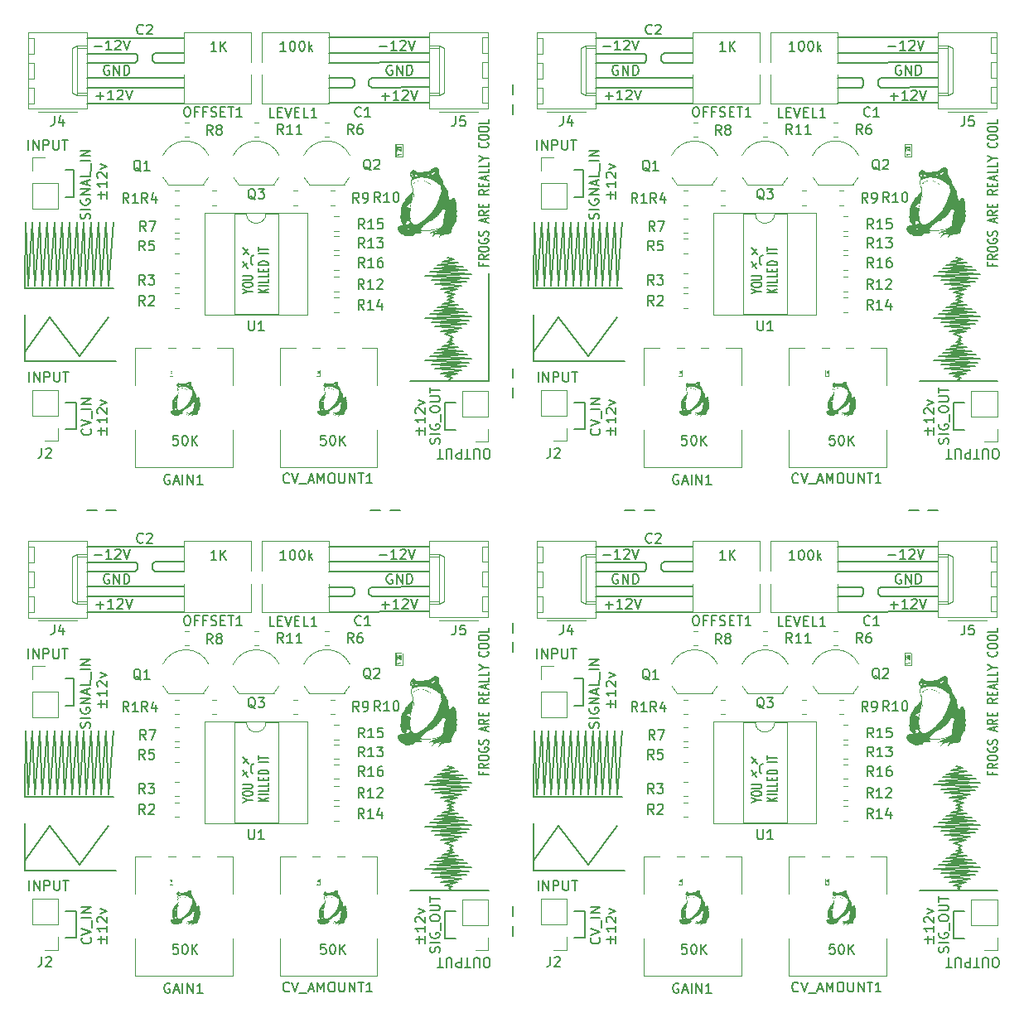
<source format=gbr>
%TF.GenerationSoftware,KiCad,Pcbnew,7.0.7-7.0.7~ubuntu22.04.1*%
%TF.CreationDate,2023-09-26T14:07:37+13:00*%
%TF.ProjectId,VCA,5643412e-6b69-4636-9164-5f7063625858,rev?*%
%TF.SameCoordinates,Original*%
%TF.FileFunction,Legend,Top*%
%TF.FilePolarity,Positive*%
%FSLAX46Y46*%
G04 Gerber Fmt 4.6, Leading zero omitted, Abs format (unit mm)*
G04 Created by KiCad (PCBNEW 7.0.7-7.0.7~ubuntu22.04.1) date 2023-09-26 14:07:37*
%MOMM*%
%LPD*%
G01*
G04 APERTURE LIST*
%ADD10C,0.150000*%
%ADD11C,0.200000*%
%ADD12C,0.120000*%
G04 APERTURE END LIST*
D10*
X99522944Y-73830000D02*
X99972944Y-73380000D01*
X99522943Y-125830000D02*
X99972943Y-125380000D01*
X80222943Y-122530000D02*
X80472943Y-129030000D01*
X171672944Y-129405000D02*
X173772944Y-129080000D01*
X171122944Y-76905000D02*
X174272944Y-76655000D01*
X136972944Y-129030000D02*
X137472944Y-122530000D01*
X172522944Y-86630000D02*
X172722944Y-86780000D01*
X99422944Y-73205000D02*
X99997944Y-73880000D01*
X121122943Y-129930000D02*
X120122943Y-129705000D01*
X122372943Y-127455000D02*
X119022943Y-127305000D01*
X122272943Y-128655000D02*
X118772943Y-128505000D01*
X84972943Y-129030000D02*
X85472943Y-122530000D01*
X136222944Y-129030000D02*
X136722944Y-122530000D01*
X121372943Y-133705000D02*
X119672943Y-133705000D01*
X119122943Y-137530000D02*
X122272943Y-137280000D01*
X171822944Y-83230000D02*
X173022944Y-82980000D01*
X121372944Y-77405000D02*
X119672944Y-77405000D01*
X135525000Y-105325000D02*
X140500000Y-105320000D01*
X173472944Y-74705000D02*
X171822944Y-74605000D01*
X78722944Y-70530000D02*
X78972944Y-77030000D01*
X108265000Y-55850000D02*
X110645000Y-55850000D01*
X170470000Y-55840000D02*
X164625000Y-55850000D01*
X129200000Y-132000000D02*
X129200000Y-136800000D01*
X119822944Y-83230000D02*
X121022944Y-82980000D01*
X90439999Y-106250000D02*
X90184999Y-106036252D01*
X118572943Y-136280000D02*
X122372943Y-136080000D01*
X122272944Y-80955000D02*
X118772944Y-80805000D01*
X80972944Y-70530000D02*
X81222944Y-77030000D01*
X133972944Y-77030000D02*
X134472944Y-70530000D01*
X173372944Y-129405000D02*
X171672944Y-129405000D01*
X151422944Y-126605000D02*
X151972944Y-127255000D01*
X93399999Y-106250000D02*
X90439999Y-106250000D01*
X121772943Y-133380000D02*
X119122943Y-133205000D01*
X173200000Y-141000000D02*
X172100000Y-141000000D01*
X170072944Y-76055000D02*
X174772944Y-75855000D01*
X168000000Y-100000000D02*
X168500000Y-100000000D01*
X78222944Y-77030000D02*
X78722944Y-70530000D01*
X170072944Y-84680000D02*
X174772944Y-84480000D01*
X118772944Y-85130000D02*
X122522944Y-84930000D01*
X130722944Y-122530000D02*
X130972944Y-129030000D01*
X172622944Y-82480000D02*
X172972944Y-82330000D01*
X120122943Y-129705000D02*
X121372943Y-129405000D01*
X174772944Y-127855000D02*
X170572944Y-127655000D01*
X120972943Y-130280000D02*
X120322943Y-130180000D01*
X129222944Y-122530000D02*
X129472944Y-129030000D01*
X118572943Y-127655000D02*
X122372943Y-127455000D01*
X119672943Y-129405000D02*
X121772943Y-129080000D01*
X130222944Y-77030000D02*
X130722944Y-70530000D01*
X120522943Y-138630000D02*
X120722943Y-138780000D01*
X118469999Y-105300000D02*
X108264999Y-105300000D01*
X132472944Y-77030000D02*
X132972944Y-70530000D01*
X120122944Y-82005000D02*
X121372944Y-81705000D01*
X174272944Y-80955000D02*
X170772944Y-80805000D01*
X172972944Y-130280000D02*
X172322944Y-130180000D01*
X83222943Y-122530000D02*
X83472943Y-129030000D01*
X119322943Y-135605000D02*
X121472943Y-135330000D01*
X172122944Y-138330000D02*
X173372944Y-138030000D01*
X116572944Y-86830000D02*
X124572944Y-86830000D01*
X122372944Y-79755000D02*
X119022944Y-79605000D01*
X162880000Y-56076248D02*
X162880000Y-56598752D01*
X77222944Y-70530000D02*
X77472944Y-77030000D01*
X119322944Y-79280000D02*
X121472944Y-79005000D01*
X131472944Y-122530000D02*
X131722944Y-129030000D01*
X172872944Y-82680000D02*
X172622944Y-82480000D01*
X122772943Y-136480000D02*
X118572943Y-136280000D01*
X120872943Y-134680000D02*
X120622943Y-134480000D01*
X120322943Y-130505000D02*
X120972943Y-130280000D01*
X127000000Y-141500000D02*
X127000000Y-140500000D01*
X168572944Y-138830000D02*
X176572944Y-138830000D01*
X136722944Y-122530000D02*
X136972944Y-129030000D01*
X170470000Y-105300000D02*
X160265000Y-105300000D01*
X119022944Y-83930000D02*
X121972944Y-83730000D01*
X135550000Y-55825000D02*
X145400000Y-55830000D01*
X119122943Y-133205000D02*
X122272943Y-132955000D01*
X120322943Y-130180000D02*
X121122943Y-129930000D01*
X172100000Y-141000000D02*
X172100000Y-143800000D01*
X173472944Y-131005000D02*
X171822944Y-130905000D01*
X162880000Y-108598752D02*
X162645000Y-108790000D01*
X120322943Y-134830000D02*
X120872943Y-134680000D01*
X81222944Y-77030000D02*
X81722944Y-70530000D01*
X118470000Y-58380000D02*
X108265000Y-58390000D01*
X80222944Y-70530000D02*
X80472944Y-77030000D01*
X130972944Y-77030000D02*
X131472944Y-70530000D01*
X121972943Y-131405000D02*
X119322943Y-131280000D01*
X100472944Y-74930000D02*
X100272944Y-74755000D01*
X122772944Y-75855000D02*
X118572944Y-75655000D01*
X170470000Y-106240000D02*
X160265000Y-106250000D01*
X99422943Y-126605000D02*
X99972943Y-127255000D01*
X162880000Y-108076248D02*
X162880000Y-108598752D01*
X79722943Y-132280000D02*
X82722943Y-136280000D01*
X119122943Y-128905000D02*
X122272943Y-128655000D01*
X119322943Y-126980000D02*
X121472943Y-126705000D01*
X118072944Y-80355000D02*
X122772944Y-80155000D01*
X119822943Y-126605000D02*
X121022943Y-126355000D01*
X121122944Y-77930000D02*
X120122944Y-77705000D01*
X171022944Y-135930000D02*
X173972944Y-135730000D01*
X121472944Y-74705000D02*
X119822944Y-74605000D01*
X151472944Y-127130000D02*
X151897944Y-126780000D01*
X134722944Y-77030000D02*
X135222944Y-70530000D01*
X84722944Y-70530000D02*
X84972944Y-77030000D01*
X77199999Y-136800000D02*
X86499999Y-136800000D01*
X174372944Y-131755000D02*
X171022944Y-131605000D01*
X99422943Y-125205000D02*
X99997943Y-125880000D01*
X170470000Y-58380000D02*
X160265000Y-58390000D01*
X172322944Y-78180000D02*
X173122944Y-77930000D01*
X118470000Y-53300000D02*
X108265000Y-53300000D01*
X119672943Y-138030000D02*
X121772943Y-137705000D01*
X83550000Y-55825000D02*
X93400000Y-55830000D01*
X122772944Y-80155000D02*
X118572944Y-79955000D01*
X133300000Y-89000000D02*
X134400000Y-89000000D01*
X122522943Y-128305000D02*
X118072943Y-128055000D01*
X83222944Y-70530000D02*
X83472944Y-77030000D01*
X134722944Y-136280000D02*
X137722944Y-132280000D01*
X122272943Y-132955000D02*
X118772943Y-132805000D01*
X118572944Y-75655000D02*
X122372944Y-75455000D01*
X173022944Y-130655000D02*
X172322944Y-130505000D01*
X170572944Y-127655000D02*
X174372944Y-127455000D01*
X135472944Y-129030000D02*
X135972944Y-122530000D01*
X118572943Y-131955000D02*
X122372943Y-131755000D01*
X77972943Y-122530000D02*
X78222943Y-129030000D01*
X82722944Y-77030000D02*
X83222944Y-70530000D01*
X122772944Y-84480000D02*
X118572944Y-84280000D01*
X119122944Y-85530000D02*
X122272944Y-85280000D01*
X78222943Y-129030000D02*
X78722943Y-122530000D01*
X173022944Y-74355000D02*
X172322944Y-74205000D01*
X100272943Y-126755000D02*
X100272943Y-126080000D01*
X83550000Y-56800000D02*
X93400000Y-56800000D01*
X127000000Y-143000000D02*
X127000000Y-142500000D01*
X170470000Y-107840000D02*
X164625000Y-107850000D01*
X127000000Y-88500000D02*
X127000000Y-88000000D01*
X172100000Y-89000000D02*
X172100000Y-91800000D01*
X77200000Y-80000000D02*
X77200000Y-84800000D01*
X172972944Y-82330000D02*
X172122944Y-82005000D01*
X82722943Y-136280000D02*
X85722943Y-132280000D01*
X108264999Y-107850000D02*
X110644999Y-107850000D01*
X174522944Y-136930000D02*
X170072944Y-136680000D01*
X174772944Y-75855000D02*
X170572944Y-75655000D01*
X134722944Y-84280000D02*
X137722944Y-80280000D01*
X120972944Y-82330000D02*
X120122944Y-82005000D01*
X99472943Y-127130000D02*
X99897943Y-126780000D01*
X121022943Y-126355000D02*
X120322943Y-126205000D01*
X134400000Y-89000000D02*
X134400000Y-91700000D01*
X170072944Y-132355000D02*
X174772944Y-132155000D01*
X173772944Y-133380000D02*
X171122944Y-133205000D01*
X171022944Y-79605000D02*
X173972944Y-79405000D01*
X145400000Y-53300000D02*
X142500000Y-53300000D01*
X127000000Y-86500000D02*
X127000000Y-85500000D01*
X110645000Y-55850000D02*
X110880000Y-56076248D01*
X170772944Y-128505000D02*
X174522944Y-128305000D01*
X119022943Y-127305000D02*
X121972943Y-127105000D01*
X99472944Y-75130000D02*
X99897944Y-74780000D01*
X170470000Y-108780000D02*
X164635000Y-108790000D01*
X152272944Y-74080000D02*
X152572944Y-73955000D01*
X174272944Y-128655000D02*
X170772944Y-128505000D01*
X151422944Y-74605000D02*
X151972944Y-75255000D01*
X110880000Y-56598752D02*
X110645000Y-56790000D01*
X170470000Y-110380000D02*
X160265000Y-110390000D01*
X129222944Y-70530000D02*
X129472944Y-77030000D01*
X171322944Y-135605000D02*
X173472944Y-135330000D01*
X171672944Y-81705000D02*
X173772944Y-81380000D01*
X174272944Y-132955000D02*
X170772944Y-132805000D01*
X118470000Y-55840000D02*
X112625000Y-55850000D01*
X77222943Y-122530000D02*
X77472943Y-129030000D01*
X170772944Y-137130000D02*
X174522944Y-136930000D01*
X131722944Y-132280000D02*
X134722944Y-136280000D01*
X77199999Y-132000000D02*
X77199999Y-136800000D01*
X170470000Y-54240000D02*
X160265000Y-54250000D01*
X121372944Y-81705000D02*
X119672944Y-81705000D01*
X172122944Y-138330000D02*
X172872944Y-138430000D01*
X121772943Y-129080000D02*
X119122943Y-128905000D01*
X127000000Y-57500000D02*
X127000000Y-56500000D01*
X120522944Y-86630000D02*
X120722944Y-86780000D01*
X173772944Y-129080000D02*
X171122944Y-128905000D01*
X120122943Y-138330000D02*
X121372943Y-138030000D01*
X136972944Y-77030000D02*
X137472944Y-70530000D01*
X131722944Y-77030000D02*
X132222944Y-70530000D01*
X77199999Y-135800000D02*
X79722943Y-132280000D01*
X130222944Y-129030000D02*
X130722944Y-122530000D01*
X160265000Y-107850000D02*
X162645000Y-107850000D01*
X133300000Y-65200000D02*
X134200000Y-65200000D01*
X172322944Y-130505000D02*
X172972944Y-130280000D01*
X119672943Y-133705000D02*
X121772943Y-133380000D01*
X88499999Y-105320000D02*
X88714999Y-105513748D01*
X137722944Y-77030000D02*
X138222944Y-70530000D01*
X119122944Y-76905000D02*
X122272944Y-76655000D01*
X122272944Y-85280000D02*
X118772944Y-85130000D01*
X93400000Y-53300000D02*
X90500000Y-53300000D01*
X170572944Y-75655000D02*
X174372944Y-75455000D01*
X133972944Y-129030000D02*
X134472944Y-122530000D01*
X140500000Y-53320000D02*
X140715000Y-53513748D01*
X173472944Y-135330000D02*
X171822944Y-135230000D01*
X174372944Y-136080000D02*
X171022944Y-135930000D01*
X120622944Y-82480000D02*
X120972944Y-82330000D01*
X173472944Y-83330000D02*
X171822944Y-83230000D01*
X170072944Y-136680000D02*
X174772944Y-136480000D01*
X110879999Y-108076248D02*
X110879999Y-108598752D01*
X172872944Y-138430000D02*
X172522944Y-138630000D01*
X90185000Y-53513748D02*
X90185000Y-54036252D01*
X134200000Y-65200000D02*
X134200000Y-68000000D01*
X121022944Y-74355000D02*
X120322944Y-74205000D01*
X129200000Y-80000000D02*
X129200000Y-84800000D01*
X135472944Y-77030000D02*
X135972944Y-70530000D01*
X122372943Y-136080000D02*
X119022943Y-135930000D01*
X162880000Y-56598752D02*
X162645000Y-56790000D01*
X173472944Y-79005000D02*
X171822944Y-78905000D01*
X145400000Y-51720000D02*
X135525000Y-51725000D01*
X118772944Y-76505000D02*
X122522944Y-76305000D01*
X118072943Y-132355000D02*
X122772943Y-132155000D01*
X135515000Y-110400000D02*
X145400000Y-110400000D01*
X79472943Y-122530000D02*
X79722943Y-129030000D01*
X118469999Y-108780000D02*
X112634999Y-108790000D01*
X173200000Y-89000000D02*
X172100000Y-89000000D01*
X134200000Y-68000000D02*
X133300000Y-68000000D01*
X82200000Y-68000000D02*
X81300000Y-68000000D01*
X88714999Y-105513748D02*
X88714999Y-106036252D01*
X127000000Y-86500000D02*
X127000000Y-85500000D01*
X129200000Y-129300000D02*
X138200000Y-129300000D01*
X120872944Y-86430000D02*
X120522944Y-86630000D01*
X83972943Y-122530000D02*
X84222943Y-129030000D01*
X82472943Y-122530000D02*
X82722943Y-129030000D01*
X171122944Y-137530000D02*
X174272944Y-137280000D01*
X142440000Y-54250000D02*
X142185000Y-54036252D01*
X83515000Y-58400000D02*
X93400000Y-58400000D01*
X81300000Y-91700000D02*
X82400000Y-91700000D01*
X129222944Y-122530000D02*
X129200000Y-129300000D01*
X112624999Y-107850000D02*
X112349999Y-108076248D01*
X140500000Y-105320000D02*
X140715000Y-105513748D01*
X172122944Y-129705000D02*
X173372944Y-129405000D01*
X81972943Y-129030000D02*
X82472943Y-122530000D01*
X88500000Y-53320000D02*
X88715000Y-53513748D01*
X151422944Y-125205000D02*
X151997944Y-125880000D01*
X133300000Y-117200000D02*
X134200000Y-117200000D01*
X121372944Y-86030000D02*
X119672944Y-86030000D01*
X172122944Y-86330000D02*
X173372944Y-86030000D01*
X135550000Y-56800000D02*
X145400000Y-56800000D01*
X132222944Y-70530000D02*
X132472944Y-77030000D01*
X173022944Y-82980000D02*
X172322944Y-82830000D01*
X127000000Y-143500000D02*
X127000000Y-143000000D01*
X119322944Y-74980000D02*
X121472944Y-74705000D01*
X82399999Y-141000000D02*
X82399999Y-143700000D01*
X142185000Y-105513748D02*
X142185000Y-106036252D01*
X121972944Y-83730000D02*
X119322944Y-83605000D01*
X122372944Y-84080000D02*
X119022944Y-83930000D01*
X118072943Y-128055000D02*
X122772943Y-127855000D01*
X171322944Y-74980000D02*
X173472944Y-74705000D01*
X112500000Y-100000000D02*
X113000000Y-100000000D01*
X129472944Y-77030000D02*
X129972944Y-70530000D01*
X120122944Y-77705000D02*
X121372944Y-77405000D01*
X170072944Y-80355000D02*
X174772944Y-80155000D01*
X120622943Y-134480000D02*
X120972943Y-134330000D01*
X172122944Y-86330000D02*
X172872944Y-86430000D01*
X118072944Y-84680000D02*
X122772944Y-84480000D01*
X77200000Y-77300000D02*
X86200000Y-77300000D01*
X121972943Y-127105000D02*
X119322943Y-126980000D01*
X173972944Y-75105000D02*
X171322944Y-74980000D01*
X132472944Y-129030000D02*
X132972944Y-122530000D01*
X82472944Y-70530000D02*
X82722944Y-77030000D01*
X122522943Y-136930000D02*
X118072943Y-136680000D01*
X124572944Y-86830000D02*
X124572944Y-75830000D01*
X131472944Y-70530000D02*
X131722944Y-77030000D01*
X129200000Y-83800000D02*
X131722944Y-80280000D01*
X81972944Y-77030000D02*
X82472944Y-70530000D01*
X118072943Y-136680000D02*
X122772943Y-136480000D01*
X133300000Y-91700000D02*
X134400000Y-91700000D01*
X173022944Y-78655000D02*
X172322944Y-78505000D01*
X108264999Y-108790000D02*
X110644999Y-108790000D01*
X145400000Y-103720000D02*
X135525000Y-103725000D01*
X118469999Y-107840000D02*
X112624999Y-107850000D01*
X118772943Y-137130000D02*
X122522943Y-136930000D01*
X119022943Y-131605000D02*
X121972943Y-131405000D01*
X134722944Y-129030000D02*
X135222944Y-122530000D01*
X120100000Y-89000000D02*
X120100000Y-91800000D01*
X131722944Y-80280000D02*
X134722944Y-84280000D01*
X173372944Y-86030000D02*
X171672944Y-86030000D01*
X164625000Y-107850000D02*
X164350000Y-108076248D01*
X172522944Y-138630000D02*
X172722944Y-138780000D01*
X140715000Y-53513748D02*
X140715000Y-54036252D01*
X77199999Y-129300000D02*
X86199999Y-129300000D01*
X173972944Y-79405000D02*
X171322944Y-79280000D01*
X174522944Y-128305000D02*
X170072944Y-128055000D01*
X139000000Y-100000000D02*
X139500000Y-100000000D01*
X120099999Y-143800000D02*
X121199999Y-143800000D01*
X171822944Y-130905000D02*
X173022944Y-130655000D01*
X90499999Y-105300000D02*
X90184999Y-105513748D01*
X120972944Y-78280000D02*
X120322944Y-78180000D01*
X173772944Y-77080000D02*
X171122944Y-76905000D01*
X170772944Y-132805000D02*
X174522944Y-132605000D01*
X171022944Y-75305000D02*
X173972944Y-75105000D01*
X131722944Y-129030000D02*
X132222944Y-122530000D01*
X78722943Y-122530000D02*
X78972943Y-129030000D01*
X120099999Y-141000000D02*
X120099999Y-143800000D01*
X121022943Y-130655000D02*
X120322943Y-130505000D01*
X167500000Y-100000000D02*
X168000000Y-100000000D01*
X173772944Y-81380000D02*
X171122944Y-81205000D01*
X135550000Y-107825000D02*
X145400000Y-107830000D01*
X113000000Y-100000000D02*
X113500000Y-100000000D01*
X142185000Y-53513748D02*
X142185000Y-54036252D01*
X174772944Y-136480000D02*
X170572944Y-136280000D01*
X127000000Y-88000000D02*
X127000000Y-87500000D01*
X136722944Y-70530000D02*
X136972944Y-77030000D01*
X100472943Y-126930000D02*
X100272943Y-126755000D01*
X172100000Y-143800000D02*
X173200000Y-143800000D01*
X152272944Y-74755000D02*
X152272944Y-74080000D01*
X171822944Y-135230000D02*
X173022944Y-134980000D01*
X174372944Y-127455000D02*
X171022944Y-127305000D01*
X85722944Y-77030000D02*
X86222944Y-70530000D01*
X173472944Y-126705000D02*
X171822944Y-126605000D01*
X135222944Y-122530000D02*
X135472944Y-129030000D01*
X152472944Y-74930000D02*
X152272944Y-74755000D01*
X122372943Y-131755000D02*
X119022943Y-131605000D01*
X140500000Y-100000000D02*
X141500000Y-100000000D01*
X121972943Y-135730000D02*
X119322943Y-135605000D01*
X121472943Y-126705000D02*
X119822943Y-126605000D01*
X135515000Y-58400000D02*
X145400000Y-58400000D01*
X171122944Y-85530000D02*
X174272944Y-85280000D01*
X93399999Y-103720000D02*
X83524999Y-103725000D01*
X83514999Y-110400000D02*
X93399999Y-110400000D01*
X151522944Y-73830000D02*
X151972944Y-73380000D01*
X129972944Y-70530000D02*
X130222944Y-77030000D01*
X127000000Y-114500000D02*
X127000000Y-114000000D01*
X121472944Y-83330000D02*
X119822944Y-83230000D01*
X120122944Y-86330000D02*
X120872944Y-86430000D01*
X120122944Y-86330000D02*
X121372944Y-86030000D01*
X83549999Y-107825000D02*
X93399999Y-107830000D01*
X93399999Y-105300000D02*
X90499999Y-105300000D01*
X170470000Y-56780000D02*
X164635000Y-56790000D01*
X135972944Y-122530000D02*
X136222944Y-129030000D01*
X120872943Y-138430000D02*
X120522943Y-138630000D01*
X174272944Y-85280000D02*
X170772944Y-85130000D01*
X81299999Y-143700000D02*
X82399999Y-143700000D01*
X129972944Y-122530000D02*
X130222944Y-129030000D01*
X174522944Y-84930000D02*
X170072944Y-84680000D01*
X118469999Y-106240000D02*
X108264999Y-106250000D01*
X114500000Y-100000000D02*
X115500000Y-100000000D01*
X108265000Y-56790000D02*
X110645000Y-56790000D01*
X136222944Y-77030000D02*
X136722944Y-70530000D01*
X83972944Y-70530000D02*
X84222944Y-77030000D01*
X135525000Y-53325000D02*
X140500000Y-53320000D01*
X127000000Y-59500000D02*
X127000000Y-59000000D01*
X84222944Y-77030000D02*
X84722944Y-70530000D01*
X173972944Y-131405000D02*
X171322944Y-131280000D01*
X120322944Y-82830000D02*
X120872944Y-82680000D01*
X173972944Y-83730000D02*
X171322944Y-83605000D01*
X118470000Y-51700000D02*
X108265000Y-51700000D01*
X172100000Y-91800000D02*
X173200000Y-91800000D01*
X129200000Y-135800000D02*
X131722944Y-132280000D01*
X173372944Y-138030000D02*
X171672944Y-138030000D01*
X172322944Y-78505000D02*
X172972944Y-78280000D01*
X79722943Y-129030000D02*
X80222943Y-122530000D01*
X170772944Y-76505000D02*
X174522944Y-76305000D01*
X121472943Y-135330000D02*
X119822943Y-135230000D01*
X83525000Y-54250000D02*
X88470000Y-54250000D01*
X118772943Y-128505000D02*
X122522943Y-128305000D01*
X77472943Y-129030000D02*
X77972943Y-122530000D01*
X170470000Y-51700000D02*
X160265000Y-51700000D01*
X160265000Y-56790000D02*
X162645000Y-56790000D01*
X173372944Y-133705000D02*
X171672944Y-133705000D01*
X162645000Y-55850000D02*
X162880000Y-56076248D01*
X79722944Y-80280000D02*
X82722944Y-84280000D01*
X82200000Y-65200000D02*
X82200000Y-68000000D01*
X174772944Y-84480000D02*
X170572944Y-84280000D01*
X133222944Y-129030000D02*
X133722944Y-122530000D01*
X88714999Y-106036252D02*
X88469999Y-106250000D01*
X127000000Y-114000000D02*
X127000000Y-113500000D01*
X110644999Y-107850000D02*
X110879999Y-108076248D01*
X171822944Y-126605000D02*
X173022944Y-126355000D01*
X151522944Y-125830000D02*
X151972944Y-125380000D01*
X172322944Y-130180000D02*
X173122944Y-129930000D01*
X129200000Y-77300000D02*
X138200000Y-77300000D01*
X120972943Y-134330000D02*
X120122943Y-134005000D01*
X173972944Y-135730000D02*
X171322944Y-135605000D01*
X135550000Y-108800000D02*
X145400000Y-108800000D01*
X132222944Y-122530000D02*
X132472944Y-129030000D01*
X83524999Y-106250000D02*
X88469999Y-106250000D01*
X100272943Y-126080000D02*
X100572943Y-125955000D01*
X85472943Y-122530000D02*
X85722943Y-129030000D01*
X80472943Y-129030000D02*
X80972943Y-122530000D01*
X173022944Y-126355000D02*
X172322944Y-126205000D01*
X112349999Y-108598752D02*
X112634999Y-108790000D01*
X122522944Y-84930000D02*
X118072944Y-84680000D01*
X122272944Y-76655000D02*
X118772944Y-76505000D01*
X173372944Y-81705000D02*
X171672944Y-81705000D01*
X162645000Y-107850000D02*
X162880000Y-108076248D01*
X81300000Y-65200000D02*
X82200000Y-65200000D01*
X174272944Y-76655000D02*
X170772944Y-76505000D01*
X135972944Y-70530000D02*
X136222944Y-77030000D01*
X164625000Y-55850000D02*
X164350000Y-56076248D01*
X170470000Y-103700000D02*
X160265000Y-103700000D01*
X160265000Y-55850000D02*
X162645000Y-55850000D01*
X171022944Y-83930000D02*
X173972944Y-83730000D01*
X118470000Y-54240000D02*
X108265000Y-54250000D01*
X170572944Y-136280000D02*
X174372944Y-136080000D01*
X134472944Y-122530000D02*
X134722944Y-129030000D01*
X133722944Y-70530000D02*
X133972944Y-77030000D01*
X133300000Y-141000000D02*
X134400000Y-141000000D01*
X77222944Y-70530000D02*
X77200000Y-77300000D01*
X172122944Y-134005000D02*
X173372944Y-133705000D01*
X173022944Y-134980000D02*
X172322944Y-134830000D01*
X83524999Y-105325000D02*
X88499999Y-105320000D01*
X90184999Y-105513748D02*
X90184999Y-106036252D01*
X121972944Y-75105000D02*
X119322944Y-74980000D01*
X119022944Y-79605000D02*
X121972944Y-79405000D01*
X85500000Y-100000000D02*
X86500000Y-100000000D01*
X172622944Y-134480000D02*
X172972944Y-134330000D01*
X129222944Y-70530000D02*
X129200000Y-77300000D01*
X122772943Y-132155000D02*
X118572943Y-131955000D01*
X122272943Y-137280000D02*
X118772943Y-137130000D01*
X90440000Y-54250000D02*
X90185000Y-54036252D01*
X170572944Y-131955000D02*
X174372944Y-131755000D01*
X164350000Y-56076248D02*
X164350000Y-56598752D01*
X174522944Y-80605000D02*
X170072944Y-80355000D01*
X174372944Y-75455000D02*
X171022944Y-75305000D01*
X90500000Y-53300000D02*
X90185000Y-53513748D01*
X171322944Y-131280000D02*
X173472944Y-131005000D01*
X170470000Y-53300000D02*
X160265000Y-53300000D01*
X172122944Y-77705000D02*
X173372944Y-77405000D01*
X77472944Y-77030000D02*
X77972944Y-70530000D01*
X82199999Y-117200000D02*
X82199999Y-120000000D01*
X84972944Y-77030000D02*
X85472944Y-70530000D01*
X121199999Y-141000000D02*
X120099999Y-141000000D01*
X120322944Y-78505000D02*
X120972944Y-78280000D01*
X122522943Y-132605000D02*
X118072943Y-132355000D01*
X83472944Y-77030000D02*
X83972944Y-70530000D01*
X173772944Y-85705000D02*
X171122944Y-85530000D01*
X173972944Y-127105000D02*
X171322944Y-126980000D01*
X135525000Y-106250000D02*
X140470000Y-106250000D01*
X81222943Y-129030000D02*
X81722943Y-122530000D01*
X164350000Y-108598752D02*
X164635000Y-108790000D01*
X127000000Y-88500000D02*
X127000000Y-88000000D01*
X119022944Y-75305000D02*
X121972944Y-75105000D01*
X80472944Y-77030000D02*
X80972944Y-70530000D01*
X85472944Y-70530000D02*
X85722944Y-77030000D01*
X119322944Y-83605000D02*
X121472944Y-83330000D01*
X129200000Y-84800000D02*
X138500000Y-84800000D01*
X121022944Y-78655000D02*
X120322944Y-78505000D01*
X142500000Y-105300000D02*
X142185000Y-105513748D01*
X132972944Y-122530000D02*
X133222944Y-129030000D01*
X170772944Y-80805000D02*
X174522944Y-80605000D01*
X83472943Y-129030000D02*
X83972943Y-122530000D01*
X82199999Y-120000000D02*
X81299999Y-120000000D01*
X118572944Y-79955000D02*
X122372944Y-79755000D01*
X140715000Y-105513748D02*
X140715000Y-106036252D01*
X172122944Y-82005000D02*
X173372944Y-81705000D01*
X121472944Y-79005000D02*
X119822944Y-78905000D01*
X118469999Y-110380000D02*
X108264999Y-110390000D01*
X174372944Y-84080000D02*
X171022944Y-83930000D01*
X112350000Y-56076248D02*
X112350000Y-56598752D01*
X82722944Y-84280000D02*
X85722944Y-80280000D01*
X170572944Y-79955000D02*
X174372944Y-79755000D01*
X170072944Y-128055000D02*
X174772944Y-127855000D01*
X118772943Y-132805000D02*
X122522943Y-132605000D01*
X171322944Y-126980000D02*
X173472944Y-126705000D01*
X77222943Y-122530000D02*
X77199999Y-129300000D01*
X171022944Y-127305000D02*
X173972944Y-127105000D01*
X172872944Y-86430000D02*
X172522944Y-86630000D01*
X122522944Y-76305000D02*
X118072944Y-76055000D01*
X99422944Y-74605000D02*
X99972944Y-75255000D01*
X120872944Y-82680000D02*
X120622944Y-82480000D01*
X171122944Y-81205000D02*
X174272944Y-80955000D01*
X134472944Y-70530000D02*
X134722944Y-77030000D01*
X127000000Y-112500000D02*
X127000000Y-111500000D01*
X81299999Y-141000000D02*
X82399999Y-141000000D01*
X174522944Y-132605000D02*
X170072944Y-132355000D01*
X133300000Y-143700000D02*
X134400000Y-143700000D01*
X172322944Y-134830000D02*
X172872944Y-134680000D01*
X112350000Y-56598752D02*
X112635000Y-56790000D01*
X173372944Y-77405000D02*
X171672944Y-77405000D01*
X119672944Y-81705000D02*
X121772944Y-81380000D01*
X171322944Y-83605000D02*
X173472944Y-83330000D01*
X171672944Y-138030000D02*
X173772944Y-137705000D01*
X118469999Y-103700000D02*
X108264999Y-103700000D01*
X120100000Y-91800000D02*
X121200000Y-91800000D01*
X84722943Y-122530000D02*
X84972943Y-129030000D01*
X100272944Y-74755000D02*
X100272944Y-74080000D01*
X145400000Y-105300000D02*
X142500000Y-105300000D01*
X152272944Y-126755000D02*
X152272944Y-126080000D01*
X83525000Y-53325000D02*
X88500000Y-53320000D01*
X119122944Y-81205000D02*
X122272944Y-80955000D01*
X120322944Y-78180000D02*
X121122944Y-77930000D01*
X133222944Y-77030000D02*
X133722944Y-70530000D01*
X121972944Y-79405000D02*
X119322944Y-79280000D01*
X164350000Y-108076248D02*
X164350000Y-108598752D01*
X171672944Y-77405000D02*
X173772944Y-77080000D01*
X85722943Y-129030000D02*
X86222943Y-122530000D01*
X172322944Y-82830000D02*
X172872944Y-82680000D01*
X174772944Y-80155000D02*
X170572944Y-79955000D01*
X170772944Y-85130000D02*
X174522944Y-84930000D01*
X119822943Y-135230000D02*
X121022943Y-134980000D01*
X137472944Y-122530000D02*
X137722944Y-129030000D01*
X127000000Y-59000000D02*
X127000000Y-58500000D01*
X173772944Y-137705000D02*
X171122944Y-137530000D01*
X121772944Y-85705000D02*
X119122944Y-85530000D01*
X78972944Y-77030000D02*
X79472944Y-70530000D01*
X121022944Y-82980000D02*
X120322944Y-82830000D01*
X174272944Y-137280000D02*
X170772944Y-137130000D01*
X77200000Y-83800000D02*
X79722944Y-80280000D01*
X171122944Y-133205000D02*
X174272944Y-132955000D01*
X81299999Y-117200000D02*
X82199999Y-117200000D01*
X171122944Y-128905000D02*
X174272944Y-128655000D01*
X171822944Y-78905000D02*
X173022944Y-78655000D01*
X82400000Y-89000000D02*
X82400000Y-91700000D01*
X160265000Y-108790000D02*
X162645000Y-108790000D01*
X137472944Y-70530000D02*
X137722944Y-77030000D01*
X171322944Y-79280000D02*
X173472944Y-79005000D01*
X88715000Y-53513748D02*
X88715000Y-54036252D01*
X77972944Y-70530000D02*
X78222944Y-77030000D01*
X118772944Y-80805000D02*
X122522944Y-80605000D01*
X171022944Y-131605000D02*
X173972944Y-131405000D01*
X151472944Y-75130000D02*
X151897944Y-74780000D01*
X81300000Y-89000000D02*
X82400000Y-89000000D01*
X77200000Y-84800000D02*
X86500000Y-84800000D01*
X80972943Y-122530000D02*
X81222943Y-129030000D01*
X100272944Y-74080000D02*
X100572944Y-73955000D01*
X129472944Y-129030000D02*
X129972944Y-122530000D01*
X168572944Y-86830000D02*
X176572944Y-86830000D01*
X174372944Y-79755000D02*
X171022944Y-79605000D01*
X169500000Y-100000000D02*
X170500000Y-100000000D01*
X84000000Y-100000000D02*
X84500000Y-100000000D01*
X120122943Y-134005000D02*
X121372943Y-133705000D01*
X121372943Y-138030000D02*
X119672943Y-138030000D01*
X112625000Y-55850000D02*
X112350000Y-56076248D01*
X121022943Y-134980000D02*
X120322943Y-134830000D01*
X145400000Y-106250000D02*
X142440000Y-106250000D01*
X121472943Y-131005000D02*
X119822943Y-130905000D01*
X119672944Y-77405000D02*
X121772944Y-77080000D01*
X172972944Y-134330000D02*
X172122944Y-134005000D01*
X118072944Y-76055000D02*
X122772944Y-75855000D01*
X119672944Y-86030000D02*
X121772944Y-85705000D01*
X151422944Y-73205000D02*
X151997944Y-73880000D01*
X119822943Y-130905000D02*
X121022943Y-130655000D01*
X145400000Y-54250000D02*
X142440000Y-54250000D01*
X142440000Y-106250000D02*
X142185000Y-106036252D01*
X134400000Y-141000000D02*
X134400000Y-143700000D01*
X119322943Y-131280000D02*
X121472943Y-131005000D01*
X79472944Y-70530000D02*
X79722944Y-77030000D01*
X121772944Y-81380000D02*
X119122944Y-81205000D01*
X137722944Y-129030000D02*
X138222944Y-122530000D01*
X121772943Y-137705000D02*
X119122943Y-137530000D01*
X138500000Y-100000000D02*
X139000000Y-100000000D01*
X135525000Y-54250000D02*
X140470000Y-54250000D01*
X119822944Y-78905000D02*
X121022944Y-78655000D01*
X118572944Y-84280000D02*
X122372944Y-84080000D01*
X170572944Y-84280000D02*
X174372944Y-84080000D01*
X132972944Y-70530000D02*
X133222944Y-77030000D01*
X152472944Y-126930000D02*
X152272944Y-126755000D01*
X119822944Y-74605000D02*
X121022944Y-74355000D01*
X130972944Y-129030000D02*
X131472944Y-122530000D01*
X83500000Y-100000000D02*
X84000000Y-100000000D01*
X140715000Y-54036252D02*
X140470000Y-54250000D01*
X122372944Y-75455000D02*
X119022944Y-75305000D01*
X81722943Y-122530000D02*
X81972943Y-129030000D01*
X110879999Y-108598752D02*
X110644999Y-108790000D01*
X83549999Y-108800000D02*
X93399999Y-108800000D01*
X93400000Y-51720000D02*
X83525000Y-51725000D01*
X130722944Y-70530000D02*
X130972944Y-77030000D01*
X116572943Y-138830000D02*
X124572943Y-138830000D01*
X129200000Y-136800000D02*
X138500000Y-136800000D01*
X93400000Y-54250000D02*
X90440000Y-54250000D01*
X164350000Y-56598752D02*
X164635000Y-56790000D01*
X122772943Y-127855000D02*
X118572943Y-127655000D01*
X134200000Y-120000000D02*
X133300000Y-120000000D01*
X142500000Y-53300000D02*
X142185000Y-53513748D01*
X121772944Y-77080000D02*
X119122944Y-76905000D01*
X171672944Y-133705000D02*
X173772944Y-133380000D01*
X110880000Y-56076248D02*
X110880000Y-56598752D01*
X121372943Y-129405000D02*
X119672943Y-129405000D01*
X82722943Y-129030000D02*
X83222943Y-122530000D01*
X79722944Y-77030000D02*
X80222944Y-70530000D01*
X119022943Y-135930000D02*
X121972943Y-135730000D01*
X118470000Y-56780000D02*
X112635000Y-56790000D01*
X127000000Y-88000000D02*
X127000000Y-87500000D01*
X174772944Y-132155000D02*
X170572944Y-131955000D01*
X152272944Y-126080000D02*
X152572944Y-125955000D01*
X134200000Y-117200000D02*
X134200000Y-120000000D01*
X120122943Y-138330000D02*
X120872943Y-138430000D01*
X174522944Y-76305000D02*
X170072944Y-76055000D01*
X81722944Y-70530000D02*
X81972944Y-77030000D01*
X171672944Y-86030000D02*
X173772944Y-85705000D01*
X140715000Y-106036252D02*
X140470000Y-106250000D01*
X133722944Y-122530000D02*
X133972944Y-129030000D01*
X172972944Y-78280000D02*
X172322944Y-78180000D01*
X122522944Y-80605000D02*
X118072944Y-80355000D01*
X121200000Y-89000000D02*
X120100000Y-89000000D01*
X171822944Y-74605000D02*
X173022944Y-74355000D01*
X173122944Y-129930000D02*
X172122944Y-129705000D01*
X84222943Y-129030000D02*
X84722943Y-122530000D01*
X112349999Y-108076248D02*
X112349999Y-108598752D01*
X78972943Y-129030000D02*
X79472943Y-122530000D01*
X172872944Y-134680000D02*
X172622944Y-134480000D01*
X88715000Y-54036252D02*
X88470000Y-54250000D01*
X173122944Y-77930000D02*
X172122944Y-77705000D01*
X135222944Y-70530000D02*
X135472944Y-77030000D01*
X83795143Y-122240839D02*
X83842762Y-122097982D01*
X83842762Y-122097982D02*
X83842762Y-121859887D01*
X83842762Y-121859887D02*
X83795143Y-121764649D01*
X83795143Y-121764649D02*
X83747523Y-121717030D01*
X83747523Y-121717030D02*
X83652285Y-121669411D01*
X83652285Y-121669411D02*
X83557047Y-121669411D01*
X83557047Y-121669411D02*
X83461809Y-121717030D01*
X83461809Y-121717030D02*
X83414190Y-121764649D01*
X83414190Y-121764649D02*
X83366571Y-121859887D01*
X83366571Y-121859887D02*
X83318952Y-122050363D01*
X83318952Y-122050363D02*
X83271333Y-122145601D01*
X83271333Y-122145601D02*
X83223714Y-122193220D01*
X83223714Y-122193220D02*
X83128476Y-122240839D01*
X83128476Y-122240839D02*
X83033238Y-122240839D01*
X83033238Y-122240839D02*
X82938000Y-122193220D01*
X82938000Y-122193220D02*
X82890381Y-122145601D01*
X82890381Y-122145601D02*
X82842762Y-122050363D01*
X82842762Y-122050363D02*
X82842762Y-121812268D01*
X82842762Y-121812268D02*
X82890381Y-121669411D01*
X83842762Y-121240839D02*
X82842762Y-121240839D01*
X82890381Y-120240840D02*
X82842762Y-120336078D01*
X82842762Y-120336078D02*
X82842762Y-120478935D01*
X82842762Y-120478935D02*
X82890381Y-120621792D01*
X82890381Y-120621792D02*
X82985619Y-120717030D01*
X82985619Y-120717030D02*
X83080857Y-120764649D01*
X83080857Y-120764649D02*
X83271333Y-120812268D01*
X83271333Y-120812268D02*
X83414190Y-120812268D01*
X83414190Y-120812268D02*
X83604666Y-120764649D01*
X83604666Y-120764649D02*
X83699904Y-120717030D01*
X83699904Y-120717030D02*
X83795143Y-120621792D01*
X83795143Y-120621792D02*
X83842762Y-120478935D01*
X83842762Y-120478935D02*
X83842762Y-120383697D01*
X83842762Y-120383697D02*
X83795143Y-120240840D01*
X83795143Y-120240840D02*
X83747523Y-120193221D01*
X83747523Y-120193221D02*
X83414190Y-120193221D01*
X83414190Y-120193221D02*
X83414190Y-120383697D01*
X83842762Y-119764649D02*
X82842762Y-119764649D01*
X82842762Y-119764649D02*
X83842762Y-119193221D01*
X83842762Y-119193221D02*
X82842762Y-119193221D01*
X83557047Y-118764649D02*
X83557047Y-118288459D01*
X83842762Y-118859887D02*
X82842762Y-118526554D01*
X82842762Y-118526554D02*
X83842762Y-118193221D01*
X83842762Y-117383697D02*
X83842762Y-117859887D01*
X83842762Y-117859887D02*
X82842762Y-117859887D01*
X83938000Y-117288459D02*
X83938000Y-116526554D01*
X83842762Y-116288458D02*
X82842762Y-116288458D01*
X83842762Y-115812268D02*
X82842762Y-115812268D01*
X82842762Y-115812268D02*
X83842762Y-115240840D01*
X83842762Y-115240840D02*
X82842762Y-115240840D01*
X148760588Y-53069819D02*
X148189160Y-53069819D01*
X148474874Y-53069819D02*
X148474874Y-52069819D01*
X148474874Y-52069819D02*
X148379636Y-52212676D01*
X148379636Y-52212676D02*
X148284398Y-52307914D01*
X148284398Y-52307914D02*
X148189160Y-52355533D01*
X149189160Y-53069819D02*
X149189160Y-52069819D01*
X149760588Y-53069819D02*
X149332017Y-52498390D01*
X149760588Y-52069819D02*
X149189160Y-52641247D01*
X117498390Y-92263220D02*
X117498390Y-91501316D01*
X117879342Y-91882268D02*
X117117438Y-91882268D01*
X118069819Y-91501316D02*
X118069819Y-92263220D01*
X118069819Y-90501316D02*
X118069819Y-91072744D01*
X118069819Y-90787030D02*
X117069819Y-90787030D01*
X117069819Y-90787030D02*
X117212676Y-90882268D01*
X117212676Y-90882268D02*
X117307914Y-90977506D01*
X117307914Y-90977506D02*
X117355533Y-91072744D01*
X117165057Y-90120363D02*
X117117438Y-90072744D01*
X117117438Y-90072744D02*
X117069819Y-89977506D01*
X117069819Y-89977506D02*
X117069819Y-89739411D01*
X117069819Y-89739411D02*
X117117438Y-89644173D01*
X117117438Y-89644173D02*
X117165057Y-89596554D01*
X117165057Y-89596554D02*
X117260295Y-89548935D01*
X117260295Y-89548935D02*
X117355533Y-89548935D01*
X117355533Y-89548935D02*
X117498390Y-89596554D01*
X117498390Y-89596554D02*
X118069819Y-90167982D01*
X118069819Y-90167982D02*
X118069819Y-89548935D01*
X117403152Y-89215601D02*
X118069819Y-88977506D01*
X118069819Y-88977506D02*
X117403152Y-88739411D01*
X155860588Y-53069819D02*
X155289160Y-53069819D01*
X155574874Y-53069819D02*
X155574874Y-52069819D01*
X155574874Y-52069819D02*
X155479636Y-52212676D01*
X155479636Y-52212676D02*
X155384398Y-52307914D01*
X155384398Y-52307914D02*
X155289160Y-52355533D01*
X156479636Y-52069819D02*
X156574874Y-52069819D01*
X156574874Y-52069819D02*
X156670112Y-52117438D01*
X156670112Y-52117438D02*
X156717731Y-52165057D01*
X156717731Y-52165057D02*
X156765350Y-52260295D01*
X156765350Y-52260295D02*
X156812969Y-52450771D01*
X156812969Y-52450771D02*
X156812969Y-52688866D01*
X156812969Y-52688866D02*
X156765350Y-52879342D01*
X156765350Y-52879342D02*
X156717731Y-52974580D01*
X156717731Y-52974580D02*
X156670112Y-53022200D01*
X156670112Y-53022200D02*
X156574874Y-53069819D01*
X156574874Y-53069819D02*
X156479636Y-53069819D01*
X156479636Y-53069819D02*
X156384398Y-53022200D01*
X156384398Y-53022200D02*
X156336779Y-52974580D01*
X156336779Y-52974580D02*
X156289160Y-52879342D01*
X156289160Y-52879342D02*
X156241541Y-52688866D01*
X156241541Y-52688866D02*
X156241541Y-52450771D01*
X156241541Y-52450771D02*
X156289160Y-52260295D01*
X156289160Y-52260295D02*
X156336779Y-52165057D01*
X156336779Y-52165057D02*
X156384398Y-52117438D01*
X156384398Y-52117438D02*
X156479636Y-52069819D01*
X157432017Y-52069819D02*
X157527255Y-52069819D01*
X157527255Y-52069819D02*
X157622493Y-52117438D01*
X157622493Y-52117438D02*
X157670112Y-52165057D01*
X157670112Y-52165057D02*
X157717731Y-52260295D01*
X157717731Y-52260295D02*
X157765350Y-52450771D01*
X157765350Y-52450771D02*
X157765350Y-52688866D01*
X157765350Y-52688866D02*
X157717731Y-52879342D01*
X157717731Y-52879342D02*
X157670112Y-52974580D01*
X157670112Y-52974580D02*
X157622493Y-53022200D01*
X157622493Y-53022200D02*
X157527255Y-53069819D01*
X157527255Y-53069819D02*
X157432017Y-53069819D01*
X157432017Y-53069819D02*
X157336779Y-53022200D01*
X157336779Y-53022200D02*
X157289160Y-52974580D01*
X157289160Y-52974580D02*
X157241541Y-52879342D01*
X157241541Y-52879342D02*
X157193922Y-52688866D01*
X157193922Y-52688866D02*
X157193922Y-52450771D01*
X157193922Y-52450771D02*
X157241541Y-52260295D01*
X157241541Y-52260295D02*
X157289160Y-52165057D01*
X157289160Y-52165057D02*
X157336779Y-52117438D01*
X157336779Y-52117438D02*
X157432017Y-52069819D01*
X158193922Y-53069819D02*
X158193922Y-52069819D01*
X158289160Y-52688866D02*
X158574874Y-53069819D01*
X158574874Y-52403152D02*
X158193922Y-52784104D01*
X148760588Y-105069819D02*
X148189160Y-105069819D01*
X148474874Y-105069819D02*
X148474874Y-104069819D01*
X148474874Y-104069819D02*
X148379636Y-104212676D01*
X148379636Y-104212676D02*
X148284398Y-104307914D01*
X148284398Y-104307914D02*
X148189160Y-104355533D01*
X149189160Y-105069819D02*
X149189160Y-104069819D01*
X149760588Y-105069819D02*
X149332017Y-104498390D01*
X149760588Y-104069819D02*
X149189160Y-104641247D01*
X169498390Y-144263220D02*
X169498390Y-143501316D01*
X169879342Y-143882268D02*
X169117438Y-143882268D01*
X170069819Y-143501316D02*
X170069819Y-144263220D01*
X170069819Y-142501316D02*
X170069819Y-143072744D01*
X170069819Y-142787030D02*
X169069819Y-142787030D01*
X169069819Y-142787030D02*
X169212676Y-142882268D01*
X169212676Y-142882268D02*
X169307914Y-142977506D01*
X169307914Y-142977506D02*
X169355533Y-143072744D01*
X169165057Y-142120363D02*
X169117438Y-142072744D01*
X169117438Y-142072744D02*
X169069819Y-141977506D01*
X169069819Y-141977506D02*
X169069819Y-141739411D01*
X169069819Y-141739411D02*
X169117438Y-141644173D01*
X169117438Y-141644173D02*
X169165057Y-141596554D01*
X169165057Y-141596554D02*
X169260295Y-141548935D01*
X169260295Y-141548935D02*
X169355533Y-141548935D01*
X169355533Y-141548935D02*
X169498390Y-141596554D01*
X169498390Y-141596554D02*
X170069819Y-142167982D01*
X170069819Y-142167982D02*
X170069819Y-141548935D01*
X169403152Y-141215601D02*
X170069819Y-140977506D01*
X170069819Y-140977506D02*
X169403152Y-140739411D01*
X129536779Y-115169819D02*
X129536779Y-114169819D01*
X130012969Y-115169819D02*
X130012969Y-114169819D01*
X130012969Y-114169819D02*
X130584397Y-115169819D01*
X130584397Y-115169819D02*
X130584397Y-114169819D01*
X131060588Y-115169819D02*
X131060588Y-114169819D01*
X131060588Y-114169819D02*
X131441540Y-114169819D01*
X131441540Y-114169819D02*
X131536778Y-114217438D01*
X131536778Y-114217438D02*
X131584397Y-114265057D01*
X131584397Y-114265057D02*
X131632016Y-114360295D01*
X131632016Y-114360295D02*
X131632016Y-114503152D01*
X131632016Y-114503152D02*
X131584397Y-114598390D01*
X131584397Y-114598390D02*
X131536778Y-114646009D01*
X131536778Y-114646009D02*
X131441540Y-114693628D01*
X131441540Y-114693628D02*
X131060588Y-114693628D01*
X132060588Y-114169819D02*
X132060588Y-114979342D01*
X132060588Y-114979342D02*
X132108207Y-115074580D01*
X132108207Y-115074580D02*
X132155826Y-115122200D01*
X132155826Y-115122200D02*
X132251064Y-115169819D01*
X132251064Y-115169819D02*
X132441540Y-115169819D01*
X132441540Y-115169819D02*
X132536778Y-115122200D01*
X132536778Y-115122200D02*
X132584397Y-115074580D01*
X132584397Y-115074580D02*
X132632016Y-114979342D01*
X132632016Y-114979342D02*
X132632016Y-114169819D01*
X132965350Y-114169819D02*
X133536778Y-114169819D01*
X133251064Y-115169819D02*
X133251064Y-114169819D01*
X84998390Y-92263220D02*
X84998390Y-91501316D01*
X85379342Y-91882268D02*
X84617438Y-91882268D01*
X85569819Y-91501316D02*
X85569819Y-92263220D01*
X85569819Y-90501316D02*
X85569819Y-91072744D01*
X85569819Y-90787030D02*
X84569819Y-90787030D01*
X84569819Y-90787030D02*
X84712676Y-90882268D01*
X84712676Y-90882268D02*
X84807914Y-90977506D01*
X84807914Y-90977506D02*
X84855533Y-91072744D01*
X84665057Y-90120363D02*
X84617438Y-90072744D01*
X84617438Y-90072744D02*
X84569819Y-89977506D01*
X84569819Y-89977506D02*
X84569819Y-89739411D01*
X84569819Y-89739411D02*
X84617438Y-89644173D01*
X84617438Y-89644173D02*
X84665057Y-89596554D01*
X84665057Y-89596554D02*
X84760295Y-89548935D01*
X84760295Y-89548935D02*
X84855533Y-89548935D01*
X84855533Y-89548935D02*
X84998390Y-89596554D01*
X84998390Y-89596554D02*
X85569819Y-90167982D01*
X85569819Y-90167982D02*
X85569819Y-89548935D01*
X84903152Y-89215601D02*
X85569819Y-88977506D01*
X85569819Y-88977506D02*
X84903152Y-88739411D01*
X85785588Y-54567438D02*
X85690350Y-54519819D01*
X85690350Y-54519819D02*
X85547493Y-54519819D01*
X85547493Y-54519819D02*
X85404636Y-54567438D01*
X85404636Y-54567438D02*
X85309398Y-54662676D01*
X85309398Y-54662676D02*
X85261779Y-54757914D01*
X85261779Y-54757914D02*
X85214160Y-54948390D01*
X85214160Y-54948390D02*
X85214160Y-55091247D01*
X85214160Y-55091247D02*
X85261779Y-55281723D01*
X85261779Y-55281723D02*
X85309398Y-55376961D01*
X85309398Y-55376961D02*
X85404636Y-55472200D01*
X85404636Y-55472200D02*
X85547493Y-55519819D01*
X85547493Y-55519819D02*
X85642731Y-55519819D01*
X85642731Y-55519819D02*
X85785588Y-55472200D01*
X85785588Y-55472200D02*
X85833207Y-55424580D01*
X85833207Y-55424580D02*
X85833207Y-55091247D01*
X85833207Y-55091247D02*
X85642731Y-55091247D01*
X86261779Y-55519819D02*
X86261779Y-54519819D01*
X86261779Y-54519819D02*
X86833207Y-55519819D01*
X86833207Y-55519819D02*
X86833207Y-54519819D01*
X87309398Y-55519819D02*
X87309398Y-54519819D01*
X87309398Y-54519819D02*
X87547493Y-54519819D01*
X87547493Y-54519819D02*
X87690350Y-54567438D01*
X87690350Y-54567438D02*
X87785588Y-54662676D01*
X87785588Y-54662676D02*
X87833207Y-54757914D01*
X87833207Y-54757914D02*
X87880826Y-54948390D01*
X87880826Y-54948390D02*
X87880826Y-55091247D01*
X87880826Y-55091247D02*
X87833207Y-55281723D01*
X87833207Y-55281723D02*
X87785588Y-55376961D01*
X87785588Y-55376961D02*
X87690350Y-55472200D01*
X87690350Y-55472200D02*
X87547493Y-55519819D01*
X87547493Y-55519819D02*
X87309398Y-55519819D01*
X144812969Y-144369819D02*
X144336779Y-144369819D01*
X144336779Y-144369819D02*
X144289160Y-144846009D01*
X144289160Y-144846009D02*
X144336779Y-144798390D01*
X144336779Y-144798390D02*
X144432017Y-144750771D01*
X144432017Y-144750771D02*
X144670112Y-144750771D01*
X144670112Y-144750771D02*
X144765350Y-144798390D01*
X144765350Y-144798390D02*
X144812969Y-144846009D01*
X144812969Y-144846009D02*
X144860588Y-144941247D01*
X144860588Y-144941247D02*
X144860588Y-145179342D01*
X144860588Y-145179342D02*
X144812969Y-145274580D01*
X144812969Y-145274580D02*
X144765350Y-145322200D01*
X144765350Y-145322200D02*
X144670112Y-145369819D01*
X144670112Y-145369819D02*
X144432017Y-145369819D01*
X144432017Y-145369819D02*
X144336779Y-145322200D01*
X144336779Y-145322200D02*
X144289160Y-145274580D01*
X145479636Y-144369819D02*
X145574874Y-144369819D01*
X145574874Y-144369819D02*
X145670112Y-144417438D01*
X145670112Y-144417438D02*
X145717731Y-144465057D01*
X145717731Y-144465057D02*
X145765350Y-144560295D01*
X145765350Y-144560295D02*
X145812969Y-144750771D01*
X145812969Y-144750771D02*
X145812969Y-144988866D01*
X145812969Y-144988866D02*
X145765350Y-145179342D01*
X145765350Y-145179342D02*
X145717731Y-145274580D01*
X145717731Y-145274580D02*
X145670112Y-145322200D01*
X145670112Y-145322200D02*
X145574874Y-145369819D01*
X145574874Y-145369819D02*
X145479636Y-145369819D01*
X145479636Y-145369819D02*
X145384398Y-145322200D01*
X145384398Y-145322200D02*
X145336779Y-145274580D01*
X145336779Y-145274580D02*
X145289160Y-145179342D01*
X145289160Y-145179342D02*
X145241541Y-144988866D01*
X145241541Y-144988866D02*
X145241541Y-144750771D01*
X145241541Y-144750771D02*
X145289160Y-144560295D01*
X145289160Y-144560295D02*
X145336779Y-144465057D01*
X145336779Y-144465057D02*
X145384398Y-144417438D01*
X145384398Y-144417438D02*
X145479636Y-144369819D01*
X146241541Y-145369819D02*
X146241541Y-144369819D01*
X146812969Y-145369819D02*
X146384398Y-144798390D01*
X146812969Y-144369819D02*
X146241541Y-144941247D01*
X151981572Y-77631316D02*
X152457763Y-77631316D01*
X151457763Y-77864649D02*
X151981572Y-77631316D01*
X151981572Y-77631316D02*
X151457763Y-77397982D01*
X151457763Y-77031316D02*
X151457763Y-76897982D01*
X151457763Y-76897982D02*
X151505382Y-76831316D01*
X151505382Y-76831316D02*
X151600620Y-76764649D01*
X151600620Y-76764649D02*
X151791096Y-76731316D01*
X151791096Y-76731316D02*
X152124429Y-76731316D01*
X152124429Y-76731316D02*
X152314905Y-76764649D01*
X152314905Y-76764649D02*
X152410144Y-76831316D01*
X152410144Y-76831316D02*
X152457763Y-76897982D01*
X152457763Y-76897982D02*
X152457763Y-77031316D01*
X152457763Y-77031316D02*
X152410144Y-77097982D01*
X152410144Y-77097982D02*
X152314905Y-77164649D01*
X152314905Y-77164649D02*
X152124429Y-77197982D01*
X152124429Y-77197982D02*
X151791096Y-77197982D01*
X151791096Y-77197982D02*
X151600620Y-77164649D01*
X151600620Y-77164649D02*
X151505382Y-77097982D01*
X151505382Y-77097982D02*
X151457763Y-77031316D01*
X151457763Y-76431316D02*
X152267286Y-76431316D01*
X152267286Y-76431316D02*
X152362524Y-76397983D01*
X152362524Y-76397983D02*
X152410144Y-76364649D01*
X152410144Y-76364649D02*
X152457763Y-76297983D01*
X152457763Y-76297983D02*
X152457763Y-76164649D01*
X152457763Y-76164649D02*
X152410144Y-76097983D01*
X152410144Y-76097983D02*
X152362524Y-76064649D01*
X152362524Y-76064649D02*
X152267286Y-76031316D01*
X152267286Y-76031316D02*
X151457763Y-76031316D01*
X154067763Y-77764649D02*
X153067763Y-77764649D01*
X154067763Y-77364649D02*
X153496334Y-77664649D01*
X153067763Y-77364649D02*
X153639191Y-77764649D01*
X154067763Y-77064649D02*
X153067763Y-77064649D01*
X154067763Y-76397983D02*
X154067763Y-76731316D01*
X154067763Y-76731316D02*
X153067763Y-76731316D01*
X154067763Y-75831316D02*
X154067763Y-76164649D01*
X154067763Y-76164649D02*
X153067763Y-76164649D01*
X153543953Y-75597982D02*
X153543953Y-75364649D01*
X154067763Y-75264649D02*
X154067763Y-75597982D01*
X154067763Y-75597982D02*
X153067763Y-75597982D01*
X153067763Y-75597982D02*
X153067763Y-75264649D01*
X154067763Y-74964649D02*
X153067763Y-74964649D01*
X153067763Y-74964649D02*
X153067763Y-74797982D01*
X153067763Y-74797982D02*
X153115382Y-74697982D01*
X153115382Y-74697982D02*
X153210620Y-74631316D01*
X153210620Y-74631316D02*
X153305858Y-74597982D01*
X153305858Y-74597982D02*
X153496334Y-74564649D01*
X153496334Y-74564649D02*
X153639191Y-74564649D01*
X153639191Y-74564649D02*
X153829667Y-74597982D01*
X153829667Y-74597982D02*
X153924905Y-74631316D01*
X153924905Y-74631316D02*
X154020144Y-74697982D01*
X154020144Y-74697982D02*
X154067763Y-74797982D01*
X154067763Y-74797982D02*
X154067763Y-74964649D01*
X154067763Y-73731316D02*
X153067763Y-73731316D01*
X153067763Y-73497983D02*
X153067763Y-73097983D01*
X154067763Y-73297983D02*
X153067763Y-73297983D01*
X84486779Y-57663866D02*
X85248684Y-57663866D01*
X84867731Y-58044819D02*
X84867731Y-57282914D01*
X86248683Y-58044819D02*
X85677255Y-58044819D01*
X85962969Y-58044819D02*
X85962969Y-57044819D01*
X85962969Y-57044819D02*
X85867731Y-57187676D01*
X85867731Y-57187676D02*
X85772493Y-57282914D01*
X85772493Y-57282914D02*
X85677255Y-57330533D01*
X86629636Y-57140057D02*
X86677255Y-57092438D01*
X86677255Y-57092438D02*
X86772493Y-57044819D01*
X86772493Y-57044819D02*
X87010588Y-57044819D01*
X87010588Y-57044819D02*
X87105826Y-57092438D01*
X87105826Y-57092438D02*
X87153445Y-57140057D01*
X87153445Y-57140057D02*
X87201064Y-57235295D01*
X87201064Y-57235295D02*
X87201064Y-57330533D01*
X87201064Y-57330533D02*
X87153445Y-57473390D01*
X87153445Y-57473390D02*
X86582017Y-58044819D01*
X86582017Y-58044819D02*
X87201064Y-58044819D01*
X87486779Y-57044819D02*
X87820112Y-58044819D01*
X87820112Y-58044819D02*
X88153445Y-57044819D01*
X113401778Y-104613866D02*
X114163683Y-104613866D01*
X115163682Y-104994819D02*
X114592254Y-104994819D01*
X114877968Y-104994819D02*
X114877968Y-103994819D01*
X114877968Y-103994819D02*
X114782730Y-104137676D01*
X114782730Y-104137676D02*
X114687492Y-104232914D01*
X114687492Y-104232914D02*
X114592254Y-104280533D01*
X115544635Y-104090057D02*
X115592254Y-104042438D01*
X115592254Y-104042438D02*
X115687492Y-103994819D01*
X115687492Y-103994819D02*
X115925587Y-103994819D01*
X115925587Y-103994819D02*
X116020825Y-104042438D01*
X116020825Y-104042438D02*
X116068444Y-104090057D01*
X116068444Y-104090057D02*
X116116063Y-104185295D01*
X116116063Y-104185295D02*
X116116063Y-104280533D01*
X116116063Y-104280533D02*
X116068444Y-104423390D01*
X116068444Y-104423390D02*
X115497016Y-104994819D01*
X115497016Y-104994819D02*
X116116063Y-104994819D01*
X116401778Y-103994819D02*
X116735111Y-104994819D01*
X116735111Y-104994819D02*
X117068444Y-103994819D01*
X107912969Y-92369819D02*
X107436779Y-92369819D01*
X107436779Y-92369819D02*
X107389160Y-92846009D01*
X107389160Y-92846009D02*
X107436779Y-92798390D01*
X107436779Y-92798390D02*
X107532017Y-92750771D01*
X107532017Y-92750771D02*
X107770112Y-92750771D01*
X107770112Y-92750771D02*
X107865350Y-92798390D01*
X107865350Y-92798390D02*
X107912969Y-92846009D01*
X107912969Y-92846009D02*
X107960588Y-92941247D01*
X107960588Y-92941247D02*
X107960588Y-93179342D01*
X107960588Y-93179342D02*
X107912969Y-93274580D01*
X107912969Y-93274580D02*
X107865350Y-93322200D01*
X107865350Y-93322200D02*
X107770112Y-93369819D01*
X107770112Y-93369819D02*
X107532017Y-93369819D01*
X107532017Y-93369819D02*
X107436779Y-93322200D01*
X107436779Y-93322200D02*
X107389160Y-93274580D01*
X108579636Y-92369819D02*
X108674874Y-92369819D01*
X108674874Y-92369819D02*
X108770112Y-92417438D01*
X108770112Y-92417438D02*
X108817731Y-92465057D01*
X108817731Y-92465057D02*
X108865350Y-92560295D01*
X108865350Y-92560295D02*
X108912969Y-92750771D01*
X108912969Y-92750771D02*
X108912969Y-92988866D01*
X108912969Y-92988866D02*
X108865350Y-93179342D01*
X108865350Y-93179342D02*
X108817731Y-93274580D01*
X108817731Y-93274580D02*
X108770112Y-93322200D01*
X108770112Y-93322200D02*
X108674874Y-93369819D01*
X108674874Y-93369819D02*
X108579636Y-93369819D01*
X108579636Y-93369819D02*
X108484398Y-93322200D01*
X108484398Y-93322200D02*
X108436779Y-93274580D01*
X108436779Y-93274580D02*
X108389160Y-93179342D01*
X108389160Y-93179342D02*
X108341541Y-92988866D01*
X108341541Y-92988866D02*
X108341541Y-92750771D01*
X108341541Y-92750771D02*
X108389160Y-92560295D01*
X108389160Y-92560295D02*
X108436779Y-92465057D01*
X108436779Y-92465057D02*
X108484398Y-92417438D01*
X108484398Y-92417438D02*
X108579636Y-92369819D01*
X109341541Y-93369819D02*
X109341541Y-92369819D01*
X109912969Y-93369819D02*
X109484398Y-92798390D01*
X109912969Y-92369819D02*
X109341541Y-92941247D01*
X103860587Y-105069819D02*
X103289159Y-105069819D01*
X103574873Y-105069819D02*
X103574873Y-104069819D01*
X103574873Y-104069819D02*
X103479635Y-104212676D01*
X103479635Y-104212676D02*
X103384397Y-104307914D01*
X103384397Y-104307914D02*
X103289159Y-104355533D01*
X104479635Y-104069819D02*
X104574873Y-104069819D01*
X104574873Y-104069819D02*
X104670111Y-104117438D01*
X104670111Y-104117438D02*
X104717730Y-104165057D01*
X104717730Y-104165057D02*
X104765349Y-104260295D01*
X104765349Y-104260295D02*
X104812968Y-104450771D01*
X104812968Y-104450771D02*
X104812968Y-104688866D01*
X104812968Y-104688866D02*
X104765349Y-104879342D01*
X104765349Y-104879342D02*
X104717730Y-104974580D01*
X104717730Y-104974580D02*
X104670111Y-105022200D01*
X104670111Y-105022200D02*
X104574873Y-105069819D01*
X104574873Y-105069819D02*
X104479635Y-105069819D01*
X104479635Y-105069819D02*
X104384397Y-105022200D01*
X104384397Y-105022200D02*
X104336778Y-104974580D01*
X104336778Y-104974580D02*
X104289159Y-104879342D01*
X104289159Y-104879342D02*
X104241540Y-104688866D01*
X104241540Y-104688866D02*
X104241540Y-104450771D01*
X104241540Y-104450771D02*
X104289159Y-104260295D01*
X104289159Y-104260295D02*
X104336778Y-104165057D01*
X104336778Y-104165057D02*
X104384397Y-104117438D01*
X104384397Y-104117438D02*
X104479635Y-104069819D01*
X105432016Y-104069819D02*
X105527254Y-104069819D01*
X105527254Y-104069819D02*
X105622492Y-104117438D01*
X105622492Y-104117438D02*
X105670111Y-104165057D01*
X105670111Y-104165057D02*
X105717730Y-104260295D01*
X105717730Y-104260295D02*
X105765349Y-104450771D01*
X105765349Y-104450771D02*
X105765349Y-104688866D01*
X105765349Y-104688866D02*
X105717730Y-104879342D01*
X105717730Y-104879342D02*
X105670111Y-104974580D01*
X105670111Y-104974580D02*
X105622492Y-105022200D01*
X105622492Y-105022200D02*
X105527254Y-105069819D01*
X105527254Y-105069819D02*
X105432016Y-105069819D01*
X105432016Y-105069819D02*
X105336778Y-105022200D01*
X105336778Y-105022200D02*
X105289159Y-104974580D01*
X105289159Y-104974580D02*
X105241540Y-104879342D01*
X105241540Y-104879342D02*
X105193921Y-104688866D01*
X105193921Y-104688866D02*
X105193921Y-104450771D01*
X105193921Y-104450771D02*
X105241540Y-104260295D01*
X105241540Y-104260295D02*
X105289159Y-104165057D01*
X105289159Y-104165057D02*
X105336778Y-104117438D01*
X105336778Y-104117438D02*
X105432016Y-104069819D01*
X106193921Y-105069819D02*
X106193921Y-104069819D01*
X106289159Y-104688866D02*
X106574873Y-105069819D01*
X106574873Y-104403152D02*
X106193921Y-104784104D01*
X169498390Y-92263220D02*
X169498390Y-91501316D01*
X169879342Y-91882268D02*
X169117438Y-91882268D01*
X170069819Y-91501316D02*
X170069819Y-92263220D01*
X170069819Y-90501316D02*
X170069819Y-91072744D01*
X170069819Y-90787030D02*
X169069819Y-90787030D01*
X169069819Y-90787030D02*
X169212676Y-90882268D01*
X169212676Y-90882268D02*
X169307914Y-90977506D01*
X169307914Y-90977506D02*
X169355533Y-91072744D01*
X169165057Y-90120363D02*
X169117438Y-90072744D01*
X169117438Y-90072744D02*
X169069819Y-89977506D01*
X169069819Y-89977506D02*
X169069819Y-89739411D01*
X169069819Y-89739411D02*
X169117438Y-89644173D01*
X169117438Y-89644173D02*
X169165057Y-89596554D01*
X169165057Y-89596554D02*
X169260295Y-89548935D01*
X169260295Y-89548935D02*
X169355533Y-89548935D01*
X169355533Y-89548935D02*
X169498390Y-89596554D01*
X169498390Y-89596554D02*
X170069819Y-90167982D01*
X170069819Y-90167982D02*
X170069819Y-89548935D01*
X169403152Y-89215601D02*
X170069819Y-88977506D01*
X170069819Y-88977506D02*
X169403152Y-88739411D01*
X119522200Y-93210839D02*
X119569819Y-93067982D01*
X119569819Y-93067982D02*
X119569819Y-92829887D01*
X119569819Y-92829887D02*
X119522200Y-92734649D01*
X119522200Y-92734649D02*
X119474580Y-92687030D01*
X119474580Y-92687030D02*
X119379342Y-92639411D01*
X119379342Y-92639411D02*
X119284104Y-92639411D01*
X119284104Y-92639411D02*
X119188866Y-92687030D01*
X119188866Y-92687030D02*
X119141247Y-92734649D01*
X119141247Y-92734649D02*
X119093628Y-92829887D01*
X119093628Y-92829887D02*
X119046009Y-93020363D01*
X119046009Y-93020363D02*
X118998390Y-93115601D01*
X118998390Y-93115601D02*
X118950771Y-93163220D01*
X118950771Y-93163220D02*
X118855533Y-93210839D01*
X118855533Y-93210839D02*
X118760295Y-93210839D01*
X118760295Y-93210839D02*
X118665057Y-93163220D01*
X118665057Y-93163220D02*
X118617438Y-93115601D01*
X118617438Y-93115601D02*
X118569819Y-93020363D01*
X118569819Y-93020363D02*
X118569819Y-92782268D01*
X118569819Y-92782268D02*
X118617438Y-92639411D01*
X119569819Y-92210839D02*
X118569819Y-92210839D01*
X118617438Y-91210840D02*
X118569819Y-91306078D01*
X118569819Y-91306078D02*
X118569819Y-91448935D01*
X118569819Y-91448935D02*
X118617438Y-91591792D01*
X118617438Y-91591792D02*
X118712676Y-91687030D01*
X118712676Y-91687030D02*
X118807914Y-91734649D01*
X118807914Y-91734649D02*
X118998390Y-91782268D01*
X118998390Y-91782268D02*
X119141247Y-91782268D01*
X119141247Y-91782268D02*
X119331723Y-91734649D01*
X119331723Y-91734649D02*
X119426961Y-91687030D01*
X119426961Y-91687030D02*
X119522200Y-91591792D01*
X119522200Y-91591792D02*
X119569819Y-91448935D01*
X119569819Y-91448935D02*
X119569819Y-91353697D01*
X119569819Y-91353697D02*
X119522200Y-91210840D01*
X119522200Y-91210840D02*
X119474580Y-91163221D01*
X119474580Y-91163221D02*
X119141247Y-91163221D01*
X119141247Y-91163221D02*
X119141247Y-91353697D01*
X119665057Y-90972745D02*
X119665057Y-90210840D01*
X118569819Y-89782268D02*
X118569819Y-89591792D01*
X118569819Y-89591792D02*
X118617438Y-89496554D01*
X118617438Y-89496554D02*
X118712676Y-89401316D01*
X118712676Y-89401316D02*
X118903152Y-89353697D01*
X118903152Y-89353697D02*
X119236485Y-89353697D01*
X119236485Y-89353697D02*
X119426961Y-89401316D01*
X119426961Y-89401316D02*
X119522200Y-89496554D01*
X119522200Y-89496554D02*
X119569819Y-89591792D01*
X119569819Y-89591792D02*
X119569819Y-89782268D01*
X119569819Y-89782268D02*
X119522200Y-89877506D01*
X119522200Y-89877506D02*
X119426961Y-89972744D01*
X119426961Y-89972744D02*
X119236485Y-90020363D01*
X119236485Y-90020363D02*
X118903152Y-90020363D01*
X118903152Y-90020363D02*
X118712676Y-89972744D01*
X118712676Y-89972744D02*
X118617438Y-89877506D01*
X118617438Y-89877506D02*
X118569819Y-89782268D01*
X118569819Y-88925125D02*
X119379342Y-88925125D01*
X119379342Y-88925125D02*
X119474580Y-88877506D01*
X119474580Y-88877506D02*
X119522200Y-88829887D01*
X119522200Y-88829887D02*
X119569819Y-88734649D01*
X119569819Y-88734649D02*
X119569819Y-88544173D01*
X119569819Y-88544173D02*
X119522200Y-88448935D01*
X119522200Y-88448935D02*
X119474580Y-88401316D01*
X119474580Y-88401316D02*
X119379342Y-88353697D01*
X119379342Y-88353697D02*
X118569819Y-88353697D01*
X118569819Y-88020363D02*
X118569819Y-87448935D01*
X119569819Y-87734649D02*
X118569819Y-87734649D01*
X124472744Y-94730180D02*
X124282268Y-94730180D01*
X124282268Y-94730180D02*
X124187030Y-94682561D01*
X124187030Y-94682561D02*
X124091792Y-94587323D01*
X124091792Y-94587323D02*
X124044173Y-94396847D01*
X124044173Y-94396847D02*
X124044173Y-94063514D01*
X124044173Y-94063514D02*
X124091792Y-93873038D01*
X124091792Y-93873038D02*
X124187030Y-93777800D01*
X124187030Y-93777800D02*
X124282268Y-93730180D01*
X124282268Y-93730180D02*
X124472744Y-93730180D01*
X124472744Y-93730180D02*
X124567982Y-93777800D01*
X124567982Y-93777800D02*
X124663220Y-93873038D01*
X124663220Y-93873038D02*
X124710839Y-94063514D01*
X124710839Y-94063514D02*
X124710839Y-94396847D01*
X124710839Y-94396847D02*
X124663220Y-94587323D01*
X124663220Y-94587323D02*
X124567982Y-94682561D01*
X124567982Y-94682561D02*
X124472744Y-94730180D01*
X123615601Y-94730180D02*
X123615601Y-93920657D01*
X123615601Y-93920657D02*
X123567982Y-93825419D01*
X123567982Y-93825419D02*
X123520363Y-93777800D01*
X123520363Y-93777800D02*
X123425125Y-93730180D01*
X123425125Y-93730180D02*
X123234649Y-93730180D01*
X123234649Y-93730180D02*
X123139411Y-93777800D01*
X123139411Y-93777800D02*
X123091792Y-93825419D01*
X123091792Y-93825419D02*
X123044173Y-93920657D01*
X123044173Y-93920657D02*
X123044173Y-94730180D01*
X122710839Y-94730180D02*
X122139411Y-94730180D01*
X122425125Y-93730180D02*
X122425125Y-94730180D01*
X121806077Y-93730180D02*
X121806077Y-94730180D01*
X121806077Y-94730180D02*
X121425125Y-94730180D01*
X121425125Y-94730180D02*
X121329887Y-94682561D01*
X121329887Y-94682561D02*
X121282268Y-94634942D01*
X121282268Y-94634942D02*
X121234649Y-94539704D01*
X121234649Y-94539704D02*
X121234649Y-94396847D01*
X121234649Y-94396847D02*
X121282268Y-94301609D01*
X121282268Y-94301609D02*
X121329887Y-94253990D01*
X121329887Y-94253990D02*
X121425125Y-94206371D01*
X121425125Y-94206371D02*
X121806077Y-94206371D01*
X120806077Y-94730180D02*
X120806077Y-93920657D01*
X120806077Y-93920657D02*
X120758458Y-93825419D01*
X120758458Y-93825419D02*
X120710839Y-93777800D01*
X120710839Y-93777800D02*
X120615601Y-93730180D01*
X120615601Y-93730180D02*
X120425125Y-93730180D01*
X120425125Y-93730180D02*
X120329887Y-93777800D01*
X120329887Y-93777800D02*
X120282268Y-93825419D01*
X120282268Y-93825419D02*
X120234649Y-93920657D01*
X120234649Y-93920657D02*
X120234649Y-94730180D01*
X119901315Y-94730180D02*
X119329887Y-94730180D01*
X119615601Y-93730180D02*
X119615601Y-94730180D01*
X159912969Y-144369819D02*
X159436779Y-144369819D01*
X159436779Y-144369819D02*
X159389160Y-144846009D01*
X159389160Y-144846009D02*
X159436779Y-144798390D01*
X159436779Y-144798390D02*
X159532017Y-144750771D01*
X159532017Y-144750771D02*
X159770112Y-144750771D01*
X159770112Y-144750771D02*
X159865350Y-144798390D01*
X159865350Y-144798390D02*
X159912969Y-144846009D01*
X159912969Y-144846009D02*
X159960588Y-144941247D01*
X159960588Y-144941247D02*
X159960588Y-145179342D01*
X159960588Y-145179342D02*
X159912969Y-145274580D01*
X159912969Y-145274580D02*
X159865350Y-145322200D01*
X159865350Y-145322200D02*
X159770112Y-145369819D01*
X159770112Y-145369819D02*
X159532017Y-145369819D01*
X159532017Y-145369819D02*
X159436779Y-145322200D01*
X159436779Y-145322200D02*
X159389160Y-145274580D01*
X160579636Y-144369819D02*
X160674874Y-144369819D01*
X160674874Y-144369819D02*
X160770112Y-144417438D01*
X160770112Y-144417438D02*
X160817731Y-144465057D01*
X160817731Y-144465057D02*
X160865350Y-144560295D01*
X160865350Y-144560295D02*
X160912969Y-144750771D01*
X160912969Y-144750771D02*
X160912969Y-144988866D01*
X160912969Y-144988866D02*
X160865350Y-145179342D01*
X160865350Y-145179342D02*
X160817731Y-145274580D01*
X160817731Y-145274580D02*
X160770112Y-145322200D01*
X160770112Y-145322200D02*
X160674874Y-145369819D01*
X160674874Y-145369819D02*
X160579636Y-145369819D01*
X160579636Y-145369819D02*
X160484398Y-145322200D01*
X160484398Y-145322200D02*
X160436779Y-145274580D01*
X160436779Y-145274580D02*
X160389160Y-145179342D01*
X160389160Y-145179342D02*
X160341541Y-144988866D01*
X160341541Y-144988866D02*
X160341541Y-144750771D01*
X160341541Y-144750771D02*
X160389160Y-144560295D01*
X160389160Y-144560295D02*
X160436779Y-144465057D01*
X160436779Y-144465057D02*
X160484398Y-144417438D01*
X160484398Y-144417438D02*
X160579636Y-144369819D01*
X161341541Y-145369819D02*
X161341541Y-144369819D01*
X161912969Y-145369819D02*
X161484398Y-144798390D01*
X161912969Y-144369819D02*
X161341541Y-144941247D01*
X136998390Y-92263220D02*
X136998390Y-91501316D01*
X137379342Y-91882268D02*
X136617438Y-91882268D01*
X137569819Y-91501316D02*
X137569819Y-92263220D01*
X137569819Y-90501316D02*
X137569819Y-91072744D01*
X137569819Y-90787030D02*
X136569819Y-90787030D01*
X136569819Y-90787030D02*
X136712676Y-90882268D01*
X136712676Y-90882268D02*
X136807914Y-90977506D01*
X136807914Y-90977506D02*
X136855533Y-91072744D01*
X136665057Y-90120363D02*
X136617438Y-90072744D01*
X136617438Y-90072744D02*
X136569819Y-89977506D01*
X136569819Y-89977506D02*
X136569819Y-89739411D01*
X136569819Y-89739411D02*
X136617438Y-89644173D01*
X136617438Y-89644173D02*
X136665057Y-89596554D01*
X136665057Y-89596554D02*
X136760295Y-89548935D01*
X136760295Y-89548935D02*
X136855533Y-89548935D01*
X136855533Y-89548935D02*
X136998390Y-89596554D01*
X136998390Y-89596554D02*
X137569819Y-90167982D01*
X137569819Y-90167982D02*
X137569819Y-89548935D01*
X136903152Y-89215601D02*
X137569819Y-88977506D01*
X137569819Y-88977506D02*
X136903152Y-88739411D01*
X119522199Y-145210839D02*
X119569818Y-145067982D01*
X119569818Y-145067982D02*
X119569818Y-144829887D01*
X119569818Y-144829887D02*
X119522199Y-144734649D01*
X119522199Y-144734649D02*
X119474579Y-144687030D01*
X119474579Y-144687030D02*
X119379341Y-144639411D01*
X119379341Y-144639411D02*
X119284103Y-144639411D01*
X119284103Y-144639411D02*
X119188865Y-144687030D01*
X119188865Y-144687030D02*
X119141246Y-144734649D01*
X119141246Y-144734649D02*
X119093627Y-144829887D01*
X119093627Y-144829887D02*
X119046008Y-145020363D01*
X119046008Y-145020363D02*
X118998389Y-145115601D01*
X118998389Y-145115601D02*
X118950770Y-145163220D01*
X118950770Y-145163220D02*
X118855532Y-145210839D01*
X118855532Y-145210839D02*
X118760294Y-145210839D01*
X118760294Y-145210839D02*
X118665056Y-145163220D01*
X118665056Y-145163220D02*
X118617437Y-145115601D01*
X118617437Y-145115601D02*
X118569818Y-145020363D01*
X118569818Y-145020363D02*
X118569818Y-144782268D01*
X118569818Y-144782268D02*
X118617437Y-144639411D01*
X119569818Y-144210839D02*
X118569818Y-144210839D01*
X118617437Y-143210840D02*
X118569818Y-143306078D01*
X118569818Y-143306078D02*
X118569818Y-143448935D01*
X118569818Y-143448935D02*
X118617437Y-143591792D01*
X118617437Y-143591792D02*
X118712675Y-143687030D01*
X118712675Y-143687030D02*
X118807913Y-143734649D01*
X118807913Y-143734649D02*
X118998389Y-143782268D01*
X118998389Y-143782268D02*
X119141246Y-143782268D01*
X119141246Y-143782268D02*
X119331722Y-143734649D01*
X119331722Y-143734649D02*
X119426960Y-143687030D01*
X119426960Y-143687030D02*
X119522199Y-143591792D01*
X119522199Y-143591792D02*
X119569818Y-143448935D01*
X119569818Y-143448935D02*
X119569818Y-143353697D01*
X119569818Y-143353697D02*
X119522199Y-143210840D01*
X119522199Y-143210840D02*
X119474579Y-143163221D01*
X119474579Y-143163221D02*
X119141246Y-143163221D01*
X119141246Y-143163221D02*
X119141246Y-143353697D01*
X119665056Y-142972745D02*
X119665056Y-142210840D01*
X118569818Y-141782268D02*
X118569818Y-141591792D01*
X118569818Y-141591792D02*
X118617437Y-141496554D01*
X118617437Y-141496554D02*
X118712675Y-141401316D01*
X118712675Y-141401316D02*
X118903151Y-141353697D01*
X118903151Y-141353697D02*
X119236484Y-141353697D01*
X119236484Y-141353697D02*
X119426960Y-141401316D01*
X119426960Y-141401316D02*
X119522199Y-141496554D01*
X119522199Y-141496554D02*
X119569818Y-141591792D01*
X119569818Y-141591792D02*
X119569818Y-141782268D01*
X119569818Y-141782268D02*
X119522199Y-141877506D01*
X119522199Y-141877506D02*
X119426960Y-141972744D01*
X119426960Y-141972744D02*
X119236484Y-142020363D01*
X119236484Y-142020363D02*
X118903151Y-142020363D01*
X118903151Y-142020363D02*
X118712675Y-141972744D01*
X118712675Y-141972744D02*
X118617437Y-141877506D01*
X118617437Y-141877506D02*
X118569818Y-141782268D01*
X118569818Y-140925125D02*
X119379341Y-140925125D01*
X119379341Y-140925125D02*
X119474579Y-140877506D01*
X119474579Y-140877506D02*
X119522199Y-140829887D01*
X119522199Y-140829887D02*
X119569818Y-140734649D01*
X119569818Y-140734649D02*
X119569818Y-140544173D01*
X119569818Y-140544173D02*
X119522199Y-140448935D01*
X119522199Y-140448935D02*
X119474579Y-140401316D01*
X119474579Y-140401316D02*
X119379341Y-140353697D01*
X119379341Y-140353697D02*
X118569818Y-140353697D01*
X118569818Y-140020363D02*
X118569818Y-139448935D01*
X119569818Y-139734649D02*
X118569818Y-139734649D01*
X136261779Y-104588866D02*
X137023684Y-104588866D01*
X138023683Y-104969819D02*
X137452255Y-104969819D01*
X137737969Y-104969819D02*
X137737969Y-103969819D01*
X137737969Y-103969819D02*
X137642731Y-104112676D01*
X137642731Y-104112676D02*
X137547493Y-104207914D01*
X137547493Y-104207914D02*
X137452255Y-104255533D01*
X138404636Y-104065057D02*
X138452255Y-104017438D01*
X138452255Y-104017438D02*
X138547493Y-103969819D01*
X138547493Y-103969819D02*
X138785588Y-103969819D01*
X138785588Y-103969819D02*
X138880826Y-104017438D01*
X138880826Y-104017438D02*
X138928445Y-104065057D01*
X138928445Y-104065057D02*
X138976064Y-104160295D01*
X138976064Y-104160295D02*
X138976064Y-104255533D01*
X138976064Y-104255533D02*
X138928445Y-104398390D01*
X138928445Y-104398390D02*
X138357017Y-104969819D01*
X138357017Y-104969819D02*
X138976064Y-104969819D01*
X139261779Y-103969819D02*
X139595112Y-104969819D01*
X139595112Y-104969819D02*
X139928445Y-103969819D01*
X92812969Y-92369819D02*
X92336779Y-92369819D01*
X92336779Y-92369819D02*
X92289160Y-92846009D01*
X92289160Y-92846009D02*
X92336779Y-92798390D01*
X92336779Y-92798390D02*
X92432017Y-92750771D01*
X92432017Y-92750771D02*
X92670112Y-92750771D01*
X92670112Y-92750771D02*
X92765350Y-92798390D01*
X92765350Y-92798390D02*
X92812969Y-92846009D01*
X92812969Y-92846009D02*
X92860588Y-92941247D01*
X92860588Y-92941247D02*
X92860588Y-93179342D01*
X92860588Y-93179342D02*
X92812969Y-93274580D01*
X92812969Y-93274580D02*
X92765350Y-93322200D01*
X92765350Y-93322200D02*
X92670112Y-93369819D01*
X92670112Y-93369819D02*
X92432017Y-93369819D01*
X92432017Y-93369819D02*
X92336779Y-93322200D01*
X92336779Y-93322200D02*
X92289160Y-93274580D01*
X93479636Y-92369819D02*
X93574874Y-92369819D01*
X93574874Y-92369819D02*
X93670112Y-92417438D01*
X93670112Y-92417438D02*
X93717731Y-92465057D01*
X93717731Y-92465057D02*
X93765350Y-92560295D01*
X93765350Y-92560295D02*
X93812969Y-92750771D01*
X93812969Y-92750771D02*
X93812969Y-92988866D01*
X93812969Y-92988866D02*
X93765350Y-93179342D01*
X93765350Y-93179342D02*
X93717731Y-93274580D01*
X93717731Y-93274580D02*
X93670112Y-93322200D01*
X93670112Y-93322200D02*
X93574874Y-93369819D01*
X93574874Y-93369819D02*
X93479636Y-93369819D01*
X93479636Y-93369819D02*
X93384398Y-93322200D01*
X93384398Y-93322200D02*
X93336779Y-93274580D01*
X93336779Y-93274580D02*
X93289160Y-93179342D01*
X93289160Y-93179342D02*
X93241541Y-92988866D01*
X93241541Y-92988866D02*
X93241541Y-92750771D01*
X93241541Y-92750771D02*
X93289160Y-92560295D01*
X93289160Y-92560295D02*
X93336779Y-92465057D01*
X93336779Y-92465057D02*
X93384398Y-92417438D01*
X93384398Y-92417438D02*
X93479636Y-92369819D01*
X94241541Y-93369819D02*
X94241541Y-92369819D01*
X94812969Y-93369819D02*
X94384398Y-92798390D01*
X94812969Y-92369819D02*
X94241541Y-92941247D01*
X99981571Y-129631316D02*
X100457762Y-129631316D01*
X99457762Y-129864649D02*
X99981571Y-129631316D01*
X99981571Y-129631316D02*
X99457762Y-129397982D01*
X99457762Y-129031316D02*
X99457762Y-128897982D01*
X99457762Y-128897982D02*
X99505381Y-128831316D01*
X99505381Y-128831316D02*
X99600619Y-128764649D01*
X99600619Y-128764649D02*
X99791095Y-128731316D01*
X99791095Y-128731316D02*
X100124428Y-128731316D01*
X100124428Y-128731316D02*
X100314904Y-128764649D01*
X100314904Y-128764649D02*
X100410143Y-128831316D01*
X100410143Y-128831316D02*
X100457762Y-128897982D01*
X100457762Y-128897982D02*
X100457762Y-129031316D01*
X100457762Y-129031316D02*
X100410143Y-129097982D01*
X100410143Y-129097982D02*
X100314904Y-129164649D01*
X100314904Y-129164649D02*
X100124428Y-129197982D01*
X100124428Y-129197982D02*
X99791095Y-129197982D01*
X99791095Y-129197982D02*
X99600619Y-129164649D01*
X99600619Y-129164649D02*
X99505381Y-129097982D01*
X99505381Y-129097982D02*
X99457762Y-129031316D01*
X99457762Y-128431316D02*
X100267285Y-128431316D01*
X100267285Y-128431316D02*
X100362523Y-128397983D01*
X100362523Y-128397983D02*
X100410143Y-128364649D01*
X100410143Y-128364649D02*
X100457762Y-128297983D01*
X100457762Y-128297983D02*
X100457762Y-128164649D01*
X100457762Y-128164649D02*
X100410143Y-128097983D01*
X100410143Y-128097983D02*
X100362523Y-128064649D01*
X100362523Y-128064649D02*
X100267285Y-128031316D01*
X100267285Y-128031316D02*
X99457762Y-128031316D01*
X102067762Y-129764649D02*
X101067762Y-129764649D01*
X102067762Y-129364649D02*
X101496333Y-129664649D01*
X101067762Y-129364649D02*
X101639190Y-129764649D01*
X102067762Y-129064649D02*
X101067762Y-129064649D01*
X102067762Y-128397983D02*
X102067762Y-128731316D01*
X102067762Y-128731316D02*
X101067762Y-128731316D01*
X102067762Y-127831316D02*
X102067762Y-128164649D01*
X102067762Y-128164649D02*
X101067762Y-128164649D01*
X101543952Y-127597982D02*
X101543952Y-127364649D01*
X102067762Y-127264649D02*
X102067762Y-127597982D01*
X102067762Y-127597982D02*
X101067762Y-127597982D01*
X101067762Y-127597982D02*
X101067762Y-127264649D01*
X102067762Y-126964649D02*
X101067762Y-126964649D01*
X101067762Y-126964649D02*
X101067762Y-126797982D01*
X101067762Y-126797982D02*
X101115381Y-126697982D01*
X101115381Y-126697982D02*
X101210619Y-126631316D01*
X101210619Y-126631316D02*
X101305857Y-126597982D01*
X101305857Y-126597982D02*
X101496333Y-126564649D01*
X101496333Y-126564649D02*
X101639190Y-126564649D01*
X101639190Y-126564649D02*
X101829666Y-126597982D01*
X101829666Y-126597982D02*
X101924904Y-126631316D01*
X101924904Y-126631316D02*
X102020143Y-126697982D01*
X102020143Y-126697982D02*
X102067762Y-126797982D01*
X102067762Y-126797982D02*
X102067762Y-126964649D01*
X102067762Y-125731316D02*
X101067762Y-125731316D01*
X101067762Y-125497983D02*
X101067762Y-125097983D01*
X102067762Y-125297983D02*
X101067762Y-125297983D01*
X114700588Y-54567438D02*
X114605350Y-54519819D01*
X114605350Y-54519819D02*
X114462493Y-54519819D01*
X114462493Y-54519819D02*
X114319636Y-54567438D01*
X114319636Y-54567438D02*
X114224398Y-54662676D01*
X114224398Y-54662676D02*
X114176779Y-54757914D01*
X114176779Y-54757914D02*
X114129160Y-54948390D01*
X114129160Y-54948390D02*
X114129160Y-55091247D01*
X114129160Y-55091247D02*
X114176779Y-55281723D01*
X114176779Y-55281723D02*
X114224398Y-55376961D01*
X114224398Y-55376961D02*
X114319636Y-55472200D01*
X114319636Y-55472200D02*
X114462493Y-55519819D01*
X114462493Y-55519819D02*
X114557731Y-55519819D01*
X114557731Y-55519819D02*
X114700588Y-55472200D01*
X114700588Y-55472200D02*
X114748207Y-55424580D01*
X114748207Y-55424580D02*
X114748207Y-55091247D01*
X114748207Y-55091247D02*
X114557731Y-55091247D01*
X115176779Y-55519819D02*
X115176779Y-54519819D01*
X115176779Y-54519819D02*
X115748207Y-55519819D01*
X115748207Y-55519819D02*
X115748207Y-54519819D01*
X116224398Y-55519819D02*
X116224398Y-54519819D01*
X116224398Y-54519819D02*
X116462493Y-54519819D01*
X116462493Y-54519819D02*
X116605350Y-54567438D01*
X116605350Y-54567438D02*
X116700588Y-54662676D01*
X116700588Y-54662676D02*
X116748207Y-54757914D01*
X116748207Y-54757914D02*
X116795826Y-54948390D01*
X116795826Y-54948390D02*
X116795826Y-55091247D01*
X116795826Y-55091247D02*
X116748207Y-55281723D01*
X116748207Y-55281723D02*
X116700588Y-55376961D01*
X116700588Y-55376961D02*
X116605350Y-55472200D01*
X116605350Y-55472200D02*
X116462493Y-55519819D01*
X116462493Y-55519819D02*
X116224398Y-55519819D01*
X166700588Y-54567438D02*
X166605350Y-54519819D01*
X166605350Y-54519819D02*
X166462493Y-54519819D01*
X166462493Y-54519819D02*
X166319636Y-54567438D01*
X166319636Y-54567438D02*
X166224398Y-54662676D01*
X166224398Y-54662676D02*
X166176779Y-54757914D01*
X166176779Y-54757914D02*
X166129160Y-54948390D01*
X166129160Y-54948390D02*
X166129160Y-55091247D01*
X166129160Y-55091247D02*
X166176779Y-55281723D01*
X166176779Y-55281723D02*
X166224398Y-55376961D01*
X166224398Y-55376961D02*
X166319636Y-55472200D01*
X166319636Y-55472200D02*
X166462493Y-55519819D01*
X166462493Y-55519819D02*
X166557731Y-55519819D01*
X166557731Y-55519819D02*
X166700588Y-55472200D01*
X166700588Y-55472200D02*
X166748207Y-55424580D01*
X166748207Y-55424580D02*
X166748207Y-55091247D01*
X166748207Y-55091247D02*
X166557731Y-55091247D01*
X167176779Y-55519819D02*
X167176779Y-54519819D01*
X167176779Y-54519819D02*
X167748207Y-55519819D01*
X167748207Y-55519819D02*
X167748207Y-54519819D01*
X168224398Y-55519819D02*
X168224398Y-54519819D01*
X168224398Y-54519819D02*
X168462493Y-54519819D01*
X168462493Y-54519819D02*
X168605350Y-54567438D01*
X168605350Y-54567438D02*
X168700588Y-54662676D01*
X168700588Y-54662676D02*
X168748207Y-54757914D01*
X168748207Y-54757914D02*
X168795826Y-54948390D01*
X168795826Y-54948390D02*
X168795826Y-55091247D01*
X168795826Y-55091247D02*
X168748207Y-55281723D01*
X168748207Y-55281723D02*
X168700588Y-55376961D01*
X168700588Y-55376961D02*
X168605350Y-55472200D01*
X168605350Y-55472200D02*
X168462493Y-55519819D01*
X168462493Y-55519819D02*
X168224398Y-55519819D01*
X83874580Y-91691792D02*
X83922200Y-91739411D01*
X83922200Y-91739411D02*
X83969819Y-91882268D01*
X83969819Y-91882268D02*
X83969819Y-91977506D01*
X83969819Y-91977506D02*
X83922200Y-92120363D01*
X83922200Y-92120363D02*
X83826961Y-92215601D01*
X83826961Y-92215601D02*
X83731723Y-92263220D01*
X83731723Y-92263220D02*
X83541247Y-92310839D01*
X83541247Y-92310839D02*
X83398390Y-92310839D01*
X83398390Y-92310839D02*
X83207914Y-92263220D01*
X83207914Y-92263220D02*
X83112676Y-92215601D01*
X83112676Y-92215601D02*
X83017438Y-92120363D01*
X83017438Y-92120363D02*
X82969819Y-91977506D01*
X82969819Y-91977506D02*
X82969819Y-91882268D01*
X82969819Y-91882268D02*
X83017438Y-91739411D01*
X83017438Y-91739411D02*
X83065057Y-91691792D01*
X82969819Y-91406077D02*
X83969819Y-91072744D01*
X83969819Y-91072744D02*
X82969819Y-90739411D01*
X84065057Y-90644173D02*
X84065057Y-89882268D01*
X83969819Y-89644172D02*
X82969819Y-89644172D01*
X83969819Y-89167982D02*
X82969819Y-89167982D01*
X82969819Y-89167982D02*
X83969819Y-88596554D01*
X83969819Y-88596554D02*
X82969819Y-88596554D01*
X113626778Y-109688866D02*
X114388683Y-109688866D01*
X114007730Y-110069819D02*
X114007730Y-109307914D01*
X115388682Y-110069819D02*
X114817254Y-110069819D01*
X115102968Y-110069819D02*
X115102968Y-109069819D01*
X115102968Y-109069819D02*
X115007730Y-109212676D01*
X115007730Y-109212676D02*
X114912492Y-109307914D01*
X114912492Y-109307914D02*
X114817254Y-109355533D01*
X115769635Y-109165057D02*
X115817254Y-109117438D01*
X115817254Y-109117438D02*
X115912492Y-109069819D01*
X115912492Y-109069819D02*
X116150587Y-109069819D01*
X116150587Y-109069819D02*
X116245825Y-109117438D01*
X116245825Y-109117438D02*
X116293444Y-109165057D01*
X116293444Y-109165057D02*
X116341063Y-109260295D01*
X116341063Y-109260295D02*
X116341063Y-109355533D01*
X116341063Y-109355533D02*
X116293444Y-109498390D01*
X116293444Y-109498390D02*
X115722016Y-110069819D01*
X115722016Y-110069819D02*
X116341063Y-110069819D01*
X116626778Y-109069819D02*
X116960111Y-110069819D01*
X116960111Y-110069819D02*
X117293444Y-109069819D01*
X124472743Y-146730180D02*
X124282267Y-146730180D01*
X124282267Y-146730180D02*
X124187029Y-146682561D01*
X124187029Y-146682561D02*
X124091791Y-146587323D01*
X124091791Y-146587323D02*
X124044172Y-146396847D01*
X124044172Y-146396847D02*
X124044172Y-146063514D01*
X124044172Y-146063514D02*
X124091791Y-145873038D01*
X124091791Y-145873038D02*
X124187029Y-145777800D01*
X124187029Y-145777800D02*
X124282267Y-145730180D01*
X124282267Y-145730180D02*
X124472743Y-145730180D01*
X124472743Y-145730180D02*
X124567981Y-145777800D01*
X124567981Y-145777800D02*
X124663219Y-145873038D01*
X124663219Y-145873038D02*
X124710838Y-146063514D01*
X124710838Y-146063514D02*
X124710838Y-146396847D01*
X124710838Y-146396847D02*
X124663219Y-146587323D01*
X124663219Y-146587323D02*
X124567981Y-146682561D01*
X124567981Y-146682561D02*
X124472743Y-146730180D01*
X123615600Y-146730180D02*
X123615600Y-145920657D01*
X123615600Y-145920657D02*
X123567981Y-145825419D01*
X123567981Y-145825419D02*
X123520362Y-145777800D01*
X123520362Y-145777800D02*
X123425124Y-145730180D01*
X123425124Y-145730180D02*
X123234648Y-145730180D01*
X123234648Y-145730180D02*
X123139410Y-145777800D01*
X123139410Y-145777800D02*
X123091791Y-145825419D01*
X123091791Y-145825419D02*
X123044172Y-145920657D01*
X123044172Y-145920657D02*
X123044172Y-146730180D01*
X122710838Y-146730180D02*
X122139410Y-146730180D01*
X122425124Y-145730180D02*
X122425124Y-146730180D01*
X121806076Y-145730180D02*
X121806076Y-146730180D01*
X121806076Y-146730180D02*
X121425124Y-146730180D01*
X121425124Y-146730180D02*
X121329886Y-146682561D01*
X121329886Y-146682561D02*
X121282267Y-146634942D01*
X121282267Y-146634942D02*
X121234648Y-146539704D01*
X121234648Y-146539704D02*
X121234648Y-146396847D01*
X121234648Y-146396847D02*
X121282267Y-146301609D01*
X121282267Y-146301609D02*
X121329886Y-146253990D01*
X121329886Y-146253990D02*
X121425124Y-146206371D01*
X121425124Y-146206371D02*
X121806076Y-146206371D01*
X120806076Y-146730180D02*
X120806076Y-145920657D01*
X120806076Y-145920657D02*
X120758457Y-145825419D01*
X120758457Y-145825419D02*
X120710838Y-145777800D01*
X120710838Y-145777800D02*
X120615600Y-145730180D01*
X120615600Y-145730180D02*
X120425124Y-145730180D01*
X120425124Y-145730180D02*
X120329886Y-145777800D01*
X120329886Y-145777800D02*
X120282267Y-145825419D01*
X120282267Y-145825419D02*
X120234648Y-145920657D01*
X120234648Y-145920657D02*
X120234648Y-146730180D01*
X119901314Y-146730180D02*
X119329886Y-146730180D01*
X119615600Y-145730180D02*
X119615600Y-146730180D01*
X113401779Y-52613866D02*
X114163684Y-52613866D01*
X115163683Y-52994819D02*
X114592255Y-52994819D01*
X114877969Y-52994819D02*
X114877969Y-51994819D01*
X114877969Y-51994819D02*
X114782731Y-52137676D01*
X114782731Y-52137676D02*
X114687493Y-52232914D01*
X114687493Y-52232914D02*
X114592255Y-52280533D01*
X115544636Y-52090057D02*
X115592255Y-52042438D01*
X115592255Y-52042438D02*
X115687493Y-51994819D01*
X115687493Y-51994819D02*
X115925588Y-51994819D01*
X115925588Y-51994819D02*
X116020826Y-52042438D01*
X116020826Y-52042438D02*
X116068445Y-52090057D01*
X116068445Y-52090057D02*
X116116064Y-52185295D01*
X116116064Y-52185295D02*
X116116064Y-52280533D01*
X116116064Y-52280533D02*
X116068445Y-52423390D01*
X116068445Y-52423390D02*
X115497017Y-52994819D01*
X115497017Y-52994819D02*
X116116064Y-52994819D01*
X116401779Y-51994819D02*
X116735112Y-52994819D01*
X116735112Y-52994819D02*
X117068445Y-51994819D01*
X155860588Y-105069819D02*
X155289160Y-105069819D01*
X155574874Y-105069819D02*
X155574874Y-104069819D01*
X155574874Y-104069819D02*
X155479636Y-104212676D01*
X155479636Y-104212676D02*
X155384398Y-104307914D01*
X155384398Y-104307914D02*
X155289160Y-104355533D01*
X156479636Y-104069819D02*
X156574874Y-104069819D01*
X156574874Y-104069819D02*
X156670112Y-104117438D01*
X156670112Y-104117438D02*
X156717731Y-104165057D01*
X156717731Y-104165057D02*
X156765350Y-104260295D01*
X156765350Y-104260295D02*
X156812969Y-104450771D01*
X156812969Y-104450771D02*
X156812969Y-104688866D01*
X156812969Y-104688866D02*
X156765350Y-104879342D01*
X156765350Y-104879342D02*
X156717731Y-104974580D01*
X156717731Y-104974580D02*
X156670112Y-105022200D01*
X156670112Y-105022200D02*
X156574874Y-105069819D01*
X156574874Y-105069819D02*
X156479636Y-105069819D01*
X156479636Y-105069819D02*
X156384398Y-105022200D01*
X156384398Y-105022200D02*
X156336779Y-104974580D01*
X156336779Y-104974580D02*
X156289160Y-104879342D01*
X156289160Y-104879342D02*
X156241541Y-104688866D01*
X156241541Y-104688866D02*
X156241541Y-104450771D01*
X156241541Y-104450771D02*
X156289160Y-104260295D01*
X156289160Y-104260295D02*
X156336779Y-104165057D01*
X156336779Y-104165057D02*
X156384398Y-104117438D01*
X156384398Y-104117438D02*
X156479636Y-104069819D01*
X157432017Y-104069819D02*
X157527255Y-104069819D01*
X157527255Y-104069819D02*
X157622493Y-104117438D01*
X157622493Y-104117438D02*
X157670112Y-104165057D01*
X157670112Y-104165057D02*
X157717731Y-104260295D01*
X157717731Y-104260295D02*
X157765350Y-104450771D01*
X157765350Y-104450771D02*
X157765350Y-104688866D01*
X157765350Y-104688866D02*
X157717731Y-104879342D01*
X157717731Y-104879342D02*
X157670112Y-104974580D01*
X157670112Y-104974580D02*
X157622493Y-105022200D01*
X157622493Y-105022200D02*
X157527255Y-105069819D01*
X157527255Y-105069819D02*
X157432017Y-105069819D01*
X157432017Y-105069819D02*
X157336779Y-105022200D01*
X157336779Y-105022200D02*
X157289160Y-104974580D01*
X157289160Y-104974580D02*
X157241541Y-104879342D01*
X157241541Y-104879342D02*
X157193922Y-104688866D01*
X157193922Y-104688866D02*
X157193922Y-104450771D01*
X157193922Y-104450771D02*
X157241541Y-104260295D01*
X157241541Y-104260295D02*
X157289160Y-104165057D01*
X157289160Y-104165057D02*
X157336779Y-104117438D01*
X157336779Y-104117438D02*
X157432017Y-104069819D01*
X158193922Y-105069819D02*
X158193922Y-104069819D01*
X158289160Y-104688866D02*
X158574874Y-105069819D01*
X158574874Y-104403152D02*
X158193922Y-104784104D01*
X114700587Y-106567438D02*
X114605349Y-106519819D01*
X114605349Y-106519819D02*
X114462492Y-106519819D01*
X114462492Y-106519819D02*
X114319635Y-106567438D01*
X114319635Y-106567438D02*
X114224397Y-106662676D01*
X114224397Y-106662676D02*
X114176778Y-106757914D01*
X114176778Y-106757914D02*
X114129159Y-106948390D01*
X114129159Y-106948390D02*
X114129159Y-107091247D01*
X114129159Y-107091247D02*
X114176778Y-107281723D01*
X114176778Y-107281723D02*
X114224397Y-107376961D01*
X114224397Y-107376961D02*
X114319635Y-107472200D01*
X114319635Y-107472200D02*
X114462492Y-107519819D01*
X114462492Y-107519819D02*
X114557730Y-107519819D01*
X114557730Y-107519819D02*
X114700587Y-107472200D01*
X114700587Y-107472200D02*
X114748206Y-107424580D01*
X114748206Y-107424580D02*
X114748206Y-107091247D01*
X114748206Y-107091247D02*
X114557730Y-107091247D01*
X115176778Y-107519819D02*
X115176778Y-106519819D01*
X115176778Y-106519819D02*
X115748206Y-107519819D01*
X115748206Y-107519819D02*
X115748206Y-106519819D01*
X116224397Y-107519819D02*
X116224397Y-106519819D01*
X116224397Y-106519819D02*
X116462492Y-106519819D01*
X116462492Y-106519819D02*
X116605349Y-106567438D01*
X116605349Y-106567438D02*
X116700587Y-106662676D01*
X116700587Y-106662676D02*
X116748206Y-106757914D01*
X116748206Y-106757914D02*
X116795825Y-106948390D01*
X116795825Y-106948390D02*
X116795825Y-107091247D01*
X116795825Y-107091247D02*
X116748206Y-107281723D01*
X116748206Y-107281723D02*
X116700587Y-107376961D01*
X116700587Y-107376961D02*
X116605349Y-107472200D01*
X116605349Y-107472200D02*
X116462492Y-107519819D01*
X116462492Y-107519819D02*
X116224397Y-107519819D01*
X136998390Y-68163220D02*
X136998390Y-67401316D01*
X137379342Y-67782268D02*
X136617438Y-67782268D01*
X137569819Y-67401316D02*
X137569819Y-68163220D01*
X137569819Y-66401316D02*
X137569819Y-66972744D01*
X137569819Y-66687030D02*
X136569819Y-66687030D01*
X136569819Y-66687030D02*
X136712676Y-66782268D01*
X136712676Y-66782268D02*
X136807914Y-66877506D01*
X136807914Y-66877506D02*
X136855533Y-66972744D01*
X136665057Y-66020363D02*
X136617438Y-65972744D01*
X136617438Y-65972744D02*
X136569819Y-65877506D01*
X136569819Y-65877506D02*
X136569819Y-65639411D01*
X136569819Y-65639411D02*
X136617438Y-65544173D01*
X136617438Y-65544173D02*
X136665057Y-65496554D01*
X136665057Y-65496554D02*
X136760295Y-65448935D01*
X136760295Y-65448935D02*
X136855533Y-65448935D01*
X136855533Y-65448935D02*
X136998390Y-65496554D01*
X136998390Y-65496554D02*
X137569819Y-66067982D01*
X137569819Y-66067982D02*
X137569819Y-65448935D01*
X136903152Y-65115601D02*
X137569819Y-64877506D01*
X137569819Y-64877506D02*
X136903152Y-64639411D01*
X84261779Y-52588866D02*
X85023684Y-52588866D01*
X86023683Y-52969819D02*
X85452255Y-52969819D01*
X85737969Y-52969819D02*
X85737969Y-51969819D01*
X85737969Y-51969819D02*
X85642731Y-52112676D01*
X85642731Y-52112676D02*
X85547493Y-52207914D01*
X85547493Y-52207914D02*
X85452255Y-52255533D01*
X86404636Y-52065057D02*
X86452255Y-52017438D01*
X86452255Y-52017438D02*
X86547493Y-51969819D01*
X86547493Y-51969819D02*
X86785588Y-51969819D01*
X86785588Y-51969819D02*
X86880826Y-52017438D01*
X86880826Y-52017438D02*
X86928445Y-52065057D01*
X86928445Y-52065057D02*
X86976064Y-52160295D01*
X86976064Y-52160295D02*
X86976064Y-52255533D01*
X86976064Y-52255533D02*
X86928445Y-52398390D01*
X86928445Y-52398390D02*
X86357017Y-52969819D01*
X86357017Y-52969819D02*
X86976064Y-52969819D01*
X87261779Y-51969819D02*
X87595112Y-52969819D01*
X87595112Y-52969819D02*
X87928445Y-51969819D01*
X96760587Y-105069819D02*
X96189159Y-105069819D01*
X96474873Y-105069819D02*
X96474873Y-104069819D01*
X96474873Y-104069819D02*
X96379635Y-104212676D01*
X96379635Y-104212676D02*
X96284397Y-104307914D01*
X96284397Y-104307914D02*
X96189159Y-104355533D01*
X97189159Y-105069819D02*
X97189159Y-104069819D01*
X97760587Y-105069819D02*
X97332016Y-104498390D01*
X97760587Y-104069819D02*
X97189159Y-104641247D01*
X85785587Y-106567438D02*
X85690349Y-106519819D01*
X85690349Y-106519819D02*
X85547492Y-106519819D01*
X85547492Y-106519819D02*
X85404635Y-106567438D01*
X85404635Y-106567438D02*
X85309397Y-106662676D01*
X85309397Y-106662676D02*
X85261778Y-106757914D01*
X85261778Y-106757914D02*
X85214159Y-106948390D01*
X85214159Y-106948390D02*
X85214159Y-107091247D01*
X85214159Y-107091247D02*
X85261778Y-107281723D01*
X85261778Y-107281723D02*
X85309397Y-107376961D01*
X85309397Y-107376961D02*
X85404635Y-107472200D01*
X85404635Y-107472200D02*
X85547492Y-107519819D01*
X85547492Y-107519819D02*
X85642730Y-107519819D01*
X85642730Y-107519819D02*
X85785587Y-107472200D01*
X85785587Y-107472200D02*
X85833206Y-107424580D01*
X85833206Y-107424580D02*
X85833206Y-107091247D01*
X85833206Y-107091247D02*
X85642730Y-107091247D01*
X86261778Y-107519819D02*
X86261778Y-106519819D01*
X86261778Y-106519819D02*
X86833206Y-107519819D01*
X86833206Y-107519819D02*
X86833206Y-106519819D01*
X87309397Y-107519819D02*
X87309397Y-106519819D01*
X87309397Y-106519819D02*
X87547492Y-106519819D01*
X87547492Y-106519819D02*
X87690349Y-106567438D01*
X87690349Y-106567438D02*
X87785587Y-106662676D01*
X87785587Y-106662676D02*
X87833206Y-106757914D01*
X87833206Y-106757914D02*
X87880825Y-106948390D01*
X87880825Y-106948390D02*
X87880825Y-107091247D01*
X87880825Y-107091247D02*
X87833206Y-107281723D01*
X87833206Y-107281723D02*
X87785587Y-107376961D01*
X87785587Y-107376961D02*
X87690349Y-107472200D01*
X87690349Y-107472200D02*
X87547492Y-107519819D01*
X87547492Y-107519819D02*
X87309397Y-107519819D01*
X129636779Y-86869819D02*
X129636779Y-85869819D01*
X130112969Y-86869819D02*
X130112969Y-85869819D01*
X130112969Y-85869819D02*
X130684397Y-86869819D01*
X130684397Y-86869819D02*
X130684397Y-85869819D01*
X131160588Y-86869819D02*
X131160588Y-85869819D01*
X131160588Y-85869819D02*
X131541540Y-85869819D01*
X131541540Y-85869819D02*
X131636778Y-85917438D01*
X131636778Y-85917438D02*
X131684397Y-85965057D01*
X131684397Y-85965057D02*
X131732016Y-86060295D01*
X131732016Y-86060295D02*
X131732016Y-86203152D01*
X131732016Y-86203152D02*
X131684397Y-86298390D01*
X131684397Y-86298390D02*
X131636778Y-86346009D01*
X131636778Y-86346009D02*
X131541540Y-86393628D01*
X131541540Y-86393628D02*
X131160588Y-86393628D01*
X132160588Y-85869819D02*
X132160588Y-86679342D01*
X132160588Y-86679342D02*
X132208207Y-86774580D01*
X132208207Y-86774580D02*
X132255826Y-86822200D01*
X132255826Y-86822200D02*
X132351064Y-86869819D01*
X132351064Y-86869819D02*
X132541540Y-86869819D01*
X132541540Y-86869819D02*
X132636778Y-86822200D01*
X132636778Y-86822200D02*
X132684397Y-86774580D01*
X132684397Y-86774580D02*
X132732016Y-86679342D01*
X132732016Y-86679342D02*
X132732016Y-85869819D01*
X133065350Y-85869819D02*
X133636778Y-85869819D01*
X133351064Y-86869819D02*
X133351064Y-85869819D01*
X171522200Y-93210839D02*
X171569819Y-93067982D01*
X171569819Y-93067982D02*
X171569819Y-92829887D01*
X171569819Y-92829887D02*
X171522200Y-92734649D01*
X171522200Y-92734649D02*
X171474580Y-92687030D01*
X171474580Y-92687030D02*
X171379342Y-92639411D01*
X171379342Y-92639411D02*
X171284104Y-92639411D01*
X171284104Y-92639411D02*
X171188866Y-92687030D01*
X171188866Y-92687030D02*
X171141247Y-92734649D01*
X171141247Y-92734649D02*
X171093628Y-92829887D01*
X171093628Y-92829887D02*
X171046009Y-93020363D01*
X171046009Y-93020363D02*
X170998390Y-93115601D01*
X170998390Y-93115601D02*
X170950771Y-93163220D01*
X170950771Y-93163220D02*
X170855533Y-93210839D01*
X170855533Y-93210839D02*
X170760295Y-93210839D01*
X170760295Y-93210839D02*
X170665057Y-93163220D01*
X170665057Y-93163220D02*
X170617438Y-93115601D01*
X170617438Y-93115601D02*
X170569819Y-93020363D01*
X170569819Y-93020363D02*
X170569819Y-92782268D01*
X170569819Y-92782268D02*
X170617438Y-92639411D01*
X171569819Y-92210839D02*
X170569819Y-92210839D01*
X170617438Y-91210840D02*
X170569819Y-91306078D01*
X170569819Y-91306078D02*
X170569819Y-91448935D01*
X170569819Y-91448935D02*
X170617438Y-91591792D01*
X170617438Y-91591792D02*
X170712676Y-91687030D01*
X170712676Y-91687030D02*
X170807914Y-91734649D01*
X170807914Y-91734649D02*
X170998390Y-91782268D01*
X170998390Y-91782268D02*
X171141247Y-91782268D01*
X171141247Y-91782268D02*
X171331723Y-91734649D01*
X171331723Y-91734649D02*
X171426961Y-91687030D01*
X171426961Y-91687030D02*
X171522200Y-91591792D01*
X171522200Y-91591792D02*
X171569819Y-91448935D01*
X171569819Y-91448935D02*
X171569819Y-91353697D01*
X171569819Y-91353697D02*
X171522200Y-91210840D01*
X171522200Y-91210840D02*
X171474580Y-91163221D01*
X171474580Y-91163221D02*
X171141247Y-91163221D01*
X171141247Y-91163221D02*
X171141247Y-91353697D01*
X171665057Y-90972745D02*
X171665057Y-90210840D01*
X170569819Y-89782268D02*
X170569819Y-89591792D01*
X170569819Y-89591792D02*
X170617438Y-89496554D01*
X170617438Y-89496554D02*
X170712676Y-89401316D01*
X170712676Y-89401316D02*
X170903152Y-89353697D01*
X170903152Y-89353697D02*
X171236485Y-89353697D01*
X171236485Y-89353697D02*
X171426961Y-89401316D01*
X171426961Y-89401316D02*
X171522200Y-89496554D01*
X171522200Y-89496554D02*
X171569819Y-89591792D01*
X171569819Y-89591792D02*
X171569819Y-89782268D01*
X171569819Y-89782268D02*
X171522200Y-89877506D01*
X171522200Y-89877506D02*
X171426961Y-89972744D01*
X171426961Y-89972744D02*
X171236485Y-90020363D01*
X171236485Y-90020363D02*
X170903152Y-90020363D01*
X170903152Y-90020363D02*
X170712676Y-89972744D01*
X170712676Y-89972744D02*
X170617438Y-89877506D01*
X170617438Y-89877506D02*
X170569819Y-89782268D01*
X170569819Y-88925125D02*
X171379342Y-88925125D01*
X171379342Y-88925125D02*
X171474580Y-88877506D01*
X171474580Y-88877506D02*
X171522200Y-88829887D01*
X171522200Y-88829887D02*
X171569819Y-88734649D01*
X171569819Y-88734649D02*
X171569819Y-88544173D01*
X171569819Y-88544173D02*
X171522200Y-88448935D01*
X171522200Y-88448935D02*
X171474580Y-88401316D01*
X171474580Y-88401316D02*
X171379342Y-88353697D01*
X171379342Y-88353697D02*
X170569819Y-88353697D01*
X170569819Y-88020363D02*
X170569819Y-87448935D01*
X171569819Y-87734649D02*
X170569819Y-87734649D01*
X129536779Y-63169819D02*
X129536779Y-62169819D01*
X130012969Y-63169819D02*
X130012969Y-62169819D01*
X130012969Y-62169819D02*
X130584397Y-63169819D01*
X130584397Y-63169819D02*
X130584397Y-62169819D01*
X131060588Y-63169819D02*
X131060588Y-62169819D01*
X131060588Y-62169819D02*
X131441540Y-62169819D01*
X131441540Y-62169819D02*
X131536778Y-62217438D01*
X131536778Y-62217438D02*
X131584397Y-62265057D01*
X131584397Y-62265057D02*
X131632016Y-62360295D01*
X131632016Y-62360295D02*
X131632016Y-62503152D01*
X131632016Y-62503152D02*
X131584397Y-62598390D01*
X131584397Y-62598390D02*
X131536778Y-62646009D01*
X131536778Y-62646009D02*
X131441540Y-62693628D01*
X131441540Y-62693628D02*
X131060588Y-62693628D01*
X132060588Y-62169819D02*
X132060588Y-62979342D01*
X132060588Y-62979342D02*
X132108207Y-63074580D01*
X132108207Y-63074580D02*
X132155826Y-63122200D01*
X132155826Y-63122200D02*
X132251064Y-63169819D01*
X132251064Y-63169819D02*
X132441540Y-63169819D01*
X132441540Y-63169819D02*
X132536778Y-63122200D01*
X132536778Y-63122200D02*
X132584397Y-63074580D01*
X132584397Y-63074580D02*
X132632016Y-62979342D01*
X132632016Y-62979342D02*
X132632016Y-62169819D01*
X132965350Y-62169819D02*
X133536778Y-62169819D01*
X133251064Y-63169819D02*
X133251064Y-62169819D01*
X107912968Y-144369819D02*
X107436778Y-144369819D01*
X107436778Y-144369819D02*
X107389159Y-144846009D01*
X107389159Y-144846009D02*
X107436778Y-144798390D01*
X107436778Y-144798390D02*
X107532016Y-144750771D01*
X107532016Y-144750771D02*
X107770111Y-144750771D01*
X107770111Y-144750771D02*
X107865349Y-144798390D01*
X107865349Y-144798390D02*
X107912968Y-144846009D01*
X107912968Y-144846009D02*
X107960587Y-144941247D01*
X107960587Y-144941247D02*
X107960587Y-145179342D01*
X107960587Y-145179342D02*
X107912968Y-145274580D01*
X107912968Y-145274580D02*
X107865349Y-145322200D01*
X107865349Y-145322200D02*
X107770111Y-145369819D01*
X107770111Y-145369819D02*
X107532016Y-145369819D01*
X107532016Y-145369819D02*
X107436778Y-145322200D01*
X107436778Y-145322200D02*
X107389159Y-145274580D01*
X108579635Y-144369819D02*
X108674873Y-144369819D01*
X108674873Y-144369819D02*
X108770111Y-144417438D01*
X108770111Y-144417438D02*
X108817730Y-144465057D01*
X108817730Y-144465057D02*
X108865349Y-144560295D01*
X108865349Y-144560295D02*
X108912968Y-144750771D01*
X108912968Y-144750771D02*
X108912968Y-144988866D01*
X108912968Y-144988866D02*
X108865349Y-145179342D01*
X108865349Y-145179342D02*
X108817730Y-145274580D01*
X108817730Y-145274580D02*
X108770111Y-145322200D01*
X108770111Y-145322200D02*
X108674873Y-145369819D01*
X108674873Y-145369819D02*
X108579635Y-145369819D01*
X108579635Y-145369819D02*
X108484397Y-145322200D01*
X108484397Y-145322200D02*
X108436778Y-145274580D01*
X108436778Y-145274580D02*
X108389159Y-145179342D01*
X108389159Y-145179342D02*
X108341540Y-144988866D01*
X108341540Y-144988866D02*
X108341540Y-144750771D01*
X108341540Y-144750771D02*
X108389159Y-144560295D01*
X108389159Y-144560295D02*
X108436778Y-144465057D01*
X108436778Y-144465057D02*
X108484397Y-144417438D01*
X108484397Y-144417438D02*
X108579635Y-144369819D01*
X109341540Y-145369819D02*
X109341540Y-144369819D01*
X109912968Y-145369819D02*
X109484397Y-144798390D01*
X109912968Y-144369819D02*
X109341540Y-144941247D01*
X77636778Y-138869819D02*
X77636778Y-137869819D01*
X78112968Y-138869819D02*
X78112968Y-137869819D01*
X78112968Y-137869819D02*
X78684396Y-138869819D01*
X78684396Y-138869819D02*
X78684396Y-137869819D01*
X79160587Y-138869819D02*
X79160587Y-137869819D01*
X79160587Y-137869819D02*
X79541539Y-137869819D01*
X79541539Y-137869819D02*
X79636777Y-137917438D01*
X79636777Y-137917438D02*
X79684396Y-137965057D01*
X79684396Y-137965057D02*
X79732015Y-138060295D01*
X79732015Y-138060295D02*
X79732015Y-138203152D01*
X79732015Y-138203152D02*
X79684396Y-138298390D01*
X79684396Y-138298390D02*
X79636777Y-138346009D01*
X79636777Y-138346009D02*
X79541539Y-138393628D01*
X79541539Y-138393628D02*
X79160587Y-138393628D01*
X80160587Y-137869819D02*
X80160587Y-138679342D01*
X80160587Y-138679342D02*
X80208206Y-138774580D01*
X80208206Y-138774580D02*
X80255825Y-138822200D01*
X80255825Y-138822200D02*
X80351063Y-138869819D01*
X80351063Y-138869819D02*
X80541539Y-138869819D01*
X80541539Y-138869819D02*
X80636777Y-138822200D01*
X80636777Y-138822200D02*
X80684396Y-138774580D01*
X80684396Y-138774580D02*
X80732015Y-138679342D01*
X80732015Y-138679342D02*
X80732015Y-137869819D01*
X81065349Y-137869819D02*
X81636777Y-137869819D01*
X81351063Y-138869819D02*
X81351063Y-137869819D01*
X144812969Y-92369819D02*
X144336779Y-92369819D01*
X144336779Y-92369819D02*
X144289160Y-92846009D01*
X144289160Y-92846009D02*
X144336779Y-92798390D01*
X144336779Y-92798390D02*
X144432017Y-92750771D01*
X144432017Y-92750771D02*
X144670112Y-92750771D01*
X144670112Y-92750771D02*
X144765350Y-92798390D01*
X144765350Y-92798390D02*
X144812969Y-92846009D01*
X144812969Y-92846009D02*
X144860588Y-92941247D01*
X144860588Y-92941247D02*
X144860588Y-93179342D01*
X144860588Y-93179342D02*
X144812969Y-93274580D01*
X144812969Y-93274580D02*
X144765350Y-93322200D01*
X144765350Y-93322200D02*
X144670112Y-93369819D01*
X144670112Y-93369819D02*
X144432017Y-93369819D01*
X144432017Y-93369819D02*
X144336779Y-93322200D01*
X144336779Y-93322200D02*
X144289160Y-93274580D01*
X145479636Y-92369819D02*
X145574874Y-92369819D01*
X145574874Y-92369819D02*
X145670112Y-92417438D01*
X145670112Y-92417438D02*
X145717731Y-92465057D01*
X145717731Y-92465057D02*
X145765350Y-92560295D01*
X145765350Y-92560295D02*
X145812969Y-92750771D01*
X145812969Y-92750771D02*
X145812969Y-92988866D01*
X145812969Y-92988866D02*
X145765350Y-93179342D01*
X145765350Y-93179342D02*
X145717731Y-93274580D01*
X145717731Y-93274580D02*
X145670112Y-93322200D01*
X145670112Y-93322200D02*
X145574874Y-93369819D01*
X145574874Y-93369819D02*
X145479636Y-93369819D01*
X145479636Y-93369819D02*
X145384398Y-93322200D01*
X145384398Y-93322200D02*
X145336779Y-93274580D01*
X145336779Y-93274580D02*
X145289160Y-93179342D01*
X145289160Y-93179342D02*
X145241541Y-92988866D01*
X145241541Y-92988866D02*
X145241541Y-92750771D01*
X145241541Y-92750771D02*
X145289160Y-92560295D01*
X145289160Y-92560295D02*
X145336779Y-92465057D01*
X145336779Y-92465057D02*
X145384398Y-92417438D01*
X145384398Y-92417438D02*
X145479636Y-92369819D01*
X146241541Y-93369819D02*
X146241541Y-92369819D01*
X146812969Y-93369819D02*
X146384398Y-92798390D01*
X146812969Y-92369819D02*
X146241541Y-92941247D01*
X137785588Y-54567438D02*
X137690350Y-54519819D01*
X137690350Y-54519819D02*
X137547493Y-54519819D01*
X137547493Y-54519819D02*
X137404636Y-54567438D01*
X137404636Y-54567438D02*
X137309398Y-54662676D01*
X137309398Y-54662676D02*
X137261779Y-54757914D01*
X137261779Y-54757914D02*
X137214160Y-54948390D01*
X137214160Y-54948390D02*
X137214160Y-55091247D01*
X137214160Y-55091247D02*
X137261779Y-55281723D01*
X137261779Y-55281723D02*
X137309398Y-55376961D01*
X137309398Y-55376961D02*
X137404636Y-55472200D01*
X137404636Y-55472200D02*
X137547493Y-55519819D01*
X137547493Y-55519819D02*
X137642731Y-55519819D01*
X137642731Y-55519819D02*
X137785588Y-55472200D01*
X137785588Y-55472200D02*
X137833207Y-55424580D01*
X137833207Y-55424580D02*
X137833207Y-55091247D01*
X137833207Y-55091247D02*
X137642731Y-55091247D01*
X138261779Y-55519819D02*
X138261779Y-54519819D01*
X138261779Y-54519819D02*
X138833207Y-55519819D01*
X138833207Y-55519819D02*
X138833207Y-54519819D01*
X139309398Y-55519819D02*
X139309398Y-54519819D01*
X139309398Y-54519819D02*
X139547493Y-54519819D01*
X139547493Y-54519819D02*
X139690350Y-54567438D01*
X139690350Y-54567438D02*
X139785588Y-54662676D01*
X139785588Y-54662676D02*
X139833207Y-54757914D01*
X139833207Y-54757914D02*
X139880826Y-54948390D01*
X139880826Y-54948390D02*
X139880826Y-55091247D01*
X139880826Y-55091247D02*
X139833207Y-55281723D01*
X139833207Y-55281723D02*
X139785588Y-55376961D01*
X139785588Y-55376961D02*
X139690350Y-55472200D01*
X139690350Y-55472200D02*
X139547493Y-55519819D01*
X139547493Y-55519819D02*
X139309398Y-55519819D01*
X165626779Y-57688866D02*
X166388684Y-57688866D01*
X166007731Y-58069819D02*
X166007731Y-57307914D01*
X167388683Y-58069819D02*
X166817255Y-58069819D01*
X167102969Y-58069819D02*
X167102969Y-57069819D01*
X167102969Y-57069819D02*
X167007731Y-57212676D01*
X167007731Y-57212676D02*
X166912493Y-57307914D01*
X166912493Y-57307914D02*
X166817255Y-57355533D01*
X167769636Y-57165057D02*
X167817255Y-57117438D01*
X167817255Y-57117438D02*
X167912493Y-57069819D01*
X167912493Y-57069819D02*
X168150588Y-57069819D01*
X168150588Y-57069819D02*
X168245826Y-57117438D01*
X168245826Y-57117438D02*
X168293445Y-57165057D01*
X168293445Y-57165057D02*
X168341064Y-57260295D01*
X168341064Y-57260295D02*
X168341064Y-57355533D01*
X168341064Y-57355533D02*
X168293445Y-57498390D01*
X168293445Y-57498390D02*
X167722017Y-58069819D01*
X167722017Y-58069819D02*
X168341064Y-58069819D01*
X168626779Y-57069819D02*
X168960112Y-58069819D01*
X168960112Y-58069819D02*
X169293445Y-57069819D01*
X151981572Y-129631316D02*
X152457763Y-129631316D01*
X151457763Y-129864649D02*
X151981572Y-129631316D01*
X151981572Y-129631316D02*
X151457763Y-129397982D01*
X151457763Y-129031316D02*
X151457763Y-128897982D01*
X151457763Y-128897982D02*
X151505382Y-128831316D01*
X151505382Y-128831316D02*
X151600620Y-128764649D01*
X151600620Y-128764649D02*
X151791096Y-128731316D01*
X151791096Y-128731316D02*
X152124429Y-128731316D01*
X152124429Y-128731316D02*
X152314905Y-128764649D01*
X152314905Y-128764649D02*
X152410144Y-128831316D01*
X152410144Y-128831316D02*
X152457763Y-128897982D01*
X152457763Y-128897982D02*
X152457763Y-129031316D01*
X152457763Y-129031316D02*
X152410144Y-129097982D01*
X152410144Y-129097982D02*
X152314905Y-129164649D01*
X152314905Y-129164649D02*
X152124429Y-129197982D01*
X152124429Y-129197982D02*
X151791096Y-129197982D01*
X151791096Y-129197982D02*
X151600620Y-129164649D01*
X151600620Y-129164649D02*
X151505382Y-129097982D01*
X151505382Y-129097982D02*
X151457763Y-129031316D01*
X151457763Y-128431316D02*
X152267286Y-128431316D01*
X152267286Y-128431316D02*
X152362524Y-128397983D01*
X152362524Y-128397983D02*
X152410144Y-128364649D01*
X152410144Y-128364649D02*
X152457763Y-128297983D01*
X152457763Y-128297983D02*
X152457763Y-128164649D01*
X152457763Y-128164649D02*
X152410144Y-128097983D01*
X152410144Y-128097983D02*
X152362524Y-128064649D01*
X152362524Y-128064649D02*
X152267286Y-128031316D01*
X152267286Y-128031316D02*
X151457763Y-128031316D01*
X154067763Y-129764649D02*
X153067763Y-129764649D01*
X154067763Y-129364649D02*
X153496334Y-129664649D01*
X153067763Y-129364649D02*
X153639191Y-129764649D01*
X154067763Y-129064649D02*
X153067763Y-129064649D01*
X154067763Y-128397983D02*
X154067763Y-128731316D01*
X154067763Y-128731316D02*
X153067763Y-128731316D01*
X154067763Y-127831316D02*
X154067763Y-128164649D01*
X154067763Y-128164649D02*
X153067763Y-128164649D01*
X153543953Y-127597982D02*
X153543953Y-127364649D01*
X154067763Y-127264649D02*
X154067763Y-127597982D01*
X154067763Y-127597982D02*
X153067763Y-127597982D01*
X153067763Y-127597982D02*
X153067763Y-127264649D01*
X154067763Y-126964649D02*
X153067763Y-126964649D01*
X153067763Y-126964649D02*
X153067763Y-126797982D01*
X153067763Y-126797982D02*
X153115382Y-126697982D01*
X153115382Y-126697982D02*
X153210620Y-126631316D01*
X153210620Y-126631316D02*
X153305858Y-126597982D01*
X153305858Y-126597982D02*
X153496334Y-126564649D01*
X153496334Y-126564649D02*
X153639191Y-126564649D01*
X153639191Y-126564649D02*
X153829667Y-126597982D01*
X153829667Y-126597982D02*
X153924905Y-126631316D01*
X153924905Y-126631316D02*
X154020144Y-126697982D01*
X154020144Y-126697982D02*
X154067763Y-126797982D01*
X154067763Y-126797982D02*
X154067763Y-126964649D01*
X154067763Y-125731316D02*
X153067763Y-125731316D01*
X153067763Y-125497983D02*
X153067763Y-125097983D01*
X154067763Y-125297983D02*
X153067763Y-125297983D01*
X83874579Y-143691792D02*
X83922199Y-143739411D01*
X83922199Y-143739411D02*
X83969818Y-143882268D01*
X83969818Y-143882268D02*
X83969818Y-143977506D01*
X83969818Y-143977506D02*
X83922199Y-144120363D01*
X83922199Y-144120363D02*
X83826960Y-144215601D01*
X83826960Y-144215601D02*
X83731722Y-144263220D01*
X83731722Y-144263220D02*
X83541246Y-144310839D01*
X83541246Y-144310839D02*
X83398389Y-144310839D01*
X83398389Y-144310839D02*
X83207913Y-144263220D01*
X83207913Y-144263220D02*
X83112675Y-144215601D01*
X83112675Y-144215601D02*
X83017437Y-144120363D01*
X83017437Y-144120363D02*
X82969818Y-143977506D01*
X82969818Y-143977506D02*
X82969818Y-143882268D01*
X82969818Y-143882268D02*
X83017437Y-143739411D01*
X83017437Y-143739411D02*
X83065056Y-143691792D01*
X82969818Y-143406077D02*
X83969818Y-143072744D01*
X83969818Y-143072744D02*
X82969818Y-142739411D01*
X84065056Y-142644173D02*
X84065056Y-141882268D01*
X83969818Y-141644172D02*
X82969818Y-141644172D01*
X83969818Y-141167982D02*
X82969818Y-141167982D01*
X82969818Y-141167982D02*
X83969818Y-140596554D01*
X83969818Y-140596554D02*
X82969818Y-140596554D01*
X165626779Y-109688866D02*
X166388684Y-109688866D01*
X166007731Y-110069819D02*
X166007731Y-109307914D01*
X167388683Y-110069819D02*
X166817255Y-110069819D01*
X167102969Y-110069819D02*
X167102969Y-109069819D01*
X167102969Y-109069819D02*
X167007731Y-109212676D01*
X167007731Y-109212676D02*
X166912493Y-109307914D01*
X166912493Y-109307914D02*
X166817255Y-109355533D01*
X167769636Y-109165057D02*
X167817255Y-109117438D01*
X167817255Y-109117438D02*
X167912493Y-109069819D01*
X167912493Y-109069819D02*
X168150588Y-109069819D01*
X168150588Y-109069819D02*
X168245826Y-109117438D01*
X168245826Y-109117438D02*
X168293445Y-109165057D01*
X168293445Y-109165057D02*
X168341064Y-109260295D01*
X168341064Y-109260295D02*
X168341064Y-109355533D01*
X168341064Y-109355533D02*
X168293445Y-109498390D01*
X168293445Y-109498390D02*
X167722017Y-110069819D01*
X167722017Y-110069819D02*
X168341064Y-110069819D01*
X168626779Y-109069819D02*
X168960112Y-110069819D01*
X168960112Y-110069819D02*
X169293445Y-109069819D01*
X136486779Y-57663866D02*
X137248684Y-57663866D01*
X136867731Y-58044819D02*
X136867731Y-57282914D01*
X138248683Y-58044819D02*
X137677255Y-58044819D01*
X137962969Y-58044819D02*
X137962969Y-57044819D01*
X137962969Y-57044819D02*
X137867731Y-57187676D01*
X137867731Y-57187676D02*
X137772493Y-57282914D01*
X137772493Y-57282914D02*
X137677255Y-57330533D01*
X138629636Y-57140057D02*
X138677255Y-57092438D01*
X138677255Y-57092438D02*
X138772493Y-57044819D01*
X138772493Y-57044819D02*
X139010588Y-57044819D01*
X139010588Y-57044819D02*
X139105826Y-57092438D01*
X139105826Y-57092438D02*
X139153445Y-57140057D01*
X139153445Y-57140057D02*
X139201064Y-57235295D01*
X139201064Y-57235295D02*
X139201064Y-57330533D01*
X139201064Y-57330533D02*
X139153445Y-57473390D01*
X139153445Y-57473390D02*
X138582017Y-58044819D01*
X138582017Y-58044819D02*
X139201064Y-58044819D01*
X139486779Y-57044819D02*
X139820112Y-58044819D01*
X139820112Y-58044819D02*
X140153445Y-57044819D01*
X176472744Y-94730180D02*
X176282268Y-94730180D01*
X176282268Y-94730180D02*
X176187030Y-94682561D01*
X176187030Y-94682561D02*
X176091792Y-94587323D01*
X176091792Y-94587323D02*
X176044173Y-94396847D01*
X176044173Y-94396847D02*
X176044173Y-94063514D01*
X176044173Y-94063514D02*
X176091792Y-93873038D01*
X176091792Y-93873038D02*
X176187030Y-93777800D01*
X176187030Y-93777800D02*
X176282268Y-93730180D01*
X176282268Y-93730180D02*
X176472744Y-93730180D01*
X176472744Y-93730180D02*
X176567982Y-93777800D01*
X176567982Y-93777800D02*
X176663220Y-93873038D01*
X176663220Y-93873038D02*
X176710839Y-94063514D01*
X176710839Y-94063514D02*
X176710839Y-94396847D01*
X176710839Y-94396847D02*
X176663220Y-94587323D01*
X176663220Y-94587323D02*
X176567982Y-94682561D01*
X176567982Y-94682561D02*
X176472744Y-94730180D01*
X175615601Y-94730180D02*
X175615601Y-93920657D01*
X175615601Y-93920657D02*
X175567982Y-93825419D01*
X175567982Y-93825419D02*
X175520363Y-93777800D01*
X175520363Y-93777800D02*
X175425125Y-93730180D01*
X175425125Y-93730180D02*
X175234649Y-93730180D01*
X175234649Y-93730180D02*
X175139411Y-93777800D01*
X175139411Y-93777800D02*
X175091792Y-93825419D01*
X175091792Y-93825419D02*
X175044173Y-93920657D01*
X175044173Y-93920657D02*
X175044173Y-94730180D01*
X174710839Y-94730180D02*
X174139411Y-94730180D01*
X174425125Y-93730180D02*
X174425125Y-94730180D01*
X173806077Y-93730180D02*
X173806077Y-94730180D01*
X173806077Y-94730180D02*
X173425125Y-94730180D01*
X173425125Y-94730180D02*
X173329887Y-94682561D01*
X173329887Y-94682561D02*
X173282268Y-94634942D01*
X173282268Y-94634942D02*
X173234649Y-94539704D01*
X173234649Y-94539704D02*
X173234649Y-94396847D01*
X173234649Y-94396847D02*
X173282268Y-94301609D01*
X173282268Y-94301609D02*
X173329887Y-94253990D01*
X173329887Y-94253990D02*
X173425125Y-94206371D01*
X173425125Y-94206371D02*
X173806077Y-94206371D01*
X172806077Y-94730180D02*
X172806077Y-93920657D01*
X172806077Y-93920657D02*
X172758458Y-93825419D01*
X172758458Y-93825419D02*
X172710839Y-93777800D01*
X172710839Y-93777800D02*
X172615601Y-93730180D01*
X172615601Y-93730180D02*
X172425125Y-93730180D01*
X172425125Y-93730180D02*
X172329887Y-93777800D01*
X172329887Y-93777800D02*
X172282268Y-93825419D01*
X172282268Y-93825419D02*
X172234649Y-93920657D01*
X172234649Y-93920657D02*
X172234649Y-94730180D01*
X171901315Y-94730180D02*
X171329887Y-94730180D01*
X171615601Y-93730180D02*
X171615601Y-94730180D01*
X136261779Y-52588866D02*
X137023684Y-52588866D01*
X138023683Y-52969819D02*
X137452255Y-52969819D01*
X137737969Y-52969819D02*
X137737969Y-51969819D01*
X137737969Y-51969819D02*
X137642731Y-52112676D01*
X137642731Y-52112676D02*
X137547493Y-52207914D01*
X137547493Y-52207914D02*
X137452255Y-52255533D01*
X138404636Y-52065057D02*
X138452255Y-52017438D01*
X138452255Y-52017438D02*
X138547493Y-51969819D01*
X138547493Y-51969819D02*
X138785588Y-51969819D01*
X138785588Y-51969819D02*
X138880826Y-52017438D01*
X138880826Y-52017438D02*
X138928445Y-52065057D01*
X138928445Y-52065057D02*
X138976064Y-52160295D01*
X138976064Y-52160295D02*
X138976064Y-52255533D01*
X138976064Y-52255533D02*
X138928445Y-52398390D01*
X138928445Y-52398390D02*
X138357017Y-52969819D01*
X138357017Y-52969819D02*
X138976064Y-52969819D01*
X139261779Y-51969819D02*
X139595112Y-52969819D01*
X139595112Y-52969819D02*
X139928445Y-51969819D01*
X113626779Y-57688866D02*
X114388684Y-57688866D01*
X114007731Y-58069819D02*
X114007731Y-57307914D01*
X115388683Y-58069819D02*
X114817255Y-58069819D01*
X115102969Y-58069819D02*
X115102969Y-57069819D01*
X115102969Y-57069819D02*
X115007731Y-57212676D01*
X115007731Y-57212676D02*
X114912493Y-57307914D01*
X114912493Y-57307914D02*
X114817255Y-57355533D01*
X115769636Y-57165057D02*
X115817255Y-57117438D01*
X115817255Y-57117438D02*
X115912493Y-57069819D01*
X115912493Y-57069819D02*
X116150588Y-57069819D01*
X116150588Y-57069819D02*
X116245826Y-57117438D01*
X116245826Y-57117438D02*
X116293445Y-57165057D01*
X116293445Y-57165057D02*
X116341064Y-57260295D01*
X116341064Y-57260295D02*
X116341064Y-57355533D01*
X116341064Y-57355533D02*
X116293445Y-57498390D01*
X116293445Y-57498390D02*
X115722017Y-58069819D01*
X115722017Y-58069819D02*
X116341064Y-58069819D01*
X116626779Y-57069819D02*
X116960112Y-58069819D01*
X116960112Y-58069819D02*
X117293445Y-57069819D01*
X171522200Y-145210839D02*
X171569819Y-145067982D01*
X171569819Y-145067982D02*
X171569819Y-144829887D01*
X171569819Y-144829887D02*
X171522200Y-144734649D01*
X171522200Y-144734649D02*
X171474580Y-144687030D01*
X171474580Y-144687030D02*
X171379342Y-144639411D01*
X171379342Y-144639411D02*
X171284104Y-144639411D01*
X171284104Y-144639411D02*
X171188866Y-144687030D01*
X171188866Y-144687030D02*
X171141247Y-144734649D01*
X171141247Y-144734649D02*
X171093628Y-144829887D01*
X171093628Y-144829887D02*
X171046009Y-145020363D01*
X171046009Y-145020363D02*
X170998390Y-145115601D01*
X170998390Y-145115601D02*
X170950771Y-145163220D01*
X170950771Y-145163220D02*
X170855533Y-145210839D01*
X170855533Y-145210839D02*
X170760295Y-145210839D01*
X170760295Y-145210839D02*
X170665057Y-145163220D01*
X170665057Y-145163220D02*
X170617438Y-145115601D01*
X170617438Y-145115601D02*
X170569819Y-145020363D01*
X170569819Y-145020363D02*
X170569819Y-144782268D01*
X170569819Y-144782268D02*
X170617438Y-144639411D01*
X171569819Y-144210839D02*
X170569819Y-144210839D01*
X170617438Y-143210840D02*
X170569819Y-143306078D01*
X170569819Y-143306078D02*
X170569819Y-143448935D01*
X170569819Y-143448935D02*
X170617438Y-143591792D01*
X170617438Y-143591792D02*
X170712676Y-143687030D01*
X170712676Y-143687030D02*
X170807914Y-143734649D01*
X170807914Y-143734649D02*
X170998390Y-143782268D01*
X170998390Y-143782268D02*
X171141247Y-143782268D01*
X171141247Y-143782268D02*
X171331723Y-143734649D01*
X171331723Y-143734649D02*
X171426961Y-143687030D01*
X171426961Y-143687030D02*
X171522200Y-143591792D01*
X171522200Y-143591792D02*
X171569819Y-143448935D01*
X171569819Y-143448935D02*
X171569819Y-143353697D01*
X171569819Y-143353697D02*
X171522200Y-143210840D01*
X171522200Y-143210840D02*
X171474580Y-143163221D01*
X171474580Y-143163221D02*
X171141247Y-143163221D01*
X171141247Y-143163221D02*
X171141247Y-143353697D01*
X171665057Y-142972745D02*
X171665057Y-142210840D01*
X170569819Y-141782268D02*
X170569819Y-141591792D01*
X170569819Y-141591792D02*
X170617438Y-141496554D01*
X170617438Y-141496554D02*
X170712676Y-141401316D01*
X170712676Y-141401316D02*
X170903152Y-141353697D01*
X170903152Y-141353697D02*
X171236485Y-141353697D01*
X171236485Y-141353697D02*
X171426961Y-141401316D01*
X171426961Y-141401316D02*
X171522200Y-141496554D01*
X171522200Y-141496554D02*
X171569819Y-141591792D01*
X171569819Y-141591792D02*
X171569819Y-141782268D01*
X171569819Y-141782268D02*
X171522200Y-141877506D01*
X171522200Y-141877506D02*
X171426961Y-141972744D01*
X171426961Y-141972744D02*
X171236485Y-142020363D01*
X171236485Y-142020363D02*
X170903152Y-142020363D01*
X170903152Y-142020363D02*
X170712676Y-141972744D01*
X170712676Y-141972744D02*
X170617438Y-141877506D01*
X170617438Y-141877506D02*
X170569819Y-141782268D01*
X170569819Y-140925125D02*
X171379342Y-140925125D01*
X171379342Y-140925125D02*
X171474580Y-140877506D01*
X171474580Y-140877506D02*
X171522200Y-140829887D01*
X171522200Y-140829887D02*
X171569819Y-140734649D01*
X171569819Y-140734649D02*
X171569819Y-140544173D01*
X171569819Y-140544173D02*
X171522200Y-140448935D01*
X171522200Y-140448935D02*
X171474580Y-140401316D01*
X171474580Y-140401316D02*
X171379342Y-140353697D01*
X171379342Y-140353697D02*
X170569819Y-140353697D01*
X170569819Y-140020363D02*
X170569819Y-139448935D01*
X171569819Y-139734649D02*
X170569819Y-139734649D01*
X96760588Y-53069819D02*
X96189160Y-53069819D01*
X96474874Y-53069819D02*
X96474874Y-52069819D01*
X96474874Y-52069819D02*
X96379636Y-52212676D01*
X96379636Y-52212676D02*
X96284398Y-52307914D01*
X96284398Y-52307914D02*
X96189160Y-52355533D01*
X97189160Y-53069819D02*
X97189160Y-52069819D01*
X97760588Y-53069819D02*
X97332017Y-52498390D01*
X97760588Y-52069819D02*
X97189160Y-52641247D01*
X159912969Y-92369819D02*
X159436779Y-92369819D01*
X159436779Y-92369819D02*
X159389160Y-92846009D01*
X159389160Y-92846009D02*
X159436779Y-92798390D01*
X159436779Y-92798390D02*
X159532017Y-92750771D01*
X159532017Y-92750771D02*
X159770112Y-92750771D01*
X159770112Y-92750771D02*
X159865350Y-92798390D01*
X159865350Y-92798390D02*
X159912969Y-92846009D01*
X159912969Y-92846009D02*
X159960588Y-92941247D01*
X159960588Y-92941247D02*
X159960588Y-93179342D01*
X159960588Y-93179342D02*
X159912969Y-93274580D01*
X159912969Y-93274580D02*
X159865350Y-93322200D01*
X159865350Y-93322200D02*
X159770112Y-93369819D01*
X159770112Y-93369819D02*
X159532017Y-93369819D01*
X159532017Y-93369819D02*
X159436779Y-93322200D01*
X159436779Y-93322200D02*
X159389160Y-93274580D01*
X160579636Y-92369819D02*
X160674874Y-92369819D01*
X160674874Y-92369819D02*
X160770112Y-92417438D01*
X160770112Y-92417438D02*
X160817731Y-92465057D01*
X160817731Y-92465057D02*
X160865350Y-92560295D01*
X160865350Y-92560295D02*
X160912969Y-92750771D01*
X160912969Y-92750771D02*
X160912969Y-92988866D01*
X160912969Y-92988866D02*
X160865350Y-93179342D01*
X160865350Y-93179342D02*
X160817731Y-93274580D01*
X160817731Y-93274580D02*
X160770112Y-93322200D01*
X160770112Y-93322200D02*
X160674874Y-93369819D01*
X160674874Y-93369819D02*
X160579636Y-93369819D01*
X160579636Y-93369819D02*
X160484398Y-93322200D01*
X160484398Y-93322200D02*
X160436779Y-93274580D01*
X160436779Y-93274580D02*
X160389160Y-93179342D01*
X160389160Y-93179342D02*
X160341541Y-92988866D01*
X160341541Y-92988866D02*
X160341541Y-92750771D01*
X160341541Y-92750771D02*
X160389160Y-92560295D01*
X160389160Y-92560295D02*
X160436779Y-92465057D01*
X160436779Y-92465057D02*
X160484398Y-92417438D01*
X160484398Y-92417438D02*
X160579636Y-92369819D01*
X161341541Y-93369819D02*
X161341541Y-92369819D01*
X161912969Y-93369819D02*
X161484398Y-92798390D01*
X161912969Y-92369819D02*
X161341541Y-92941247D01*
X176472744Y-146730180D02*
X176282268Y-146730180D01*
X176282268Y-146730180D02*
X176187030Y-146682561D01*
X176187030Y-146682561D02*
X176091792Y-146587323D01*
X176091792Y-146587323D02*
X176044173Y-146396847D01*
X176044173Y-146396847D02*
X176044173Y-146063514D01*
X176044173Y-146063514D02*
X176091792Y-145873038D01*
X176091792Y-145873038D02*
X176187030Y-145777800D01*
X176187030Y-145777800D02*
X176282268Y-145730180D01*
X176282268Y-145730180D02*
X176472744Y-145730180D01*
X176472744Y-145730180D02*
X176567982Y-145777800D01*
X176567982Y-145777800D02*
X176663220Y-145873038D01*
X176663220Y-145873038D02*
X176710839Y-146063514D01*
X176710839Y-146063514D02*
X176710839Y-146396847D01*
X176710839Y-146396847D02*
X176663220Y-146587323D01*
X176663220Y-146587323D02*
X176567982Y-146682561D01*
X176567982Y-146682561D02*
X176472744Y-146730180D01*
X175615601Y-146730180D02*
X175615601Y-145920657D01*
X175615601Y-145920657D02*
X175567982Y-145825419D01*
X175567982Y-145825419D02*
X175520363Y-145777800D01*
X175520363Y-145777800D02*
X175425125Y-145730180D01*
X175425125Y-145730180D02*
X175234649Y-145730180D01*
X175234649Y-145730180D02*
X175139411Y-145777800D01*
X175139411Y-145777800D02*
X175091792Y-145825419D01*
X175091792Y-145825419D02*
X175044173Y-145920657D01*
X175044173Y-145920657D02*
X175044173Y-146730180D01*
X174710839Y-146730180D02*
X174139411Y-146730180D01*
X174425125Y-145730180D02*
X174425125Y-146730180D01*
X173806077Y-145730180D02*
X173806077Y-146730180D01*
X173806077Y-146730180D02*
X173425125Y-146730180D01*
X173425125Y-146730180D02*
X173329887Y-146682561D01*
X173329887Y-146682561D02*
X173282268Y-146634942D01*
X173282268Y-146634942D02*
X173234649Y-146539704D01*
X173234649Y-146539704D02*
X173234649Y-146396847D01*
X173234649Y-146396847D02*
X173282268Y-146301609D01*
X173282268Y-146301609D02*
X173329887Y-146253990D01*
X173329887Y-146253990D02*
X173425125Y-146206371D01*
X173425125Y-146206371D02*
X173806077Y-146206371D01*
X172806077Y-146730180D02*
X172806077Y-145920657D01*
X172806077Y-145920657D02*
X172758458Y-145825419D01*
X172758458Y-145825419D02*
X172710839Y-145777800D01*
X172710839Y-145777800D02*
X172615601Y-145730180D01*
X172615601Y-145730180D02*
X172425125Y-145730180D01*
X172425125Y-145730180D02*
X172329887Y-145777800D01*
X172329887Y-145777800D02*
X172282268Y-145825419D01*
X172282268Y-145825419D02*
X172234649Y-145920657D01*
X172234649Y-145920657D02*
X172234649Y-146730180D01*
X171901315Y-146730180D02*
X171329887Y-146730180D01*
X171615601Y-145730180D02*
X171615601Y-146730180D01*
X137785588Y-106567438D02*
X137690350Y-106519819D01*
X137690350Y-106519819D02*
X137547493Y-106519819D01*
X137547493Y-106519819D02*
X137404636Y-106567438D01*
X137404636Y-106567438D02*
X137309398Y-106662676D01*
X137309398Y-106662676D02*
X137261779Y-106757914D01*
X137261779Y-106757914D02*
X137214160Y-106948390D01*
X137214160Y-106948390D02*
X137214160Y-107091247D01*
X137214160Y-107091247D02*
X137261779Y-107281723D01*
X137261779Y-107281723D02*
X137309398Y-107376961D01*
X137309398Y-107376961D02*
X137404636Y-107472200D01*
X137404636Y-107472200D02*
X137547493Y-107519819D01*
X137547493Y-107519819D02*
X137642731Y-107519819D01*
X137642731Y-107519819D02*
X137785588Y-107472200D01*
X137785588Y-107472200D02*
X137833207Y-107424580D01*
X137833207Y-107424580D02*
X137833207Y-107091247D01*
X137833207Y-107091247D02*
X137642731Y-107091247D01*
X138261779Y-107519819D02*
X138261779Y-106519819D01*
X138261779Y-106519819D02*
X138833207Y-107519819D01*
X138833207Y-107519819D02*
X138833207Y-106519819D01*
X139309398Y-107519819D02*
X139309398Y-106519819D01*
X139309398Y-106519819D02*
X139547493Y-106519819D01*
X139547493Y-106519819D02*
X139690350Y-106567438D01*
X139690350Y-106567438D02*
X139785588Y-106662676D01*
X139785588Y-106662676D02*
X139833207Y-106757914D01*
X139833207Y-106757914D02*
X139880826Y-106948390D01*
X139880826Y-106948390D02*
X139880826Y-107091247D01*
X139880826Y-107091247D02*
X139833207Y-107281723D01*
X139833207Y-107281723D02*
X139785588Y-107376961D01*
X139785588Y-107376961D02*
X139690350Y-107472200D01*
X139690350Y-107472200D02*
X139547493Y-107519819D01*
X139547493Y-107519819D02*
X139309398Y-107519819D01*
X165401779Y-52613866D02*
X166163684Y-52613866D01*
X167163683Y-52994819D02*
X166592255Y-52994819D01*
X166877969Y-52994819D02*
X166877969Y-51994819D01*
X166877969Y-51994819D02*
X166782731Y-52137676D01*
X166782731Y-52137676D02*
X166687493Y-52232914D01*
X166687493Y-52232914D02*
X166592255Y-52280533D01*
X167544636Y-52090057D02*
X167592255Y-52042438D01*
X167592255Y-52042438D02*
X167687493Y-51994819D01*
X167687493Y-51994819D02*
X167925588Y-51994819D01*
X167925588Y-51994819D02*
X168020826Y-52042438D01*
X168020826Y-52042438D02*
X168068445Y-52090057D01*
X168068445Y-52090057D02*
X168116064Y-52185295D01*
X168116064Y-52185295D02*
X168116064Y-52280533D01*
X168116064Y-52280533D02*
X168068445Y-52423390D01*
X168068445Y-52423390D02*
X167497017Y-52994819D01*
X167497017Y-52994819D02*
X168116064Y-52994819D01*
X168401779Y-51994819D02*
X168735112Y-52994819D01*
X168735112Y-52994819D02*
X169068445Y-51994819D01*
X136998390Y-144263220D02*
X136998390Y-143501316D01*
X137379342Y-143882268D02*
X136617438Y-143882268D01*
X137569819Y-143501316D02*
X137569819Y-144263220D01*
X137569819Y-142501316D02*
X137569819Y-143072744D01*
X137569819Y-142787030D02*
X136569819Y-142787030D01*
X136569819Y-142787030D02*
X136712676Y-142882268D01*
X136712676Y-142882268D02*
X136807914Y-142977506D01*
X136807914Y-142977506D02*
X136855533Y-143072744D01*
X136665057Y-142120363D02*
X136617438Y-142072744D01*
X136617438Y-142072744D02*
X136569819Y-141977506D01*
X136569819Y-141977506D02*
X136569819Y-141739411D01*
X136569819Y-141739411D02*
X136617438Y-141644173D01*
X136617438Y-141644173D02*
X136665057Y-141596554D01*
X136665057Y-141596554D02*
X136760295Y-141548935D01*
X136760295Y-141548935D02*
X136855533Y-141548935D01*
X136855533Y-141548935D02*
X136998390Y-141596554D01*
X136998390Y-141596554D02*
X137569819Y-142167982D01*
X137569819Y-142167982D02*
X137569819Y-141548935D01*
X136903152Y-141215601D02*
X137569819Y-140977506D01*
X137569819Y-140977506D02*
X136903152Y-140739411D01*
X84998390Y-68163220D02*
X84998390Y-67401316D01*
X85379342Y-67782268D02*
X84617438Y-67782268D01*
X85569819Y-67401316D02*
X85569819Y-68163220D01*
X85569819Y-66401316D02*
X85569819Y-66972744D01*
X85569819Y-66687030D02*
X84569819Y-66687030D01*
X84569819Y-66687030D02*
X84712676Y-66782268D01*
X84712676Y-66782268D02*
X84807914Y-66877506D01*
X84807914Y-66877506D02*
X84855533Y-66972744D01*
X84665057Y-66020363D02*
X84617438Y-65972744D01*
X84617438Y-65972744D02*
X84569819Y-65877506D01*
X84569819Y-65877506D02*
X84569819Y-65639411D01*
X84569819Y-65639411D02*
X84617438Y-65544173D01*
X84617438Y-65544173D02*
X84665057Y-65496554D01*
X84665057Y-65496554D02*
X84760295Y-65448935D01*
X84760295Y-65448935D02*
X84855533Y-65448935D01*
X84855533Y-65448935D02*
X84998390Y-65496554D01*
X84998390Y-65496554D02*
X85569819Y-66067982D01*
X85569819Y-66067982D02*
X85569819Y-65448935D01*
X84903152Y-65115601D02*
X85569819Y-64877506D01*
X85569819Y-64877506D02*
X84903152Y-64639411D01*
X77536778Y-115169819D02*
X77536778Y-114169819D01*
X78012968Y-115169819D02*
X78012968Y-114169819D01*
X78012968Y-114169819D02*
X78584396Y-115169819D01*
X78584396Y-115169819D02*
X78584396Y-114169819D01*
X79060587Y-115169819D02*
X79060587Y-114169819D01*
X79060587Y-114169819D02*
X79441539Y-114169819D01*
X79441539Y-114169819D02*
X79536777Y-114217438D01*
X79536777Y-114217438D02*
X79584396Y-114265057D01*
X79584396Y-114265057D02*
X79632015Y-114360295D01*
X79632015Y-114360295D02*
X79632015Y-114503152D01*
X79632015Y-114503152D02*
X79584396Y-114598390D01*
X79584396Y-114598390D02*
X79536777Y-114646009D01*
X79536777Y-114646009D02*
X79441539Y-114693628D01*
X79441539Y-114693628D02*
X79060587Y-114693628D01*
X80060587Y-114169819D02*
X80060587Y-114979342D01*
X80060587Y-114979342D02*
X80108206Y-115074580D01*
X80108206Y-115074580D02*
X80155825Y-115122200D01*
X80155825Y-115122200D02*
X80251063Y-115169819D01*
X80251063Y-115169819D02*
X80441539Y-115169819D01*
X80441539Y-115169819D02*
X80536777Y-115122200D01*
X80536777Y-115122200D02*
X80584396Y-115074580D01*
X80584396Y-115074580D02*
X80632015Y-114979342D01*
X80632015Y-114979342D02*
X80632015Y-114169819D01*
X80965349Y-114169819D02*
X81536777Y-114169819D01*
X81251063Y-115169819D02*
X81251063Y-114169819D01*
X166700588Y-106567438D02*
X166605350Y-106519819D01*
X166605350Y-106519819D02*
X166462493Y-106519819D01*
X166462493Y-106519819D02*
X166319636Y-106567438D01*
X166319636Y-106567438D02*
X166224398Y-106662676D01*
X166224398Y-106662676D02*
X166176779Y-106757914D01*
X166176779Y-106757914D02*
X166129160Y-106948390D01*
X166129160Y-106948390D02*
X166129160Y-107091247D01*
X166129160Y-107091247D02*
X166176779Y-107281723D01*
X166176779Y-107281723D02*
X166224398Y-107376961D01*
X166224398Y-107376961D02*
X166319636Y-107472200D01*
X166319636Y-107472200D02*
X166462493Y-107519819D01*
X166462493Y-107519819D02*
X166557731Y-107519819D01*
X166557731Y-107519819D02*
X166700588Y-107472200D01*
X166700588Y-107472200D02*
X166748207Y-107424580D01*
X166748207Y-107424580D02*
X166748207Y-107091247D01*
X166748207Y-107091247D02*
X166557731Y-107091247D01*
X167176779Y-107519819D02*
X167176779Y-106519819D01*
X167176779Y-106519819D02*
X167748207Y-107519819D01*
X167748207Y-107519819D02*
X167748207Y-106519819D01*
X168224398Y-107519819D02*
X168224398Y-106519819D01*
X168224398Y-106519819D02*
X168462493Y-106519819D01*
X168462493Y-106519819D02*
X168605350Y-106567438D01*
X168605350Y-106567438D02*
X168700588Y-106662676D01*
X168700588Y-106662676D02*
X168748207Y-106757914D01*
X168748207Y-106757914D02*
X168795826Y-106948390D01*
X168795826Y-106948390D02*
X168795826Y-107091247D01*
X168795826Y-107091247D02*
X168748207Y-107281723D01*
X168748207Y-107281723D02*
X168700588Y-107376961D01*
X168700588Y-107376961D02*
X168605350Y-107472200D01*
X168605350Y-107472200D02*
X168462493Y-107519819D01*
X168462493Y-107519819D02*
X168224398Y-107519819D01*
X83795144Y-70240839D02*
X83842763Y-70097982D01*
X83842763Y-70097982D02*
X83842763Y-69859887D01*
X83842763Y-69859887D02*
X83795144Y-69764649D01*
X83795144Y-69764649D02*
X83747524Y-69717030D01*
X83747524Y-69717030D02*
X83652286Y-69669411D01*
X83652286Y-69669411D02*
X83557048Y-69669411D01*
X83557048Y-69669411D02*
X83461810Y-69717030D01*
X83461810Y-69717030D02*
X83414191Y-69764649D01*
X83414191Y-69764649D02*
X83366572Y-69859887D01*
X83366572Y-69859887D02*
X83318953Y-70050363D01*
X83318953Y-70050363D02*
X83271334Y-70145601D01*
X83271334Y-70145601D02*
X83223715Y-70193220D01*
X83223715Y-70193220D02*
X83128477Y-70240839D01*
X83128477Y-70240839D02*
X83033239Y-70240839D01*
X83033239Y-70240839D02*
X82938001Y-70193220D01*
X82938001Y-70193220D02*
X82890382Y-70145601D01*
X82890382Y-70145601D02*
X82842763Y-70050363D01*
X82842763Y-70050363D02*
X82842763Y-69812268D01*
X82842763Y-69812268D02*
X82890382Y-69669411D01*
X83842763Y-69240839D02*
X82842763Y-69240839D01*
X82890382Y-68240840D02*
X82842763Y-68336078D01*
X82842763Y-68336078D02*
X82842763Y-68478935D01*
X82842763Y-68478935D02*
X82890382Y-68621792D01*
X82890382Y-68621792D02*
X82985620Y-68717030D01*
X82985620Y-68717030D02*
X83080858Y-68764649D01*
X83080858Y-68764649D02*
X83271334Y-68812268D01*
X83271334Y-68812268D02*
X83414191Y-68812268D01*
X83414191Y-68812268D02*
X83604667Y-68764649D01*
X83604667Y-68764649D02*
X83699905Y-68717030D01*
X83699905Y-68717030D02*
X83795144Y-68621792D01*
X83795144Y-68621792D02*
X83842763Y-68478935D01*
X83842763Y-68478935D02*
X83842763Y-68383697D01*
X83842763Y-68383697D02*
X83795144Y-68240840D01*
X83795144Y-68240840D02*
X83747524Y-68193221D01*
X83747524Y-68193221D02*
X83414191Y-68193221D01*
X83414191Y-68193221D02*
X83414191Y-68383697D01*
X83842763Y-67764649D02*
X82842763Y-67764649D01*
X82842763Y-67764649D02*
X83842763Y-67193221D01*
X83842763Y-67193221D02*
X82842763Y-67193221D01*
X83557048Y-66764649D02*
X83557048Y-66288459D01*
X83842763Y-66859887D02*
X82842763Y-66526554D01*
X82842763Y-66526554D02*
X83842763Y-66193221D01*
X83842763Y-65383697D02*
X83842763Y-65859887D01*
X83842763Y-65859887D02*
X82842763Y-65859887D01*
X83938001Y-65288459D02*
X83938001Y-64526554D01*
X83842763Y-64288458D02*
X82842763Y-64288458D01*
X83842763Y-63812268D02*
X82842763Y-63812268D01*
X82842763Y-63812268D02*
X83842763Y-63240840D01*
X83842763Y-63240840D02*
X82842763Y-63240840D01*
X135874580Y-143691792D02*
X135922200Y-143739411D01*
X135922200Y-143739411D02*
X135969819Y-143882268D01*
X135969819Y-143882268D02*
X135969819Y-143977506D01*
X135969819Y-143977506D02*
X135922200Y-144120363D01*
X135922200Y-144120363D02*
X135826961Y-144215601D01*
X135826961Y-144215601D02*
X135731723Y-144263220D01*
X135731723Y-144263220D02*
X135541247Y-144310839D01*
X135541247Y-144310839D02*
X135398390Y-144310839D01*
X135398390Y-144310839D02*
X135207914Y-144263220D01*
X135207914Y-144263220D02*
X135112676Y-144215601D01*
X135112676Y-144215601D02*
X135017438Y-144120363D01*
X135017438Y-144120363D02*
X134969819Y-143977506D01*
X134969819Y-143977506D02*
X134969819Y-143882268D01*
X134969819Y-143882268D02*
X135017438Y-143739411D01*
X135017438Y-143739411D02*
X135065057Y-143691792D01*
X134969819Y-143406077D02*
X135969819Y-143072744D01*
X135969819Y-143072744D02*
X134969819Y-142739411D01*
X136065057Y-142644173D02*
X136065057Y-141882268D01*
X135969819Y-141644172D02*
X134969819Y-141644172D01*
X135969819Y-141167982D02*
X134969819Y-141167982D01*
X134969819Y-141167982D02*
X135969819Y-140596554D01*
X135969819Y-140596554D02*
X134969819Y-140596554D01*
X117498389Y-144263220D02*
X117498389Y-143501316D01*
X117879341Y-143882268D02*
X117117437Y-143882268D01*
X118069818Y-143501316D02*
X118069818Y-144263220D01*
X118069818Y-142501316D02*
X118069818Y-143072744D01*
X118069818Y-142787030D02*
X117069818Y-142787030D01*
X117069818Y-142787030D02*
X117212675Y-142882268D01*
X117212675Y-142882268D02*
X117307913Y-142977506D01*
X117307913Y-142977506D02*
X117355532Y-143072744D01*
X117165056Y-142120363D02*
X117117437Y-142072744D01*
X117117437Y-142072744D02*
X117069818Y-141977506D01*
X117069818Y-141977506D02*
X117069818Y-141739411D01*
X117069818Y-141739411D02*
X117117437Y-141644173D01*
X117117437Y-141644173D02*
X117165056Y-141596554D01*
X117165056Y-141596554D02*
X117260294Y-141548935D01*
X117260294Y-141548935D02*
X117355532Y-141548935D01*
X117355532Y-141548935D02*
X117498389Y-141596554D01*
X117498389Y-141596554D02*
X118069818Y-142167982D01*
X118069818Y-142167982D02*
X118069818Y-141548935D01*
X117403151Y-141215601D02*
X118069818Y-140977506D01*
X118069818Y-140977506D02*
X117403151Y-140739411D01*
X84261778Y-104588866D02*
X85023683Y-104588866D01*
X86023682Y-104969819D02*
X85452254Y-104969819D01*
X85737968Y-104969819D02*
X85737968Y-103969819D01*
X85737968Y-103969819D02*
X85642730Y-104112676D01*
X85642730Y-104112676D02*
X85547492Y-104207914D01*
X85547492Y-104207914D02*
X85452254Y-104255533D01*
X86404635Y-104065057D02*
X86452254Y-104017438D01*
X86452254Y-104017438D02*
X86547492Y-103969819D01*
X86547492Y-103969819D02*
X86785587Y-103969819D01*
X86785587Y-103969819D02*
X86880825Y-104017438D01*
X86880825Y-104017438D02*
X86928444Y-104065057D01*
X86928444Y-104065057D02*
X86976063Y-104160295D01*
X86976063Y-104160295D02*
X86976063Y-104255533D01*
X86976063Y-104255533D02*
X86928444Y-104398390D01*
X86928444Y-104398390D02*
X86357016Y-104969819D01*
X86357016Y-104969819D02*
X86976063Y-104969819D01*
X87261778Y-103969819D02*
X87595111Y-104969819D01*
X87595111Y-104969819D02*
X87928444Y-103969819D01*
X103860588Y-53069819D02*
X103289160Y-53069819D01*
X103574874Y-53069819D02*
X103574874Y-52069819D01*
X103574874Y-52069819D02*
X103479636Y-52212676D01*
X103479636Y-52212676D02*
X103384398Y-52307914D01*
X103384398Y-52307914D02*
X103289160Y-52355533D01*
X104479636Y-52069819D02*
X104574874Y-52069819D01*
X104574874Y-52069819D02*
X104670112Y-52117438D01*
X104670112Y-52117438D02*
X104717731Y-52165057D01*
X104717731Y-52165057D02*
X104765350Y-52260295D01*
X104765350Y-52260295D02*
X104812969Y-52450771D01*
X104812969Y-52450771D02*
X104812969Y-52688866D01*
X104812969Y-52688866D02*
X104765350Y-52879342D01*
X104765350Y-52879342D02*
X104717731Y-52974580D01*
X104717731Y-52974580D02*
X104670112Y-53022200D01*
X104670112Y-53022200D02*
X104574874Y-53069819D01*
X104574874Y-53069819D02*
X104479636Y-53069819D01*
X104479636Y-53069819D02*
X104384398Y-53022200D01*
X104384398Y-53022200D02*
X104336779Y-52974580D01*
X104336779Y-52974580D02*
X104289160Y-52879342D01*
X104289160Y-52879342D02*
X104241541Y-52688866D01*
X104241541Y-52688866D02*
X104241541Y-52450771D01*
X104241541Y-52450771D02*
X104289160Y-52260295D01*
X104289160Y-52260295D02*
X104336779Y-52165057D01*
X104336779Y-52165057D02*
X104384398Y-52117438D01*
X104384398Y-52117438D02*
X104479636Y-52069819D01*
X105432017Y-52069819D02*
X105527255Y-52069819D01*
X105527255Y-52069819D02*
X105622493Y-52117438D01*
X105622493Y-52117438D02*
X105670112Y-52165057D01*
X105670112Y-52165057D02*
X105717731Y-52260295D01*
X105717731Y-52260295D02*
X105765350Y-52450771D01*
X105765350Y-52450771D02*
X105765350Y-52688866D01*
X105765350Y-52688866D02*
X105717731Y-52879342D01*
X105717731Y-52879342D02*
X105670112Y-52974580D01*
X105670112Y-52974580D02*
X105622493Y-53022200D01*
X105622493Y-53022200D02*
X105527255Y-53069819D01*
X105527255Y-53069819D02*
X105432017Y-53069819D01*
X105432017Y-53069819D02*
X105336779Y-53022200D01*
X105336779Y-53022200D02*
X105289160Y-52974580D01*
X105289160Y-52974580D02*
X105241541Y-52879342D01*
X105241541Y-52879342D02*
X105193922Y-52688866D01*
X105193922Y-52688866D02*
X105193922Y-52450771D01*
X105193922Y-52450771D02*
X105241541Y-52260295D01*
X105241541Y-52260295D02*
X105289160Y-52165057D01*
X105289160Y-52165057D02*
X105336779Y-52117438D01*
X105336779Y-52117438D02*
X105432017Y-52069819D01*
X106193922Y-53069819D02*
X106193922Y-52069819D01*
X106289160Y-52688866D02*
X106574874Y-53069819D01*
X106574874Y-52403152D02*
X106193922Y-52784104D01*
X136998390Y-120163220D02*
X136998390Y-119401316D01*
X137379342Y-119782268D02*
X136617438Y-119782268D01*
X137569819Y-119401316D02*
X137569819Y-120163220D01*
X137569819Y-118401316D02*
X137569819Y-118972744D01*
X137569819Y-118687030D02*
X136569819Y-118687030D01*
X136569819Y-118687030D02*
X136712676Y-118782268D01*
X136712676Y-118782268D02*
X136807914Y-118877506D01*
X136807914Y-118877506D02*
X136855533Y-118972744D01*
X136665057Y-118020363D02*
X136617438Y-117972744D01*
X136617438Y-117972744D02*
X136569819Y-117877506D01*
X136569819Y-117877506D02*
X136569819Y-117639411D01*
X136569819Y-117639411D02*
X136617438Y-117544173D01*
X136617438Y-117544173D02*
X136665057Y-117496554D01*
X136665057Y-117496554D02*
X136760295Y-117448935D01*
X136760295Y-117448935D02*
X136855533Y-117448935D01*
X136855533Y-117448935D02*
X136998390Y-117496554D01*
X136998390Y-117496554D02*
X137569819Y-118067982D01*
X137569819Y-118067982D02*
X137569819Y-117448935D01*
X136903152Y-117115601D02*
X137569819Y-116877506D01*
X137569819Y-116877506D02*
X136903152Y-116639411D01*
X135795144Y-122240839D02*
X135842763Y-122097982D01*
X135842763Y-122097982D02*
X135842763Y-121859887D01*
X135842763Y-121859887D02*
X135795144Y-121764649D01*
X135795144Y-121764649D02*
X135747524Y-121717030D01*
X135747524Y-121717030D02*
X135652286Y-121669411D01*
X135652286Y-121669411D02*
X135557048Y-121669411D01*
X135557048Y-121669411D02*
X135461810Y-121717030D01*
X135461810Y-121717030D02*
X135414191Y-121764649D01*
X135414191Y-121764649D02*
X135366572Y-121859887D01*
X135366572Y-121859887D02*
X135318953Y-122050363D01*
X135318953Y-122050363D02*
X135271334Y-122145601D01*
X135271334Y-122145601D02*
X135223715Y-122193220D01*
X135223715Y-122193220D02*
X135128477Y-122240839D01*
X135128477Y-122240839D02*
X135033239Y-122240839D01*
X135033239Y-122240839D02*
X134938001Y-122193220D01*
X134938001Y-122193220D02*
X134890382Y-122145601D01*
X134890382Y-122145601D02*
X134842763Y-122050363D01*
X134842763Y-122050363D02*
X134842763Y-121812268D01*
X134842763Y-121812268D02*
X134890382Y-121669411D01*
X135842763Y-121240839D02*
X134842763Y-121240839D01*
X134890382Y-120240840D02*
X134842763Y-120336078D01*
X134842763Y-120336078D02*
X134842763Y-120478935D01*
X134842763Y-120478935D02*
X134890382Y-120621792D01*
X134890382Y-120621792D02*
X134985620Y-120717030D01*
X134985620Y-120717030D02*
X135080858Y-120764649D01*
X135080858Y-120764649D02*
X135271334Y-120812268D01*
X135271334Y-120812268D02*
X135414191Y-120812268D01*
X135414191Y-120812268D02*
X135604667Y-120764649D01*
X135604667Y-120764649D02*
X135699905Y-120717030D01*
X135699905Y-120717030D02*
X135795144Y-120621792D01*
X135795144Y-120621792D02*
X135842763Y-120478935D01*
X135842763Y-120478935D02*
X135842763Y-120383697D01*
X135842763Y-120383697D02*
X135795144Y-120240840D01*
X135795144Y-120240840D02*
X135747524Y-120193221D01*
X135747524Y-120193221D02*
X135414191Y-120193221D01*
X135414191Y-120193221D02*
X135414191Y-120383697D01*
X135842763Y-119764649D02*
X134842763Y-119764649D01*
X134842763Y-119764649D02*
X135842763Y-119193221D01*
X135842763Y-119193221D02*
X134842763Y-119193221D01*
X135557048Y-118764649D02*
X135557048Y-118288459D01*
X135842763Y-118859887D02*
X134842763Y-118526554D01*
X134842763Y-118526554D02*
X135842763Y-118193221D01*
X135842763Y-117383697D02*
X135842763Y-117859887D01*
X135842763Y-117859887D02*
X134842763Y-117859887D01*
X135938001Y-117288459D02*
X135938001Y-116526554D01*
X135842763Y-116288458D02*
X134842763Y-116288458D01*
X135842763Y-115812268D02*
X134842763Y-115812268D01*
X134842763Y-115812268D02*
X135842763Y-115240840D01*
X135842763Y-115240840D02*
X134842763Y-115240840D01*
X135795144Y-70240839D02*
X135842763Y-70097982D01*
X135842763Y-70097982D02*
X135842763Y-69859887D01*
X135842763Y-69859887D02*
X135795144Y-69764649D01*
X135795144Y-69764649D02*
X135747524Y-69717030D01*
X135747524Y-69717030D02*
X135652286Y-69669411D01*
X135652286Y-69669411D02*
X135557048Y-69669411D01*
X135557048Y-69669411D02*
X135461810Y-69717030D01*
X135461810Y-69717030D02*
X135414191Y-69764649D01*
X135414191Y-69764649D02*
X135366572Y-69859887D01*
X135366572Y-69859887D02*
X135318953Y-70050363D01*
X135318953Y-70050363D02*
X135271334Y-70145601D01*
X135271334Y-70145601D02*
X135223715Y-70193220D01*
X135223715Y-70193220D02*
X135128477Y-70240839D01*
X135128477Y-70240839D02*
X135033239Y-70240839D01*
X135033239Y-70240839D02*
X134938001Y-70193220D01*
X134938001Y-70193220D02*
X134890382Y-70145601D01*
X134890382Y-70145601D02*
X134842763Y-70050363D01*
X134842763Y-70050363D02*
X134842763Y-69812268D01*
X134842763Y-69812268D02*
X134890382Y-69669411D01*
X135842763Y-69240839D02*
X134842763Y-69240839D01*
X134890382Y-68240840D02*
X134842763Y-68336078D01*
X134842763Y-68336078D02*
X134842763Y-68478935D01*
X134842763Y-68478935D02*
X134890382Y-68621792D01*
X134890382Y-68621792D02*
X134985620Y-68717030D01*
X134985620Y-68717030D02*
X135080858Y-68764649D01*
X135080858Y-68764649D02*
X135271334Y-68812268D01*
X135271334Y-68812268D02*
X135414191Y-68812268D01*
X135414191Y-68812268D02*
X135604667Y-68764649D01*
X135604667Y-68764649D02*
X135699905Y-68717030D01*
X135699905Y-68717030D02*
X135795144Y-68621792D01*
X135795144Y-68621792D02*
X135842763Y-68478935D01*
X135842763Y-68478935D02*
X135842763Y-68383697D01*
X135842763Y-68383697D02*
X135795144Y-68240840D01*
X135795144Y-68240840D02*
X135747524Y-68193221D01*
X135747524Y-68193221D02*
X135414191Y-68193221D01*
X135414191Y-68193221D02*
X135414191Y-68383697D01*
X135842763Y-67764649D02*
X134842763Y-67764649D01*
X134842763Y-67764649D02*
X135842763Y-67193221D01*
X135842763Y-67193221D02*
X134842763Y-67193221D01*
X135557048Y-66764649D02*
X135557048Y-66288459D01*
X135842763Y-66859887D02*
X134842763Y-66526554D01*
X134842763Y-66526554D02*
X135842763Y-66193221D01*
X135842763Y-65383697D02*
X135842763Y-65859887D01*
X135842763Y-65859887D02*
X134842763Y-65859887D01*
X135938001Y-65288459D02*
X135938001Y-64526554D01*
X135842763Y-64288458D02*
X134842763Y-64288458D01*
X135842763Y-63812268D02*
X134842763Y-63812268D01*
X134842763Y-63812268D02*
X135842763Y-63240840D01*
X135842763Y-63240840D02*
X134842763Y-63240840D01*
X77636779Y-86869819D02*
X77636779Y-85869819D01*
X78112969Y-86869819D02*
X78112969Y-85869819D01*
X78112969Y-85869819D02*
X78684397Y-86869819D01*
X78684397Y-86869819D02*
X78684397Y-85869819D01*
X79160588Y-86869819D02*
X79160588Y-85869819D01*
X79160588Y-85869819D02*
X79541540Y-85869819D01*
X79541540Y-85869819D02*
X79636778Y-85917438D01*
X79636778Y-85917438D02*
X79684397Y-85965057D01*
X79684397Y-85965057D02*
X79732016Y-86060295D01*
X79732016Y-86060295D02*
X79732016Y-86203152D01*
X79732016Y-86203152D02*
X79684397Y-86298390D01*
X79684397Y-86298390D02*
X79636778Y-86346009D01*
X79636778Y-86346009D02*
X79541540Y-86393628D01*
X79541540Y-86393628D02*
X79160588Y-86393628D01*
X80160588Y-85869819D02*
X80160588Y-86679342D01*
X80160588Y-86679342D02*
X80208207Y-86774580D01*
X80208207Y-86774580D02*
X80255826Y-86822200D01*
X80255826Y-86822200D02*
X80351064Y-86869819D01*
X80351064Y-86869819D02*
X80541540Y-86869819D01*
X80541540Y-86869819D02*
X80636778Y-86822200D01*
X80636778Y-86822200D02*
X80684397Y-86774580D01*
X80684397Y-86774580D02*
X80732016Y-86679342D01*
X80732016Y-86679342D02*
X80732016Y-85869819D01*
X81065350Y-85869819D02*
X81636778Y-85869819D01*
X81351064Y-86869819D02*
X81351064Y-85869819D01*
X136486779Y-109663866D02*
X137248684Y-109663866D01*
X136867731Y-110044819D02*
X136867731Y-109282914D01*
X138248683Y-110044819D02*
X137677255Y-110044819D01*
X137962969Y-110044819D02*
X137962969Y-109044819D01*
X137962969Y-109044819D02*
X137867731Y-109187676D01*
X137867731Y-109187676D02*
X137772493Y-109282914D01*
X137772493Y-109282914D02*
X137677255Y-109330533D01*
X138629636Y-109140057D02*
X138677255Y-109092438D01*
X138677255Y-109092438D02*
X138772493Y-109044819D01*
X138772493Y-109044819D02*
X139010588Y-109044819D01*
X139010588Y-109044819D02*
X139105826Y-109092438D01*
X139105826Y-109092438D02*
X139153445Y-109140057D01*
X139153445Y-109140057D02*
X139201064Y-109235295D01*
X139201064Y-109235295D02*
X139201064Y-109330533D01*
X139201064Y-109330533D02*
X139153445Y-109473390D01*
X139153445Y-109473390D02*
X138582017Y-110044819D01*
X138582017Y-110044819D02*
X139201064Y-110044819D01*
X139486779Y-109044819D02*
X139820112Y-110044819D01*
X139820112Y-110044819D02*
X140153445Y-109044819D01*
X92812968Y-144369819D02*
X92336778Y-144369819D01*
X92336778Y-144369819D02*
X92289159Y-144846009D01*
X92289159Y-144846009D02*
X92336778Y-144798390D01*
X92336778Y-144798390D02*
X92432016Y-144750771D01*
X92432016Y-144750771D02*
X92670111Y-144750771D01*
X92670111Y-144750771D02*
X92765349Y-144798390D01*
X92765349Y-144798390D02*
X92812968Y-144846009D01*
X92812968Y-144846009D02*
X92860587Y-144941247D01*
X92860587Y-144941247D02*
X92860587Y-145179342D01*
X92860587Y-145179342D02*
X92812968Y-145274580D01*
X92812968Y-145274580D02*
X92765349Y-145322200D01*
X92765349Y-145322200D02*
X92670111Y-145369819D01*
X92670111Y-145369819D02*
X92432016Y-145369819D01*
X92432016Y-145369819D02*
X92336778Y-145322200D01*
X92336778Y-145322200D02*
X92289159Y-145274580D01*
X93479635Y-144369819D02*
X93574873Y-144369819D01*
X93574873Y-144369819D02*
X93670111Y-144417438D01*
X93670111Y-144417438D02*
X93717730Y-144465057D01*
X93717730Y-144465057D02*
X93765349Y-144560295D01*
X93765349Y-144560295D02*
X93812968Y-144750771D01*
X93812968Y-144750771D02*
X93812968Y-144988866D01*
X93812968Y-144988866D02*
X93765349Y-145179342D01*
X93765349Y-145179342D02*
X93717730Y-145274580D01*
X93717730Y-145274580D02*
X93670111Y-145322200D01*
X93670111Y-145322200D02*
X93574873Y-145369819D01*
X93574873Y-145369819D02*
X93479635Y-145369819D01*
X93479635Y-145369819D02*
X93384397Y-145322200D01*
X93384397Y-145322200D02*
X93336778Y-145274580D01*
X93336778Y-145274580D02*
X93289159Y-145179342D01*
X93289159Y-145179342D02*
X93241540Y-144988866D01*
X93241540Y-144988866D02*
X93241540Y-144750771D01*
X93241540Y-144750771D02*
X93289159Y-144560295D01*
X93289159Y-144560295D02*
X93336778Y-144465057D01*
X93336778Y-144465057D02*
X93384397Y-144417438D01*
X93384397Y-144417438D02*
X93479635Y-144369819D01*
X94241540Y-145369819D02*
X94241540Y-144369819D01*
X94812968Y-145369819D02*
X94384397Y-144798390D01*
X94812968Y-144369819D02*
X94241540Y-144941247D01*
X84998389Y-144263220D02*
X84998389Y-143501316D01*
X85379341Y-143882268D02*
X84617437Y-143882268D01*
X85569818Y-143501316D02*
X85569818Y-144263220D01*
X85569818Y-142501316D02*
X85569818Y-143072744D01*
X85569818Y-142787030D02*
X84569818Y-142787030D01*
X84569818Y-142787030D02*
X84712675Y-142882268D01*
X84712675Y-142882268D02*
X84807913Y-142977506D01*
X84807913Y-142977506D02*
X84855532Y-143072744D01*
X84665056Y-142120363D02*
X84617437Y-142072744D01*
X84617437Y-142072744D02*
X84569818Y-141977506D01*
X84569818Y-141977506D02*
X84569818Y-141739411D01*
X84569818Y-141739411D02*
X84617437Y-141644173D01*
X84617437Y-141644173D02*
X84665056Y-141596554D01*
X84665056Y-141596554D02*
X84760294Y-141548935D01*
X84760294Y-141548935D02*
X84855532Y-141548935D01*
X84855532Y-141548935D02*
X84998389Y-141596554D01*
X84998389Y-141596554D02*
X85569818Y-142167982D01*
X85569818Y-142167982D02*
X85569818Y-141548935D01*
X84903151Y-141215601D02*
X85569818Y-140977506D01*
X85569818Y-140977506D02*
X84903151Y-140739411D01*
X77536779Y-63169819D02*
X77536779Y-62169819D01*
X78012969Y-63169819D02*
X78012969Y-62169819D01*
X78012969Y-62169819D02*
X78584397Y-63169819D01*
X78584397Y-63169819D02*
X78584397Y-62169819D01*
X79060588Y-63169819D02*
X79060588Y-62169819D01*
X79060588Y-62169819D02*
X79441540Y-62169819D01*
X79441540Y-62169819D02*
X79536778Y-62217438D01*
X79536778Y-62217438D02*
X79584397Y-62265057D01*
X79584397Y-62265057D02*
X79632016Y-62360295D01*
X79632016Y-62360295D02*
X79632016Y-62503152D01*
X79632016Y-62503152D02*
X79584397Y-62598390D01*
X79584397Y-62598390D02*
X79536778Y-62646009D01*
X79536778Y-62646009D02*
X79441540Y-62693628D01*
X79441540Y-62693628D02*
X79060588Y-62693628D01*
X80060588Y-62169819D02*
X80060588Y-62979342D01*
X80060588Y-62979342D02*
X80108207Y-63074580D01*
X80108207Y-63074580D02*
X80155826Y-63122200D01*
X80155826Y-63122200D02*
X80251064Y-63169819D01*
X80251064Y-63169819D02*
X80441540Y-63169819D01*
X80441540Y-63169819D02*
X80536778Y-63122200D01*
X80536778Y-63122200D02*
X80584397Y-63074580D01*
X80584397Y-63074580D02*
X80632016Y-62979342D01*
X80632016Y-62979342D02*
X80632016Y-62169819D01*
X80965350Y-62169819D02*
X81536778Y-62169819D01*
X81251064Y-63169819D02*
X81251064Y-62169819D01*
X165401779Y-104613866D02*
X166163684Y-104613866D01*
X167163683Y-104994819D02*
X166592255Y-104994819D01*
X166877969Y-104994819D02*
X166877969Y-103994819D01*
X166877969Y-103994819D02*
X166782731Y-104137676D01*
X166782731Y-104137676D02*
X166687493Y-104232914D01*
X166687493Y-104232914D02*
X166592255Y-104280533D01*
X167544636Y-104090057D02*
X167592255Y-104042438D01*
X167592255Y-104042438D02*
X167687493Y-103994819D01*
X167687493Y-103994819D02*
X167925588Y-103994819D01*
X167925588Y-103994819D02*
X168020826Y-104042438D01*
X168020826Y-104042438D02*
X168068445Y-104090057D01*
X168068445Y-104090057D02*
X168116064Y-104185295D01*
X168116064Y-104185295D02*
X168116064Y-104280533D01*
X168116064Y-104280533D02*
X168068445Y-104423390D01*
X168068445Y-104423390D02*
X167497017Y-104994819D01*
X167497017Y-104994819D02*
X168116064Y-104994819D01*
X168401779Y-103994819D02*
X168735112Y-104994819D01*
X168735112Y-104994819D02*
X169068445Y-103994819D01*
X135874580Y-91691792D02*
X135922200Y-91739411D01*
X135922200Y-91739411D02*
X135969819Y-91882268D01*
X135969819Y-91882268D02*
X135969819Y-91977506D01*
X135969819Y-91977506D02*
X135922200Y-92120363D01*
X135922200Y-92120363D02*
X135826961Y-92215601D01*
X135826961Y-92215601D02*
X135731723Y-92263220D01*
X135731723Y-92263220D02*
X135541247Y-92310839D01*
X135541247Y-92310839D02*
X135398390Y-92310839D01*
X135398390Y-92310839D02*
X135207914Y-92263220D01*
X135207914Y-92263220D02*
X135112676Y-92215601D01*
X135112676Y-92215601D02*
X135017438Y-92120363D01*
X135017438Y-92120363D02*
X134969819Y-91977506D01*
X134969819Y-91977506D02*
X134969819Y-91882268D01*
X134969819Y-91882268D02*
X135017438Y-91739411D01*
X135017438Y-91739411D02*
X135065057Y-91691792D01*
X134969819Y-91406077D02*
X135969819Y-91072744D01*
X135969819Y-91072744D02*
X134969819Y-90739411D01*
X136065057Y-90644173D02*
X136065057Y-89882268D01*
X135969819Y-89644172D02*
X134969819Y-89644172D01*
X135969819Y-89167982D02*
X134969819Y-89167982D01*
X134969819Y-89167982D02*
X135969819Y-88596554D01*
X135969819Y-88596554D02*
X134969819Y-88596554D01*
X99981572Y-77631316D02*
X100457763Y-77631316D01*
X99457763Y-77864649D02*
X99981572Y-77631316D01*
X99981572Y-77631316D02*
X99457763Y-77397982D01*
X99457763Y-77031316D02*
X99457763Y-76897982D01*
X99457763Y-76897982D02*
X99505382Y-76831316D01*
X99505382Y-76831316D02*
X99600620Y-76764649D01*
X99600620Y-76764649D02*
X99791096Y-76731316D01*
X99791096Y-76731316D02*
X100124429Y-76731316D01*
X100124429Y-76731316D02*
X100314905Y-76764649D01*
X100314905Y-76764649D02*
X100410144Y-76831316D01*
X100410144Y-76831316D02*
X100457763Y-76897982D01*
X100457763Y-76897982D02*
X100457763Y-77031316D01*
X100457763Y-77031316D02*
X100410144Y-77097982D01*
X100410144Y-77097982D02*
X100314905Y-77164649D01*
X100314905Y-77164649D02*
X100124429Y-77197982D01*
X100124429Y-77197982D02*
X99791096Y-77197982D01*
X99791096Y-77197982D02*
X99600620Y-77164649D01*
X99600620Y-77164649D02*
X99505382Y-77097982D01*
X99505382Y-77097982D02*
X99457763Y-77031316D01*
X99457763Y-76431316D02*
X100267286Y-76431316D01*
X100267286Y-76431316D02*
X100362524Y-76397983D01*
X100362524Y-76397983D02*
X100410144Y-76364649D01*
X100410144Y-76364649D02*
X100457763Y-76297983D01*
X100457763Y-76297983D02*
X100457763Y-76164649D01*
X100457763Y-76164649D02*
X100410144Y-76097983D01*
X100410144Y-76097983D02*
X100362524Y-76064649D01*
X100362524Y-76064649D02*
X100267286Y-76031316D01*
X100267286Y-76031316D02*
X99457763Y-76031316D01*
X102067763Y-77764649D02*
X101067763Y-77764649D01*
X102067763Y-77364649D02*
X101496334Y-77664649D01*
X101067763Y-77364649D02*
X101639191Y-77764649D01*
X102067763Y-77064649D02*
X101067763Y-77064649D01*
X102067763Y-76397983D02*
X102067763Y-76731316D01*
X102067763Y-76731316D02*
X101067763Y-76731316D01*
X102067763Y-75831316D02*
X102067763Y-76164649D01*
X102067763Y-76164649D02*
X101067763Y-76164649D01*
X101543953Y-75597982D02*
X101543953Y-75364649D01*
X102067763Y-75264649D02*
X102067763Y-75597982D01*
X102067763Y-75597982D02*
X101067763Y-75597982D01*
X101067763Y-75597982D02*
X101067763Y-75264649D01*
X102067763Y-74964649D02*
X101067763Y-74964649D01*
X101067763Y-74964649D02*
X101067763Y-74797982D01*
X101067763Y-74797982D02*
X101115382Y-74697982D01*
X101115382Y-74697982D02*
X101210620Y-74631316D01*
X101210620Y-74631316D02*
X101305858Y-74597982D01*
X101305858Y-74597982D02*
X101496334Y-74564649D01*
X101496334Y-74564649D02*
X101639191Y-74564649D01*
X101639191Y-74564649D02*
X101829667Y-74597982D01*
X101829667Y-74597982D02*
X101924905Y-74631316D01*
X101924905Y-74631316D02*
X102020144Y-74697982D01*
X102020144Y-74697982D02*
X102067763Y-74797982D01*
X102067763Y-74797982D02*
X102067763Y-74964649D01*
X102067763Y-73731316D02*
X101067763Y-73731316D01*
X101067763Y-73497983D02*
X101067763Y-73097983D01*
X102067763Y-73297983D02*
X101067763Y-73297983D01*
X129636779Y-138869819D02*
X129636779Y-137869819D01*
X130112969Y-138869819D02*
X130112969Y-137869819D01*
X130112969Y-137869819D02*
X130684397Y-138869819D01*
X130684397Y-138869819D02*
X130684397Y-137869819D01*
X131160588Y-138869819D02*
X131160588Y-137869819D01*
X131160588Y-137869819D02*
X131541540Y-137869819D01*
X131541540Y-137869819D02*
X131636778Y-137917438D01*
X131636778Y-137917438D02*
X131684397Y-137965057D01*
X131684397Y-137965057D02*
X131732016Y-138060295D01*
X131732016Y-138060295D02*
X131732016Y-138203152D01*
X131732016Y-138203152D02*
X131684397Y-138298390D01*
X131684397Y-138298390D02*
X131636778Y-138346009D01*
X131636778Y-138346009D02*
X131541540Y-138393628D01*
X131541540Y-138393628D02*
X131160588Y-138393628D01*
X132160588Y-137869819D02*
X132160588Y-138679342D01*
X132160588Y-138679342D02*
X132208207Y-138774580D01*
X132208207Y-138774580D02*
X132255826Y-138822200D01*
X132255826Y-138822200D02*
X132351064Y-138869819D01*
X132351064Y-138869819D02*
X132541540Y-138869819D01*
X132541540Y-138869819D02*
X132636778Y-138822200D01*
X132636778Y-138822200D02*
X132684397Y-138774580D01*
X132684397Y-138774580D02*
X132732016Y-138679342D01*
X132732016Y-138679342D02*
X132732016Y-137869819D01*
X133065350Y-137869819D02*
X133636778Y-137869819D01*
X133351064Y-138869819D02*
X133351064Y-137869819D01*
X84998389Y-120163220D02*
X84998389Y-119401316D01*
X85379341Y-119782268D02*
X84617437Y-119782268D01*
X85569818Y-119401316D02*
X85569818Y-120163220D01*
X85569818Y-118401316D02*
X85569818Y-118972744D01*
X85569818Y-118687030D02*
X84569818Y-118687030D01*
X84569818Y-118687030D02*
X84712675Y-118782268D01*
X84712675Y-118782268D02*
X84807913Y-118877506D01*
X84807913Y-118877506D02*
X84855532Y-118972744D01*
X84665056Y-118020363D02*
X84617437Y-117972744D01*
X84617437Y-117972744D02*
X84569818Y-117877506D01*
X84569818Y-117877506D02*
X84569818Y-117639411D01*
X84569818Y-117639411D02*
X84617437Y-117544173D01*
X84617437Y-117544173D02*
X84665056Y-117496554D01*
X84665056Y-117496554D02*
X84760294Y-117448935D01*
X84760294Y-117448935D02*
X84855532Y-117448935D01*
X84855532Y-117448935D02*
X84998389Y-117496554D01*
X84998389Y-117496554D02*
X85569818Y-118067982D01*
X85569818Y-118067982D02*
X85569818Y-117448935D01*
X84903151Y-117115601D02*
X85569818Y-116877506D01*
X85569818Y-116877506D02*
X84903151Y-116639411D01*
X84486778Y-109663866D02*
X85248683Y-109663866D01*
X84867730Y-110044819D02*
X84867730Y-109282914D01*
X86248682Y-110044819D02*
X85677254Y-110044819D01*
X85962968Y-110044819D02*
X85962968Y-109044819D01*
X85962968Y-109044819D02*
X85867730Y-109187676D01*
X85867730Y-109187676D02*
X85772492Y-109282914D01*
X85772492Y-109282914D02*
X85677254Y-109330533D01*
X86629635Y-109140057D02*
X86677254Y-109092438D01*
X86677254Y-109092438D02*
X86772492Y-109044819D01*
X86772492Y-109044819D02*
X87010587Y-109044819D01*
X87010587Y-109044819D02*
X87105825Y-109092438D01*
X87105825Y-109092438D02*
X87153444Y-109140057D01*
X87153444Y-109140057D02*
X87201063Y-109235295D01*
X87201063Y-109235295D02*
X87201063Y-109330533D01*
X87201063Y-109330533D02*
X87153444Y-109473390D01*
X87153444Y-109473390D02*
X86582016Y-110044819D01*
X86582016Y-110044819D02*
X87201063Y-110044819D01*
X87486778Y-109044819D02*
X87820111Y-110044819D01*
X87820111Y-110044819D02*
X88153444Y-109044819D01*
X111880085Y-127184819D02*
X111546752Y-126708628D01*
X111308657Y-127184819D02*
X111308657Y-126184819D01*
X111308657Y-126184819D02*
X111689609Y-126184819D01*
X111689609Y-126184819D02*
X111784847Y-126232438D01*
X111784847Y-126232438D02*
X111832466Y-126280057D01*
X111832466Y-126280057D02*
X111880085Y-126375295D01*
X111880085Y-126375295D02*
X111880085Y-126518152D01*
X111880085Y-126518152D02*
X111832466Y-126613390D01*
X111832466Y-126613390D02*
X111784847Y-126661009D01*
X111784847Y-126661009D02*
X111689609Y-126708628D01*
X111689609Y-126708628D02*
X111308657Y-126708628D01*
X112832466Y-127184819D02*
X112261038Y-127184819D01*
X112546752Y-127184819D02*
X112546752Y-126184819D01*
X112546752Y-126184819D02*
X112451514Y-126327676D01*
X112451514Y-126327676D02*
X112356276Y-126422914D01*
X112356276Y-126422914D02*
X112261038Y-126470533D01*
X113689609Y-126184819D02*
X113499133Y-126184819D01*
X113499133Y-126184819D02*
X113403895Y-126232438D01*
X113403895Y-126232438D02*
X113356276Y-126280057D01*
X113356276Y-126280057D02*
X113261038Y-126422914D01*
X113261038Y-126422914D02*
X113213419Y-126613390D01*
X113213419Y-126613390D02*
X113213419Y-126994342D01*
X113213419Y-126994342D02*
X113261038Y-127089580D01*
X113261038Y-127089580D02*
X113308657Y-127137200D01*
X113308657Y-127137200D02*
X113403895Y-127184819D01*
X113403895Y-127184819D02*
X113594371Y-127184819D01*
X113594371Y-127184819D02*
X113689609Y-127137200D01*
X113689609Y-127137200D02*
X113737228Y-127089580D01*
X113737228Y-127089580D02*
X113784847Y-126994342D01*
X113784847Y-126994342D02*
X113784847Y-126756247D01*
X113784847Y-126756247D02*
X113737228Y-126661009D01*
X113737228Y-126661009D02*
X113689609Y-126613390D01*
X113689609Y-126613390D02*
X113594371Y-126565771D01*
X113594371Y-126565771D02*
X113403895Y-126565771D01*
X113403895Y-126565771D02*
X113308657Y-126613390D01*
X113308657Y-126613390D02*
X113261038Y-126661009D01*
X113261038Y-126661009D02*
X113213419Y-126756247D01*
X164524761Y-65250057D02*
X164429523Y-65202438D01*
X164429523Y-65202438D02*
X164334285Y-65107200D01*
X164334285Y-65107200D02*
X164191428Y-64964342D01*
X164191428Y-64964342D02*
X164096190Y-64916723D01*
X164096190Y-64916723D02*
X164000952Y-64916723D01*
X164048571Y-65154819D02*
X163953333Y-65107200D01*
X163953333Y-65107200D02*
X163858095Y-65011961D01*
X163858095Y-65011961D02*
X163810476Y-64821485D01*
X163810476Y-64821485D02*
X163810476Y-64488152D01*
X163810476Y-64488152D02*
X163858095Y-64297676D01*
X163858095Y-64297676D02*
X163953333Y-64202438D01*
X163953333Y-64202438D02*
X164048571Y-64154819D01*
X164048571Y-64154819D02*
X164239047Y-64154819D01*
X164239047Y-64154819D02*
X164334285Y-64202438D01*
X164334285Y-64202438D02*
X164429523Y-64297676D01*
X164429523Y-64297676D02*
X164477142Y-64488152D01*
X164477142Y-64488152D02*
X164477142Y-64821485D01*
X164477142Y-64821485D02*
X164429523Y-65011961D01*
X164429523Y-65011961D02*
X164334285Y-65107200D01*
X164334285Y-65107200D02*
X164239047Y-65154819D01*
X164239047Y-65154819D02*
X164048571Y-65154819D01*
X164858095Y-64250057D02*
X164905714Y-64202438D01*
X164905714Y-64202438D02*
X165000952Y-64154819D01*
X165000952Y-64154819D02*
X165239047Y-64154819D01*
X165239047Y-64154819D02*
X165334285Y-64202438D01*
X165334285Y-64202438D02*
X165381904Y-64250057D01*
X165381904Y-64250057D02*
X165429523Y-64345295D01*
X165429523Y-64345295D02*
X165429523Y-64440533D01*
X165429523Y-64440533D02*
X165381904Y-64583390D01*
X165381904Y-64583390D02*
X164810476Y-65154819D01*
X164810476Y-65154819D02*
X165429523Y-65154819D01*
X111880086Y-71234819D02*
X111546753Y-70758628D01*
X111308658Y-71234819D02*
X111308658Y-70234819D01*
X111308658Y-70234819D02*
X111689610Y-70234819D01*
X111689610Y-70234819D02*
X111784848Y-70282438D01*
X111784848Y-70282438D02*
X111832467Y-70330057D01*
X111832467Y-70330057D02*
X111880086Y-70425295D01*
X111880086Y-70425295D02*
X111880086Y-70568152D01*
X111880086Y-70568152D02*
X111832467Y-70663390D01*
X111832467Y-70663390D02*
X111784848Y-70711009D01*
X111784848Y-70711009D02*
X111689610Y-70758628D01*
X111689610Y-70758628D02*
X111308658Y-70758628D01*
X112832467Y-71234819D02*
X112261039Y-71234819D01*
X112546753Y-71234819D02*
X112546753Y-70234819D01*
X112546753Y-70234819D02*
X112451515Y-70377676D01*
X112451515Y-70377676D02*
X112356277Y-70472914D01*
X112356277Y-70472914D02*
X112261039Y-70520533D01*
X113737229Y-70234819D02*
X113261039Y-70234819D01*
X113261039Y-70234819D02*
X113213420Y-70711009D01*
X113213420Y-70711009D02*
X113261039Y-70663390D01*
X113261039Y-70663390D02*
X113356277Y-70615771D01*
X113356277Y-70615771D02*
X113594372Y-70615771D01*
X113594372Y-70615771D02*
X113689610Y-70663390D01*
X113689610Y-70663390D02*
X113737229Y-70711009D01*
X113737229Y-70711009D02*
X113784848Y-70806247D01*
X113784848Y-70806247D02*
X113784848Y-71044342D01*
X113784848Y-71044342D02*
X113737229Y-71139580D01*
X113737229Y-71139580D02*
X113689610Y-71187200D01*
X113689610Y-71187200D02*
X113594372Y-71234819D01*
X113594372Y-71234819D02*
X113356277Y-71234819D01*
X113356277Y-71234819D02*
X113261039Y-71187200D01*
X113261039Y-71187200D02*
X113213420Y-71139580D01*
X162753333Y-61554819D02*
X162420000Y-61078628D01*
X162181905Y-61554819D02*
X162181905Y-60554819D01*
X162181905Y-60554819D02*
X162562857Y-60554819D01*
X162562857Y-60554819D02*
X162658095Y-60602438D01*
X162658095Y-60602438D02*
X162705714Y-60650057D01*
X162705714Y-60650057D02*
X162753333Y-60745295D01*
X162753333Y-60745295D02*
X162753333Y-60888152D01*
X162753333Y-60888152D02*
X162705714Y-60983390D01*
X162705714Y-60983390D02*
X162658095Y-61031009D01*
X162658095Y-61031009D02*
X162562857Y-61078628D01*
X162562857Y-61078628D02*
X162181905Y-61078628D01*
X163610476Y-60554819D02*
X163420000Y-60554819D01*
X163420000Y-60554819D02*
X163324762Y-60602438D01*
X163324762Y-60602438D02*
X163277143Y-60650057D01*
X163277143Y-60650057D02*
X163181905Y-60792914D01*
X163181905Y-60792914D02*
X163134286Y-60983390D01*
X163134286Y-60983390D02*
X163134286Y-61364342D01*
X163134286Y-61364342D02*
X163181905Y-61459580D01*
X163181905Y-61459580D02*
X163229524Y-61507200D01*
X163229524Y-61507200D02*
X163324762Y-61554819D01*
X163324762Y-61554819D02*
X163515238Y-61554819D01*
X163515238Y-61554819D02*
X163610476Y-61507200D01*
X163610476Y-61507200D02*
X163658095Y-61459580D01*
X163658095Y-61459580D02*
X163705714Y-61364342D01*
X163705714Y-61364342D02*
X163705714Y-61126247D01*
X163705714Y-61126247D02*
X163658095Y-61031009D01*
X163658095Y-61031009D02*
X163610476Y-60983390D01*
X163610476Y-60983390D02*
X163515238Y-60935771D01*
X163515238Y-60935771D02*
X163324762Y-60935771D01*
X163324762Y-60935771D02*
X163229524Y-60983390D01*
X163229524Y-60983390D02*
X163181905Y-61031009D01*
X163181905Y-61031009D02*
X163134286Y-61126247D01*
X141024761Y-117350057D02*
X140929523Y-117302438D01*
X140929523Y-117302438D02*
X140834285Y-117207200D01*
X140834285Y-117207200D02*
X140691428Y-117064342D01*
X140691428Y-117064342D02*
X140596190Y-117016723D01*
X140596190Y-117016723D02*
X140500952Y-117016723D01*
X140548571Y-117254819D02*
X140453333Y-117207200D01*
X140453333Y-117207200D02*
X140358095Y-117111961D01*
X140358095Y-117111961D02*
X140310476Y-116921485D01*
X140310476Y-116921485D02*
X140310476Y-116588152D01*
X140310476Y-116588152D02*
X140358095Y-116397676D01*
X140358095Y-116397676D02*
X140453333Y-116302438D01*
X140453333Y-116302438D02*
X140548571Y-116254819D01*
X140548571Y-116254819D02*
X140739047Y-116254819D01*
X140739047Y-116254819D02*
X140834285Y-116302438D01*
X140834285Y-116302438D02*
X140929523Y-116397676D01*
X140929523Y-116397676D02*
X140977142Y-116588152D01*
X140977142Y-116588152D02*
X140977142Y-116921485D01*
X140977142Y-116921485D02*
X140929523Y-117111961D01*
X140929523Y-117111961D02*
X140834285Y-117207200D01*
X140834285Y-117207200D02*
X140739047Y-117254819D01*
X140739047Y-117254819D02*
X140548571Y-117254819D01*
X141929523Y-117254819D02*
X141358095Y-117254819D01*
X141643809Y-117254819D02*
X141643809Y-116254819D01*
X141643809Y-116254819D02*
X141548571Y-116397676D01*
X141548571Y-116397676D02*
X141453333Y-116492914D01*
X141453333Y-116492914D02*
X141358095Y-116540533D01*
X78866665Y-145654819D02*
X78866665Y-146369104D01*
X78866665Y-146369104D02*
X78819046Y-146511961D01*
X78819046Y-146511961D02*
X78723808Y-146607200D01*
X78723808Y-146607200D02*
X78580951Y-146654819D01*
X78580951Y-146654819D02*
X78485713Y-146654819D01*
X79295237Y-145750057D02*
X79342856Y-145702438D01*
X79342856Y-145702438D02*
X79438094Y-145654819D01*
X79438094Y-145654819D02*
X79676189Y-145654819D01*
X79676189Y-145654819D02*
X79771427Y-145702438D01*
X79771427Y-145702438D02*
X79819046Y-145750057D01*
X79819046Y-145750057D02*
X79866665Y-145845295D01*
X79866665Y-145845295D02*
X79866665Y-145940533D01*
X79866665Y-145940533D02*
X79819046Y-146083390D01*
X79819046Y-146083390D02*
X79247618Y-146654819D01*
X79247618Y-146654819D02*
X79866665Y-146654819D01*
X141706277Y-68584819D02*
X141372944Y-68108628D01*
X141134849Y-68584819D02*
X141134849Y-67584819D01*
X141134849Y-67584819D02*
X141515801Y-67584819D01*
X141515801Y-67584819D02*
X141611039Y-67632438D01*
X141611039Y-67632438D02*
X141658658Y-67680057D01*
X141658658Y-67680057D02*
X141706277Y-67775295D01*
X141706277Y-67775295D02*
X141706277Y-67918152D01*
X141706277Y-67918152D02*
X141658658Y-68013390D01*
X141658658Y-68013390D02*
X141611039Y-68061009D01*
X141611039Y-68061009D02*
X141515801Y-68108628D01*
X141515801Y-68108628D02*
X141134849Y-68108628D01*
X142563420Y-67918152D02*
X142563420Y-68584819D01*
X142325325Y-67537200D02*
X142087230Y-68251485D01*
X142087230Y-68251485D02*
X142706277Y-68251485D01*
X91965238Y-96402438D02*
X91870000Y-96354819D01*
X91870000Y-96354819D02*
X91727143Y-96354819D01*
X91727143Y-96354819D02*
X91584286Y-96402438D01*
X91584286Y-96402438D02*
X91489048Y-96497676D01*
X91489048Y-96497676D02*
X91441429Y-96592914D01*
X91441429Y-96592914D02*
X91393810Y-96783390D01*
X91393810Y-96783390D02*
X91393810Y-96926247D01*
X91393810Y-96926247D02*
X91441429Y-97116723D01*
X91441429Y-97116723D02*
X91489048Y-97211961D01*
X91489048Y-97211961D02*
X91584286Y-97307200D01*
X91584286Y-97307200D02*
X91727143Y-97354819D01*
X91727143Y-97354819D02*
X91822381Y-97354819D01*
X91822381Y-97354819D02*
X91965238Y-97307200D01*
X91965238Y-97307200D02*
X92012857Y-97259580D01*
X92012857Y-97259580D02*
X92012857Y-96926247D01*
X92012857Y-96926247D02*
X91822381Y-96926247D01*
X92393810Y-97069104D02*
X92870000Y-97069104D01*
X92298572Y-97354819D02*
X92631905Y-96354819D01*
X92631905Y-96354819D02*
X92965238Y-97354819D01*
X93298572Y-97354819D02*
X93298572Y-96354819D01*
X93774762Y-97354819D02*
X93774762Y-96354819D01*
X93774762Y-96354819D02*
X94346190Y-97354819D01*
X94346190Y-97354819D02*
X94346190Y-96354819D01*
X95346190Y-97354819D02*
X94774762Y-97354819D01*
X95060476Y-97354819D02*
X95060476Y-96354819D01*
X95060476Y-96354819D02*
X94965238Y-96497676D01*
X94965238Y-96497676D02*
X94870000Y-96592914D01*
X94870000Y-96592914D02*
X94774762Y-96640533D01*
X93661904Y-58784819D02*
X93852380Y-58784819D01*
X93852380Y-58784819D02*
X93947618Y-58832438D01*
X93947618Y-58832438D02*
X94042856Y-58927676D01*
X94042856Y-58927676D02*
X94090475Y-59118152D01*
X94090475Y-59118152D02*
X94090475Y-59451485D01*
X94090475Y-59451485D02*
X94042856Y-59641961D01*
X94042856Y-59641961D02*
X93947618Y-59737200D01*
X93947618Y-59737200D02*
X93852380Y-59784819D01*
X93852380Y-59784819D02*
X93661904Y-59784819D01*
X93661904Y-59784819D02*
X93566666Y-59737200D01*
X93566666Y-59737200D02*
X93471428Y-59641961D01*
X93471428Y-59641961D02*
X93423809Y-59451485D01*
X93423809Y-59451485D02*
X93423809Y-59118152D01*
X93423809Y-59118152D02*
X93471428Y-58927676D01*
X93471428Y-58927676D02*
X93566666Y-58832438D01*
X93566666Y-58832438D02*
X93661904Y-58784819D01*
X94852380Y-59261009D02*
X94519047Y-59261009D01*
X94519047Y-59784819D02*
X94519047Y-58784819D01*
X94519047Y-58784819D02*
X94995237Y-58784819D01*
X95709523Y-59261009D02*
X95376190Y-59261009D01*
X95376190Y-59784819D02*
X95376190Y-58784819D01*
X95376190Y-58784819D02*
X95852380Y-58784819D01*
X96185714Y-59737200D02*
X96328571Y-59784819D01*
X96328571Y-59784819D02*
X96566666Y-59784819D01*
X96566666Y-59784819D02*
X96661904Y-59737200D01*
X96661904Y-59737200D02*
X96709523Y-59689580D01*
X96709523Y-59689580D02*
X96757142Y-59594342D01*
X96757142Y-59594342D02*
X96757142Y-59499104D01*
X96757142Y-59499104D02*
X96709523Y-59403866D01*
X96709523Y-59403866D02*
X96661904Y-59356247D01*
X96661904Y-59356247D02*
X96566666Y-59308628D01*
X96566666Y-59308628D02*
X96376190Y-59261009D01*
X96376190Y-59261009D02*
X96280952Y-59213390D01*
X96280952Y-59213390D02*
X96233333Y-59165771D01*
X96233333Y-59165771D02*
X96185714Y-59070533D01*
X96185714Y-59070533D02*
X96185714Y-58975295D01*
X96185714Y-58975295D02*
X96233333Y-58880057D01*
X96233333Y-58880057D02*
X96280952Y-58832438D01*
X96280952Y-58832438D02*
X96376190Y-58784819D01*
X96376190Y-58784819D02*
X96614285Y-58784819D01*
X96614285Y-58784819D02*
X96757142Y-58832438D01*
X97185714Y-59261009D02*
X97519047Y-59261009D01*
X97661904Y-59784819D02*
X97185714Y-59784819D01*
X97185714Y-59784819D02*
X97185714Y-58784819D01*
X97185714Y-58784819D02*
X97661904Y-58784819D01*
X97947619Y-58784819D02*
X98519047Y-58784819D01*
X98233333Y-59784819D02*
X98233333Y-58784819D01*
X99376190Y-59784819D02*
X98804762Y-59784819D01*
X99090476Y-59784819D02*
X99090476Y-58784819D01*
X99090476Y-58784819D02*
X98995238Y-58927676D01*
X98995238Y-58927676D02*
X98900000Y-59022914D01*
X98900000Y-59022914D02*
X98804762Y-59070533D01*
X148353333Y-61654819D02*
X148020000Y-61178628D01*
X147781905Y-61654819D02*
X147781905Y-60654819D01*
X147781905Y-60654819D02*
X148162857Y-60654819D01*
X148162857Y-60654819D02*
X148258095Y-60702438D01*
X148258095Y-60702438D02*
X148305714Y-60750057D01*
X148305714Y-60750057D02*
X148353333Y-60845295D01*
X148353333Y-60845295D02*
X148353333Y-60988152D01*
X148353333Y-60988152D02*
X148305714Y-61083390D01*
X148305714Y-61083390D02*
X148258095Y-61131009D01*
X148258095Y-61131009D02*
X148162857Y-61178628D01*
X148162857Y-61178628D02*
X147781905Y-61178628D01*
X148924762Y-61083390D02*
X148829524Y-61035771D01*
X148829524Y-61035771D02*
X148781905Y-60988152D01*
X148781905Y-60988152D02*
X148734286Y-60892914D01*
X148734286Y-60892914D02*
X148734286Y-60845295D01*
X148734286Y-60845295D02*
X148781905Y-60750057D01*
X148781905Y-60750057D02*
X148829524Y-60702438D01*
X148829524Y-60702438D02*
X148924762Y-60654819D01*
X148924762Y-60654819D02*
X149115238Y-60654819D01*
X149115238Y-60654819D02*
X149210476Y-60702438D01*
X149210476Y-60702438D02*
X149258095Y-60750057D01*
X149258095Y-60750057D02*
X149305714Y-60845295D01*
X149305714Y-60845295D02*
X149305714Y-60892914D01*
X149305714Y-60892914D02*
X149258095Y-60988152D01*
X149258095Y-60988152D02*
X149210476Y-61035771D01*
X149210476Y-61035771D02*
X149115238Y-61083390D01*
X149115238Y-61083390D02*
X148924762Y-61083390D01*
X148924762Y-61083390D02*
X148829524Y-61131009D01*
X148829524Y-61131009D02*
X148781905Y-61178628D01*
X148781905Y-61178628D02*
X148734286Y-61273866D01*
X148734286Y-61273866D02*
X148734286Y-61464342D01*
X148734286Y-61464342D02*
X148781905Y-61559580D01*
X148781905Y-61559580D02*
X148829524Y-61607200D01*
X148829524Y-61607200D02*
X148924762Y-61654819D01*
X148924762Y-61654819D02*
X149115238Y-61654819D01*
X149115238Y-61654819D02*
X149210476Y-61607200D01*
X149210476Y-61607200D02*
X149258095Y-61559580D01*
X149258095Y-61559580D02*
X149305714Y-61464342D01*
X149305714Y-61464342D02*
X149305714Y-61273866D01*
X149305714Y-61273866D02*
X149258095Y-61178628D01*
X149258095Y-61178628D02*
X149210476Y-61131009D01*
X149210476Y-61131009D02*
X149115238Y-61083390D01*
X141453333Y-131054819D02*
X141120000Y-130578628D01*
X140881905Y-131054819D02*
X140881905Y-130054819D01*
X140881905Y-130054819D02*
X141262857Y-130054819D01*
X141262857Y-130054819D02*
X141358095Y-130102438D01*
X141358095Y-130102438D02*
X141405714Y-130150057D01*
X141405714Y-130150057D02*
X141453333Y-130245295D01*
X141453333Y-130245295D02*
X141453333Y-130388152D01*
X141453333Y-130388152D02*
X141405714Y-130483390D01*
X141405714Y-130483390D02*
X141358095Y-130531009D01*
X141358095Y-130531009D02*
X141262857Y-130578628D01*
X141262857Y-130578628D02*
X140881905Y-130578628D01*
X141834286Y-130150057D02*
X141881905Y-130102438D01*
X141881905Y-130102438D02*
X141977143Y-130054819D01*
X141977143Y-130054819D02*
X142215238Y-130054819D01*
X142215238Y-130054819D02*
X142310476Y-130102438D01*
X142310476Y-130102438D02*
X142358095Y-130150057D01*
X142358095Y-130150057D02*
X142405714Y-130245295D01*
X142405714Y-130245295D02*
X142405714Y-130340533D01*
X142405714Y-130340533D02*
X142358095Y-130483390D01*
X142358095Y-130483390D02*
X141786667Y-131054819D01*
X141786667Y-131054819D02*
X142405714Y-131054819D01*
X110753332Y-113554819D02*
X110419999Y-113078628D01*
X110181904Y-113554819D02*
X110181904Y-112554819D01*
X110181904Y-112554819D02*
X110562856Y-112554819D01*
X110562856Y-112554819D02*
X110658094Y-112602438D01*
X110658094Y-112602438D02*
X110705713Y-112650057D01*
X110705713Y-112650057D02*
X110753332Y-112745295D01*
X110753332Y-112745295D02*
X110753332Y-112888152D01*
X110753332Y-112888152D02*
X110705713Y-112983390D01*
X110705713Y-112983390D02*
X110658094Y-113031009D01*
X110658094Y-113031009D02*
X110562856Y-113078628D01*
X110562856Y-113078628D02*
X110181904Y-113078628D01*
X111610475Y-112554819D02*
X111419999Y-112554819D01*
X111419999Y-112554819D02*
X111324761Y-112602438D01*
X111324761Y-112602438D02*
X111277142Y-112650057D01*
X111277142Y-112650057D02*
X111181904Y-112792914D01*
X111181904Y-112792914D02*
X111134285Y-112983390D01*
X111134285Y-112983390D02*
X111134285Y-113364342D01*
X111134285Y-113364342D02*
X111181904Y-113459580D01*
X111181904Y-113459580D02*
X111229523Y-113507200D01*
X111229523Y-113507200D02*
X111324761Y-113554819D01*
X111324761Y-113554819D02*
X111515237Y-113554819D01*
X111515237Y-113554819D02*
X111610475Y-113507200D01*
X111610475Y-113507200D02*
X111658094Y-113459580D01*
X111658094Y-113459580D02*
X111705713Y-113364342D01*
X111705713Y-113364342D02*
X111705713Y-113126247D01*
X111705713Y-113126247D02*
X111658094Y-113031009D01*
X111658094Y-113031009D02*
X111610475Y-112983390D01*
X111610475Y-112983390D02*
X111515237Y-112935771D01*
X111515237Y-112935771D02*
X111324761Y-112935771D01*
X111324761Y-112935771D02*
X111229523Y-112983390D01*
X111229523Y-112983390D02*
X111181904Y-113031009D01*
X111181904Y-113031009D02*
X111134285Y-113126247D01*
X163523333Y-59697080D02*
X163475714Y-59744700D01*
X163475714Y-59744700D02*
X163332857Y-59792319D01*
X163332857Y-59792319D02*
X163237619Y-59792319D01*
X163237619Y-59792319D02*
X163094762Y-59744700D01*
X163094762Y-59744700D02*
X162999524Y-59649461D01*
X162999524Y-59649461D02*
X162951905Y-59554223D01*
X162951905Y-59554223D02*
X162904286Y-59363747D01*
X162904286Y-59363747D02*
X162904286Y-59220890D01*
X162904286Y-59220890D02*
X162951905Y-59030414D01*
X162951905Y-59030414D02*
X162999524Y-58935176D01*
X162999524Y-58935176D02*
X163094762Y-58839938D01*
X163094762Y-58839938D02*
X163237619Y-58792319D01*
X163237619Y-58792319D02*
X163332857Y-58792319D01*
X163332857Y-58792319D02*
X163475714Y-58839938D01*
X163475714Y-58839938D02*
X163523333Y-58887557D01*
X164475714Y-59792319D02*
X163904286Y-59792319D01*
X164190000Y-59792319D02*
X164190000Y-58792319D01*
X164190000Y-58792319D02*
X164094762Y-58935176D01*
X164094762Y-58935176D02*
X163999524Y-59030414D01*
X163999524Y-59030414D02*
X163904286Y-59078033D01*
X132186666Y-111704819D02*
X132186666Y-112419104D01*
X132186666Y-112419104D02*
X132139047Y-112561961D01*
X132139047Y-112561961D02*
X132043809Y-112657200D01*
X132043809Y-112657200D02*
X131900952Y-112704819D01*
X131900952Y-112704819D02*
X131805714Y-112704819D01*
X133091428Y-112038152D02*
X133091428Y-112704819D01*
X132853333Y-111657200D02*
X132615238Y-112371485D01*
X132615238Y-112371485D02*
X133234285Y-112371485D01*
X130866666Y-145654819D02*
X130866666Y-146369104D01*
X130866666Y-146369104D02*
X130819047Y-146511961D01*
X130819047Y-146511961D02*
X130723809Y-146607200D01*
X130723809Y-146607200D02*
X130580952Y-146654819D01*
X130580952Y-146654819D02*
X130485714Y-146654819D01*
X131295238Y-145750057D02*
X131342857Y-145702438D01*
X131342857Y-145702438D02*
X131438095Y-145654819D01*
X131438095Y-145654819D02*
X131676190Y-145654819D01*
X131676190Y-145654819D02*
X131771428Y-145702438D01*
X131771428Y-145702438D02*
X131819047Y-145750057D01*
X131819047Y-145750057D02*
X131866666Y-145845295D01*
X131866666Y-145845295D02*
X131866666Y-145940533D01*
X131866666Y-145940533D02*
X131819047Y-146083390D01*
X131819047Y-146083390D02*
X131247619Y-146654819D01*
X131247619Y-146654819D02*
X131866666Y-146654819D01*
X112524760Y-117250057D02*
X112429522Y-117202438D01*
X112429522Y-117202438D02*
X112334284Y-117107200D01*
X112334284Y-117107200D02*
X112191427Y-116964342D01*
X112191427Y-116964342D02*
X112096189Y-116916723D01*
X112096189Y-116916723D02*
X112000951Y-116916723D01*
X112048570Y-117154819D02*
X111953332Y-117107200D01*
X111953332Y-117107200D02*
X111858094Y-117011961D01*
X111858094Y-117011961D02*
X111810475Y-116821485D01*
X111810475Y-116821485D02*
X111810475Y-116488152D01*
X111810475Y-116488152D02*
X111858094Y-116297676D01*
X111858094Y-116297676D02*
X111953332Y-116202438D01*
X111953332Y-116202438D02*
X112048570Y-116154819D01*
X112048570Y-116154819D02*
X112239046Y-116154819D01*
X112239046Y-116154819D02*
X112334284Y-116202438D01*
X112334284Y-116202438D02*
X112429522Y-116297676D01*
X112429522Y-116297676D02*
X112477141Y-116488152D01*
X112477141Y-116488152D02*
X112477141Y-116821485D01*
X112477141Y-116821485D02*
X112429522Y-117011961D01*
X112429522Y-117011961D02*
X112334284Y-117107200D01*
X112334284Y-117107200D02*
X112239046Y-117154819D01*
X112239046Y-117154819D02*
X112048570Y-117154819D01*
X112858094Y-116250057D02*
X112905713Y-116202438D01*
X112905713Y-116202438D02*
X113000951Y-116154819D01*
X113000951Y-116154819D02*
X113239046Y-116154819D01*
X113239046Y-116154819D02*
X113334284Y-116202438D01*
X113334284Y-116202438D02*
X113381903Y-116250057D01*
X113381903Y-116250057D02*
X113429522Y-116345295D01*
X113429522Y-116345295D02*
X113429522Y-116440533D01*
X113429522Y-116440533D02*
X113381903Y-116583390D01*
X113381903Y-116583390D02*
X112810475Y-117154819D01*
X112810475Y-117154819D02*
X113429522Y-117154819D01*
X110753333Y-61554819D02*
X110420000Y-61078628D01*
X110181905Y-61554819D02*
X110181905Y-60554819D01*
X110181905Y-60554819D02*
X110562857Y-60554819D01*
X110562857Y-60554819D02*
X110658095Y-60602438D01*
X110658095Y-60602438D02*
X110705714Y-60650057D01*
X110705714Y-60650057D02*
X110753333Y-60745295D01*
X110753333Y-60745295D02*
X110753333Y-60888152D01*
X110753333Y-60888152D02*
X110705714Y-60983390D01*
X110705714Y-60983390D02*
X110658095Y-61031009D01*
X110658095Y-61031009D02*
X110562857Y-61078628D01*
X110562857Y-61078628D02*
X110181905Y-61078628D01*
X111610476Y-60554819D02*
X111420000Y-60554819D01*
X111420000Y-60554819D02*
X111324762Y-60602438D01*
X111324762Y-60602438D02*
X111277143Y-60650057D01*
X111277143Y-60650057D02*
X111181905Y-60792914D01*
X111181905Y-60792914D02*
X111134286Y-60983390D01*
X111134286Y-60983390D02*
X111134286Y-61364342D01*
X111134286Y-61364342D02*
X111181905Y-61459580D01*
X111181905Y-61459580D02*
X111229524Y-61507200D01*
X111229524Y-61507200D02*
X111324762Y-61554819D01*
X111324762Y-61554819D02*
X111515238Y-61554819D01*
X111515238Y-61554819D02*
X111610476Y-61507200D01*
X111610476Y-61507200D02*
X111658095Y-61459580D01*
X111658095Y-61459580D02*
X111705714Y-61364342D01*
X111705714Y-61364342D02*
X111705714Y-61126247D01*
X111705714Y-61126247D02*
X111658095Y-61031009D01*
X111658095Y-61031009D02*
X111610476Y-60983390D01*
X111610476Y-60983390D02*
X111515238Y-60935771D01*
X111515238Y-60935771D02*
X111324762Y-60935771D01*
X111324762Y-60935771D02*
X111229524Y-60983390D01*
X111229524Y-60983390D02*
X111181905Y-61031009D01*
X111181905Y-61031009D02*
X111134286Y-61126247D01*
X89706277Y-68584819D02*
X89372944Y-68108628D01*
X89134849Y-68584819D02*
X89134849Y-67584819D01*
X89134849Y-67584819D02*
X89515801Y-67584819D01*
X89515801Y-67584819D02*
X89611039Y-67632438D01*
X89611039Y-67632438D02*
X89658658Y-67680057D01*
X89658658Y-67680057D02*
X89706277Y-67775295D01*
X89706277Y-67775295D02*
X89706277Y-67918152D01*
X89706277Y-67918152D02*
X89658658Y-68013390D01*
X89658658Y-68013390D02*
X89611039Y-68061009D01*
X89611039Y-68061009D02*
X89515801Y-68108628D01*
X89515801Y-68108628D02*
X89134849Y-68108628D01*
X90563420Y-67918152D02*
X90563420Y-68584819D01*
X90325325Y-67537200D02*
X90087230Y-68251485D01*
X90087230Y-68251485D02*
X90706277Y-68251485D01*
X104191427Y-149139580D02*
X104143808Y-149187200D01*
X104143808Y-149187200D02*
X104000951Y-149234819D01*
X104000951Y-149234819D02*
X103905713Y-149234819D01*
X103905713Y-149234819D02*
X103762856Y-149187200D01*
X103762856Y-149187200D02*
X103667618Y-149091961D01*
X103667618Y-149091961D02*
X103619999Y-148996723D01*
X103619999Y-148996723D02*
X103572380Y-148806247D01*
X103572380Y-148806247D02*
X103572380Y-148663390D01*
X103572380Y-148663390D02*
X103619999Y-148472914D01*
X103619999Y-148472914D02*
X103667618Y-148377676D01*
X103667618Y-148377676D02*
X103762856Y-148282438D01*
X103762856Y-148282438D02*
X103905713Y-148234819D01*
X103905713Y-148234819D02*
X104000951Y-148234819D01*
X104000951Y-148234819D02*
X104143808Y-148282438D01*
X104143808Y-148282438D02*
X104191427Y-148330057D01*
X104477142Y-148234819D02*
X104810475Y-149234819D01*
X104810475Y-149234819D02*
X105143808Y-148234819D01*
X105239047Y-149330057D02*
X106000951Y-149330057D01*
X106191428Y-148949104D02*
X106667618Y-148949104D01*
X106096190Y-149234819D02*
X106429523Y-148234819D01*
X106429523Y-148234819D02*
X106762856Y-149234819D01*
X107096190Y-149234819D02*
X107096190Y-148234819D01*
X107096190Y-148234819D02*
X107429523Y-148949104D01*
X107429523Y-148949104D02*
X107762856Y-148234819D01*
X107762856Y-148234819D02*
X107762856Y-149234819D01*
X108429523Y-148234819D02*
X108619999Y-148234819D01*
X108619999Y-148234819D02*
X108715237Y-148282438D01*
X108715237Y-148282438D02*
X108810475Y-148377676D01*
X108810475Y-148377676D02*
X108858094Y-148568152D01*
X108858094Y-148568152D02*
X108858094Y-148901485D01*
X108858094Y-148901485D02*
X108810475Y-149091961D01*
X108810475Y-149091961D02*
X108715237Y-149187200D01*
X108715237Y-149187200D02*
X108619999Y-149234819D01*
X108619999Y-149234819D02*
X108429523Y-149234819D01*
X108429523Y-149234819D02*
X108334285Y-149187200D01*
X108334285Y-149187200D02*
X108239047Y-149091961D01*
X108239047Y-149091961D02*
X108191428Y-148901485D01*
X108191428Y-148901485D02*
X108191428Y-148568152D01*
X108191428Y-148568152D02*
X108239047Y-148377676D01*
X108239047Y-148377676D02*
X108334285Y-148282438D01*
X108334285Y-148282438D02*
X108429523Y-148234819D01*
X109286666Y-148234819D02*
X109286666Y-149044342D01*
X109286666Y-149044342D02*
X109334285Y-149139580D01*
X109334285Y-149139580D02*
X109381904Y-149187200D01*
X109381904Y-149187200D02*
X109477142Y-149234819D01*
X109477142Y-149234819D02*
X109667618Y-149234819D01*
X109667618Y-149234819D02*
X109762856Y-149187200D01*
X109762856Y-149187200D02*
X109810475Y-149139580D01*
X109810475Y-149139580D02*
X109858094Y-149044342D01*
X109858094Y-149044342D02*
X109858094Y-148234819D01*
X110334285Y-149234819D02*
X110334285Y-148234819D01*
X110334285Y-148234819D02*
X110905713Y-149234819D01*
X110905713Y-149234819D02*
X110905713Y-148234819D01*
X111239047Y-148234819D02*
X111810475Y-148234819D01*
X111524761Y-149234819D02*
X111524761Y-148234819D01*
X112667618Y-149234819D02*
X112096190Y-149234819D01*
X112381904Y-149234819D02*
X112381904Y-148234819D01*
X112381904Y-148234819D02*
X112286666Y-148377676D01*
X112286666Y-148377676D02*
X112191428Y-148472914D01*
X112191428Y-148472914D02*
X112096190Y-148520533D01*
X96353332Y-113654819D02*
X96019999Y-113178628D01*
X95781904Y-113654819D02*
X95781904Y-112654819D01*
X95781904Y-112654819D02*
X96162856Y-112654819D01*
X96162856Y-112654819D02*
X96258094Y-112702438D01*
X96258094Y-112702438D02*
X96305713Y-112750057D01*
X96305713Y-112750057D02*
X96353332Y-112845295D01*
X96353332Y-112845295D02*
X96353332Y-112988152D01*
X96353332Y-112988152D02*
X96305713Y-113083390D01*
X96305713Y-113083390D02*
X96258094Y-113131009D01*
X96258094Y-113131009D02*
X96162856Y-113178628D01*
X96162856Y-113178628D02*
X95781904Y-113178628D01*
X96924761Y-113083390D02*
X96829523Y-113035771D01*
X96829523Y-113035771D02*
X96781904Y-112988152D01*
X96781904Y-112988152D02*
X96734285Y-112892914D01*
X96734285Y-112892914D02*
X96734285Y-112845295D01*
X96734285Y-112845295D02*
X96781904Y-112750057D01*
X96781904Y-112750057D02*
X96829523Y-112702438D01*
X96829523Y-112702438D02*
X96924761Y-112654819D01*
X96924761Y-112654819D02*
X97115237Y-112654819D01*
X97115237Y-112654819D02*
X97210475Y-112702438D01*
X97210475Y-112702438D02*
X97258094Y-112750057D01*
X97258094Y-112750057D02*
X97305713Y-112845295D01*
X97305713Y-112845295D02*
X97305713Y-112892914D01*
X97305713Y-112892914D02*
X97258094Y-112988152D01*
X97258094Y-112988152D02*
X97210475Y-113035771D01*
X97210475Y-113035771D02*
X97115237Y-113083390D01*
X97115237Y-113083390D02*
X96924761Y-113083390D01*
X96924761Y-113083390D02*
X96829523Y-113131009D01*
X96829523Y-113131009D02*
X96781904Y-113178628D01*
X96781904Y-113178628D02*
X96734285Y-113273866D01*
X96734285Y-113273866D02*
X96734285Y-113464342D01*
X96734285Y-113464342D02*
X96781904Y-113559580D01*
X96781904Y-113559580D02*
X96829523Y-113607200D01*
X96829523Y-113607200D02*
X96924761Y-113654819D01*
X96924761Y-113654819D02*
X97115237Y-113654819D01*
X97115237Y-113654819D02*
X97210475Y-113607200D01*
X97210475Y-113607200D02*
X97258094Y-113559580D01*
X97258094Y-113559580D02*
X97305713Y-113464342D01*
X97305713Y-113464342D02*
X97305713Y-113273866D01*
X97305713Y-113273866D02*
X97258094Y-113178628D01*
X97258094Y-113178628D02*
X97210475Y-113131009D01*
X97210475Y-113131009D02*
X97115237Y-113083390D01*
X103577142Y-61554819D02*
X103243809Y-61078628D01*
X103005714Y-61554819D02*
X103005714Y-60554819D01*
X103005714Y-60554819D02*
X103386666Y-60554819D01*
X103386666Y-60554819D02*
X103481904Y-60602438D01*
X103481904Y-60602438D02*
X103529523Y-60650057D01*
X103529523Y-60650057D02*
X103577142Y-60745295D01*
X103577142Y-60745295D02*
X103577142Y-60888152D01*
X103577142Y-60888152D02*
X103529523Y-60983390D01*
X103529523Y-60983390D02*
X103481904Y-61031009D01*
X103481904Y-61031009D02*
X103386666Y-61078628D01*
X103386666Y-61078628D02*
X103005714Y-61078628D01*
X104529523Y-61554819D02*
X103958095Y-61554819D01*
X104243809Y-61554819D02*
X104243809Y-60554819D01*
X104243809Y-60554819D02*
X104148571Y-60697676D01*
X104148571Y-60697676D02*
X104053333Y-60792914D01*
X104053333Y-60792914D02*
X103958095Y-60840533D01*
X105481904Y-61554819D02*
X104910476Y-61554819D01*
X105196190Y-61554819D02*
X105196190Y-60554819D01*
X105196190Y-60554819D02*
X105100952Y-60697676D01*
X105100952Y-60697676D02*
X105005714Y-60792914D01*
X105005714Y-60792914D02*
X104910476Y-60840533D01*
X89453333Y-79054819D02*
X89120000Y-78578628D01*
X88881905Y-79054819D02*
X88881905Y-78054819D01*
X88881905Y-78054819D02*
X89262857Y-78054819D01*
X89262857Y-78054819D02*
X89358095Y-78102438D01*
X89358095Y-78102438D02*
X89405714Y-78150057D01*
X89405714Y-78150057D02*
X89453333Y-78245295D01*
X89453333Y-78245295D02*
X89453333Y-78388152D01*
X89453333Y-78388152D02*
X89405714Y-78483390D01*
X89405714Y-78483390D02*
X89358095Y-78531009D01*
X89358095Y-78531009D02*
X89262857Y-78578628D01*
X89262857Y-78578628D02*
X88881905Y-78578628D01*
X89834286Y-78150057D02*
X89881905Y-78102438D01*
X89881905Y-78102438D02*
X89977143Y-78054819D01*
X89977143Y-78054819D02*
X90215238Y-78054819D01*
X90215238Y-78054819D02*
X90310476Y-78102438D01*
X90310476Y-78102438D02*
X90358095Y-78150057D01*
X90358095Y-78150057D02*
X90405714Y-78245295D01*
X90405714Y-78245295D02*
X90405714Y-78340533D01*
X90405714Y-78340533D02*
X90358095Y-78483390D01*
X90358095Y-78483390D02*
X89786667Y-79054819D01*
X89786667Y-79054819D02*
X90405714Y-79054819D01*
X145661904Y-58784819D02*
X145852380Y-58784819D01*
X145852380Y-58784819D02*
X145947618Y-58832438D01*
X145947618Y-58832438D02*
X146042856Y-58927676D01*
X146042856Y-58927676D02*
X146090475Y-59118152D01*
X146090475Y-59118152D02*
X146090475Y-59451485D01*
X146090475Y-59451485D02*
X146042856Y-59641961D01*
X146042856Y-59641961D02*
X145947618Y-59737200D01*
X145947618Y-59737200D02*
X145852380Y-59784819D01*
X145852380Y-59784819D02*
X145661904Y-59784819D01*
X145661904Y-59784819D02*
X145566666Y-59737200D01*
X145566666Y-59737200D02*
X145471428Y-59641961D01*
X145471428Y-59641961D02*
X145423809Y-59451485D01*
X145423809Y-59451485D02*
X145423809Y-59118152D01*
X145423809Y-59118152D02*
X145471428Y-58927676D01*
X145471428Y-58927676D02*
X145566666Y-58832438D01*
X145566666Y-58832438D02*
X145661904Y-58784819D01*
X146852380Y-59261009D02*
X146519047Y-59261009D01*
X146519047Y-59784819D02*
X146519047Y-58784819D01*
X146519047Y-58784819D02*
X146995237Y-58784819D01*
X147709523Y-59261009D02*
X147376190Y-59261009D01*
X147376190Y-59784819D02*
X147376190Y-58784819D01*
X147376190Y-58784819D02*
X147852380Y-58784819D01*
X148185714Y-59737200D02*
X148328571Y-59784819D01*
X148328571Y-59784819D02*
X148566666Y-59784819D01*
X148566666Y-59784819D02*
X148661904Y-59737200D01*
X148661904Y-59737200D02*
X148709523Y-59689580D01*
X148709523Y-59689580D02*
X148757142Y-59594342D01*
X148757142Y-59594342D02*
X148757142Y-59499104D01*
X148757142Y-59499104D02*
X148709523Y-59403866D01*
X148709523Y-59403866D02*
X148661904Y-59356247D01*
X148661904Y-59356247D02*
X148566666Y-59308628D01*
X148566666Y-59308628D02*
X148376190Y-59261009D01*
X148376190Y-59261009D02*
X148280952Y-59213390D01*
X148280952Y-59213390D02*
X148233333Y-59165771D01*
X148233333Y-59165771D02*
X148185714Y-59070533D01*
X148185714Y-59070533D02*
X148185714Y-58975295D01*
X148185714Y-58975295D02*
X148233333Y-58880057D01*
X148233333Y-58880057D02*
X148280952Y-58832438D01*
X148280952Y-58832438D02*
X148376190Y-58784819D01*
X148376190Y-58784819D02*
X148614285Y-58784819D01*
X148614285Y-58784819D02*
X148757142Y-58832438D01*
X149185714Y-59261009D02*
X149519047Y-59261009D01*
X149661904Y-59784819D02*
X149185714Y-59784819D01*
X149185714Y-59784819D02*
X149185714Y-58784819D01*
X149185714Y-58784819D02*
X149661904Y-58784819D01*
X149947619Y-58784819D02*
X150519047Y-58784819D01*
X150233333Y-59784819D02*
X150233333Y-58784819D01*
X151376190Y-59784819D02*
X150804762Y-59784819D01*
X151090476Y-59784819D02*
X151090476Y-58784819D01*
X151090476Y-58784819D02*
X150995238Y-58927676D01*
X150995238Y-58927676D02*
X150900000Y-59022914D01*
X150900000Y-59022914D02*
X150804762Y-59070533D01*
X163523333Y-111697080D02*
X163475714Y-111744700D01*
X163475714Y-111744700D02*
X163332857Y-111792319D01*
X163332857Y-111792319D02*
X163237619Y-111792319D01*
X163237619Y-111792319D02*
X163094762Y-111744700D01*
X163094762Y-111744700D02*
X162999524Y-111649461D01*
X162999524Y-111649461D02*
X162951905Y-111554223D01*
X162951905Y-111554223D02*
X162904286Y-111363747D01*
X162904286Y-111363747D02*
X162904286Y-111220890D01*
X162904286Y-111220890D02*
X162951905Y-111030414D01*
X162951905Y-111030414D02*
X162999524Y-110935176D01*
X162999524Y-110935176D02*
X163094762Y-110839938D01*
X163094762Y-110839938D02*
X163237619Y-110792319D01*
X163237619Y-110792319D02*
X163332857Y-110792319D01*
X163332857Y-110792319D02*
X163475714Y-110839938D01*
X163475714Y-110839938D02*
X163523333Y-110887557D01*
X164475714Y-111792319D02*
X163904286Y-111792319D01*
X164190000Y-111792319D02*
X164190000Y-110792319D01*
X164190000Y-110792319D02*
X164094762Y-110935176D01*
X164094762Y-110935176D02*
X163999524Y-111030414D01*
X163999524Y-111030414D02*
X163904286Y-111078033D01*
X89243332Y-103264580D02*
X89195713Y-103312200D01*
X89195713Y-103312200D02*
X89052856Y-103359819D01*
X89052856Y-103359819D02*
X88957618Y-103359819D01*
X88957618Y-103359819D02*
X88814761Y-103312200D01*
X88814761Y-103312200D02*
X88719523Y-103216961D01*
X88719523Y-103216961D02*
X88671904Y-103121723D01*
X88671904Y-103121723D02*
X88624285Y-102931247D01*
X88624285Y-102931247D02*
X88624285Y-102788390D01*
X88624285Y-102788390D02*
X88671904Y-102597914D01*
X88671904Y-102597914D02*
X88719523Y-102502676D01*
X88719523Y-102502676D02*
X88814761Y-102407438D01*
X88814761Y-102407438D02*
X88957618Y-102359819D01*
X88957618Y-102359819D02*
X89052856Y-102359819D01*
X89052856Y-102359819D02*
X89195713Y-102407438D01*
X89195713Y-102407438D02*
X89243332Y-102455057D01*
X89624285Y-102455057D02*
X89671904Y-102407438D01*
X89671904Y-102407438D02*
X89767142Y-102359819D01*
X89767142Y-102359819D02*
X90005237Y-102359819D01*
X90005237Y-102359819D02*
X90100475Y-102407438D01*
X90100475Y-102407438D02*
X90148094Y-102455057D01*
X90148094Y-102455057D02*
X90195713Y-102550295D01*
X90195713Y-102550295D02*
X90195713Y-102645533D01*
X90195713Y-102645533D02*
X90148094Y-102788390D01*
X90148094Y-102788390D02*
X89576666Y-103359819D01*
X89576666Y-103359819D02*
X90195713Y-103359819D01*
X78866666Y-93654819D02*
X78866666Y-94369104D01*
X78866666Y-94369104D02*
X78819047Y-94511961D01*
X78819047Y-94511961D02*
X78723809Y-94607200D01*
X78723809Y-94607200D02*
X78580952Y-94654819D01*
X78580952Y-94654819D02*
X78485714Y-94654819D01*
X79295238Y-93750057D02*
X79342857Y-93702438D01*
X79342857Y-93702438D02*
X79438095Y-93654819D01*
X79438095Y-93654819D02*
X79676190Y-93654819D01*
X79676190Y-93654819D02*
X79771428Y-93702438D01*
X79771428Y-93702438D02*
X79819047Y-93750057D01*
X79819047Y-93750057D02*
X79866666Y-93845295D01*
X79866666Y-93845295D02*
X79866666Y-93940533D01*
X79866666Y-93940533D02*
X79819047Y-94083390D01*
X79819047Y-94083390D02*
X79247619Y-94654819D01*
X79247619Y-94654819D02*
X79866666Y-94654819D01*
X113480085Y-120509819D02*
X113146752Y-120033628D01*
X112908657Y-120509819D02*
X112908657Y-119509819D01*
X112908657Y-119509819D02*
X113289609Y-119509819D01*
X113289609Y-119509819D02*
X113384847Y-119557438D01*
X113384847Y-119557438D02*
X113432466Y-119605057D01*
X113432466Y-119605057D02*
X113480085Y-119700295D01*
X113480085Y-119700295D02*
X113480085Y-119843152D01*
X113480085Y-119843152D02*
X113432466Y-119938390D01*
X113432466Y-119938390D02*
X113384847Y-119986009D01*
X113384847Y-119986009D02*
X113289609Y-120033628D01*
X113289609Y-120033628D02*
X112908657Y-120033628D01*
X114432466Y-120509819D02*
X113861038Y-120509819D01*
X114146752Y-120509819D02*
X114146752Y-119509819D01*
X114146752Y-119509819D02*
X114051514Y-119652676D01*
X114051514Y-119652676D02*
X113956276Y-119747914D01*
X113956276Y-119747914D02*
X113861038Y-119795533D01*
X115051514Y-119509819D02*
X115146752Y-119509819D01*
X115146752Y-119509819D02*
X115241990Y-119557438D01*
X115241990Y-119557438D02*
X115289609Y-119605057D01*
X115289609Y-119605057D02*
X115337228Y-119700295D01*
X115337228Y-119700295D02*
X115384847Y-119890771D01*
X115384847Y-119890771D02*
X115384847Y-120128866D01*
X115384847Y-120128866D02*
X115337228Y-120319342D01*
X115337228Y-120319342D02*
X115289609Y-120414580D01*
X115289609Y-120414580D02*
X115241990Y-120462200D01*
X115241990Y-120462200D02*
X115146752Y-120509819D01*
X115146752Y-120509819D02*
X115051514Y-120509819D01*
X115051514Y-120509819D02*
X114956276Y-120462200D01*
X114956276Y-120462200D02*
X114908657Y-120414580D01*
X114908657Y-120414580D02*
X114861038Y-120319342D01*
X114861038Y-120319342D02*
X114813419Y-120128866D01*
X114813419Y-120128866D02*
X114813419Y-119890771D01*
X114813419Y-119890771D02*
X114861038Y-119700295D01*
X114861038Y-119700295D02*
X114908657Y-119605057D01*
X114908657Y-119605057D02*
X114956276Y-119557438D01*
X114956276Y-119557438D02*
X115051514Y-119509819D01*
X148353333Y-113654819D02*
X148020000Y-113178628D01*
X147781905Y-113654819D02*
X147781905Y-112654819D01*
X147781905Y-112654819D02*
X148162857Y-112654819D01*
X148162857Y-112654819D02*
X148258095Y-112702438D01*
X148258095Y-112702438D02*
X148305714Y-112750057D01*
X148305714Y-112750057D02*
X148353333Y-112845295D01*
X148353333Y-112845295D02*
X148353333Y-112988152D01*
X148353333Y-112988152D02*
X148305714Y-113083390D01*
X148305714Y-113083390D02*
X148258095Y-113131009D01*
X148258095Y-113131009D02*
X148162857Y-113178628D01*
X148162857Y-113178628D02*
X147781905Y-113178628D01*
X148924762Y-113083390D02*
X148829524Y-113035771D01*
X148829524Y-113035771D02*
X148781905Y-112988152D01*
X148781905Y-112988152D02*
X148734286Y-112892914D01*
X148734286Y-112892914D02*
X148734286Y-112845295D01*
X148734286Y-112845295D02*
X148781905Y-112750057D01*
X148781905Y-112750057D02*
X148829524Y-112702438D01*
X148829524Y-112702438D02*
X148924762Y-112654819D01*
X148924762Y-112654819D02*
X149115238Y-112654819D01*
X149115238Y-112654819D02*
X149210476Y-112702438D01*
X149210476Y-112702438D02*
X149258095Y-112750057D01*
X149258095Y-112750057D02*
X149305714Y-112845295D01*
X149305714Y-112845295D02*
X149305714Y-112892914D01*
X149305714Y-112892914D02*
X149258095Y-112988152D01*
X149258095Y-112988152D02*
X149210476Y-113035771D01*
X149210476Y-113035771D02*
X149115238Y-113083390D01*
X149115238Y-113083390D02*
X148924762Y-113083390D01*
X148924762Y-113083390D02*
X148829524Y-113131009D01*
X148829524Y-113131009D02*
X148781905Y-113178628D01*
X148781905Y-113178628D02*
X148734286Y-113273866D01*
X148734286Y-113273866D02*
X148734286Y-113464342D01*
X148734286Y-113464342D02*
X148781905Y-113559580D01*
X148781905Y-113559580D02*
X148829524Y-113607200D01*
X148829524Y-113607200D02*
X148924762Y-113654819D01*
X148924762Y-113654819D02*
X149115238Y-113654819D01*
X149115238Y-113654819D02*
X149210476Y-113607200D01*
X149210476Y-113607200D02*
X149258095Y-113559580D01*
X149258095Y-113559580D02*
X149305714Y-113464342D01*
X149305714Y-113464342D02*
X149305714Y-113273866D01*
X149305714Y-113273866D02*
X149258095Y-113178628D01*
X149258095Y-113178628D02*
X149210476Y-113131009D01*
X149210476Y-113131009D02*
X149115238Y-113083390D01*
X111523332Y-111697080D02*
X111475713Y-111744700D01*
X111475713Y-111744700D02*
X111332856Y-111792319D01*
X111332856Y-111792319D02*
X111237618Y-111792319D01*
X111237618Y-111792319D02*
X111094761Y-111744700D01*
X111094761Y-111744700D02*
X110999523Y-111649461D01*
X110999523Y-111649461D02*
X110951904Y-111554223D01*
X110951904Y-111554223D02*
X110904285Y-111363747D01*
X110904285Y-111363747D02*
X110904285Y-111220890D01*
X110904285Y-111220890D02*
X110951904Y-111030414D01*
X110951904Y-111030414D02*
X110999523Y-110935176D01*
X110999523Y-110935176D02*
X111094761Y-110839938D01*
X111094761Y-110839938D02*
X111237618Y-110792319D01*
X111237618Y-110792319D02*
X111332856Y-110792319D01*
X111332856Y-110792319D02*
X111475713Y-110839938D01*
X111475713Y-110839938D02*
X111523332Y-110887557D01*
X112475713Y-111792319D02*
X111904285Y-111792319D01*
X112189999Y-111792319D02*
X112189999Y-110792319D01*
X112189999Y-110792319D02*
X112094761Y-110935176D01*
X112094761Y-110935176D02*
X111999523Y-111030414D01*
X111999523Y-111030414D02*
X111904285Y-111078033D01*
X87781277Y-68584819D02*
X87447944Y-68108628D01*
X87209849Y-68584819D02*
X87209849Y-67584819D01*
X87209849Y-67584819D02*
X87590801Y-67584819D01*
X87590801Y-67584819D02*
X87686039Y-67632438D01*
X87686039Y-67632438D02*
X87733658Y-67680057D01*
X87733658Y-67680057D02*
X87781277Y-67775295D01*
X87781277Y-67775295D02*
X87781277Y-67918152D01*
X87781277Y-67918152D02*
X87733658Y-68013390D01*
X87733658Y-68013390D02*
X87686039Y-68061009D01*
X87686039Y-68061009D02*
X87590801Y-68108628D01*
X87590801Y-68108628D02*
X87209849Y-68108628D01*
X88733658Y-68584819D02*
X88162230Y-68584819D01*
X88447944Y-68584819D02*
X88447944Y-67584819D01*
X88447944Y-67584819D02*
X88352706Y-67727676D01*
X88352706Y-67727676D02*
X88257468Y-67822914D01*
X88257468Y-67822914D02*
X88162230Y-67870533D01*
X112524761Y-65250057D02*
X112429523Y-65202438D01*
X112429523Y-65202438D02*
X112334285Y-65107200D01*
X112334285Y-65107200D02*
X112191428Y-64964342D01*
X112191428Y-64964342D02*
X112096190Y-64916723D01*
X112096190Y-64916723D02*
X112000952Y-64916723D01*
X112048571Y-65154819D02*
X111953333Y-65107200D01*
X111953333Y-65107200D02*
X111858095Y-65011961D01*
X111858095Y-65011961D02*
X111810476Y-64821485D01*
X111810476Y-64821485D02*
X111810476Y-64488152D01*
X111810476Y-64488152D02*
X111858095Y-64297676D01*
X111858095Y-64297676D02*
X111953333Y-64202438D01*
X111953333Y-64202438D02*
X112048571Y-64154819D01*
X112048571Y-64154819D02*
X112239047Y-64154819D01*
X112239047Y-64154819D02*
X112334285Y-64202438D01*
X112334285Y-64202438D02*
X112429523Y-64297676D01*
X112429523Y-64297676D02*
X112477142Y-64488152D01*
X112477142Y-64488152D02*
X112477142Y-64821485D01*
X112477142Y-64821485D02*
X112429523Y-65011961D01*
X112429523Y-65011961D02*
X112334285Y-65107200D01*
X112334285Y-65107200D02*
X112239047Y-65154819D01*
X112239047Y-65154819D02*
X112048571Y-65154819D01*
X112858095Y-64250057D02*
X112905714Y-64202438D01*
X112905714Y-64202438D02*
X113000952Y-64154819D01*
X113000952Y-64154819D02*
X113239047Y-64154819D01*
X113239047Y-64154819D02*
X113334285Y-64202438D01*
X113334285Y-64202438D02*
X113381904Y-64250057D01*
X113381904Y-64250057D02*
X113429523Y-64345295D01*
X113429523Y-64345295D02*
X113429523Y-64440533D01*
X113429523Y-64440533D02*
X113381904Y-64583390D01*
X113381904Y-64583390D02*
X112810476Y-65154819D01*
X112810476Y-65154819D02*
X113429523Y-65154819D01*
X163306277Y-120559819D02*
X162972944Y-120083628D01*
X162734849Y-120559819D02*
X162734849Y-119559819D01*
X162734849Y-119559819D02*
X163115801Y-119559819D01*
X163115801Y-119559819D02*
X163211039Y-119607438D01*
X163211039Y-119607438D02*
X163258658Y-119655057D01*
X163258658Y-119655057D02*
X163306277Y-119750295D01*
X163306277Y-119750295D02*
X163306277Y-119893152D01*
X163306277Y-119893152D02*
X163258658Y-119988390D01*
X163258658Y-119988390D02*
X163211039Y-120036
... [1821228 chars truncated]
</source>
